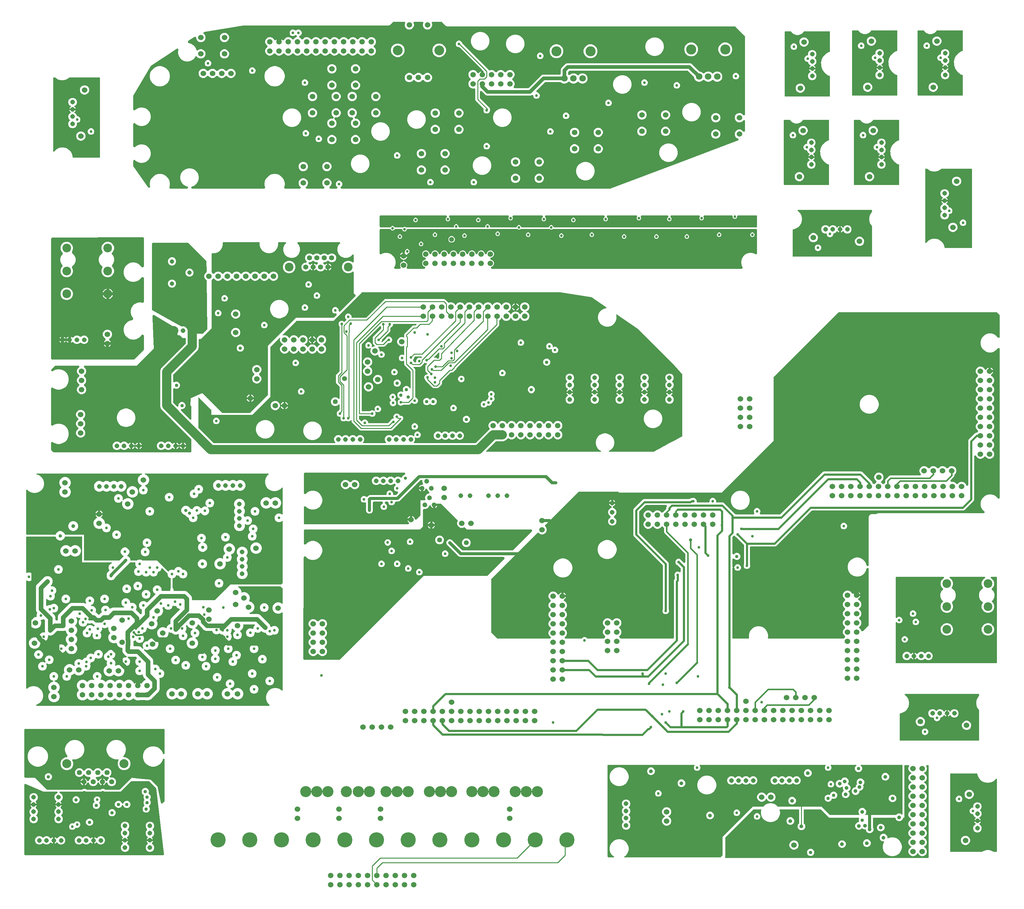
<source format=gbr>
G04 EAGLE Gerber RS-274X export*
G75*
%MOMM*%
%FSLAX34Y34*%
%LPD*%
%INEAGLE Copper Layer 15*%
%IPPOS*%
%AMOC8*
5,1,8,0,0,1.08239X$1,22.5*%
G01*
%ADD10C,1.524000*%
%ADD11C,2.781300*%
%ADD12C,1.800000*%
%ADD13C,2.400000*%
%ADD14C,1.308000*%
%ADD15C,1.320800*%
%ADD16C,1.397000*%
%ADD17C,2.476500*%
%ADD18C,1.508000*%
%ADD19C,1.408000*%
%ADD20C,2.700000*%
%ADD21C,1.208000*%
%ADD22C,0.756400*%
%ADD23C,1.270000*%
%ADD24C,0.609600*%
%ADD25C,0.304800*%
%ADD26C,0.956400*%
%ADD27C,1.056400*%
%ADD28C,0.812800*%
%ADD29C,1.350000*%
%ADD30C,4.191000*%
%ADD31C,0.254000*%
%ADD32C,0.406400*%
%ADD33C,0.906400*%
%ADD34C,0.508000*%
%ADD35C,2.540000*%
%ADD36C,1.016000*%
%ADD37C,3.048000*%

G36*
X477698Y1940568D02*
X477698Y1940568D01*
X477793Y1940567D01*
X477944Y1940588D01*
X478095Y1940601D01*
X478187Y1940624D01*
X478281Y1940637D01*
X478426Y1940683D01*
X478574Y1940719D01*
X478661Y1940757D01*
X478752Y1940786D01*
X478887Y1940854D01*
X479027Y1940914D01*
X479107Y1940965D01*
X479192Y1941008D01*
X479315Y1941097D01*
X479443Y1941179D01*
X479514Y1941242D01*
X479591Y1941298D01*
X479698Y1941407D01*
X479811Y1941508D01*
X479871Y1941582D01*
X479938Y1941649D01*
X480026Y1941773D01*
X480121Y1941892D01*
X480168Y1941974D01*
X480223Y1942052D01*
X480290Y1942188D01*
X480365Y1942320D01*
X480398Y1942409D01*
X480440Y1942495D01*
X480484Y1942640D01*
X480537Y1942783D01*
X480555Y1942876D01*
X480582Y1942967D01*
X480602Y1943118D01*
X480631Y1943267D01*
X480634Y1943362D01*
X480647Y1943456D01*
X480642Y1943608D01*
X480647Y1943760D01*
X480634Y1943854D01*
X480631Y1943949D01*
X480602Y1944099D01*
X480582Y1944249D01*
X480555Y1944340D01*
X480536Y1944434D01*
X480484Y1944576D01*
X480440Y1944721D01*
X480398Y1944807D01*
X480365Y1944896D01*
X480290Y1945028D01*
X480223Y1945165D01*
X480168Y1945242D01*
X480121Y1945325D01*
X480025Y1945443D01*
X479937Y1945567D01*
X479871Y1945634D01*
X479811Y1945709D01*
X479697Y1945810D01*
X479591Y1945918D01*
X479514Y1945974D01*
X479443Y1946037D01*
X479315Y1946119D01*
X479192Y1946208D01*
X479107Y1946251D01*
X479027Y1946302D01*
X478932Y1946339D01*
X478751Y1946431D01*
X478488Y1946514D01*
X478392Y1946551D01*
X475336Y1947370D01*
X469544Y1950714D01*
X464814Y1955444D01*
X461470Y1961236D01*
X459739Y1967696D01*
X459739Y1974384D01*
X461470Y1980844D01*
X464814Y1986636D01*
X469544Y1991366D01*
X475336Y1994710D01*
X481796Y1996441D01*
X488484Y1996441D01*
X494944Y1994710D01*
X500736Y1991366D01*
X505466Y1986636D01*
X508810Y1980844D01*
X510541Y1974384D01*
X510541Y1967696D01*
X508810Y1961236D01*
X505466Y1955444D01*
X500736Y1950714D01*
X494944Y1947370D01*
X491888Y1946551D01*
X491798Y1946519D01*
X491706Y1946497D01*
X491567Y1946437D01*
X491424Y1946386D01*
X491340Y1946340D01*
X491253Y1946302D01*
X491125Y1946220D01*
X490992Y1946147D01*
X490917Y1946088D01*
X490837Y1946037D01*
X490723Y1945936D01*
X490604Y1945842D01*
X490540Y1945772D01*
X490469Y1945708D01*
X490373Y1945590D01*
X490271Y1945478D01*
X490219Y1945398D01*
X490159Y1945324D01*
X490084Y1945192D01*
X490001Y1945065D01*
X489962Y1944978D01*
X489915Y1944896D01*
X489862Y1944753D01*
X489801Y1944614D01*
X489776Y1944522D01*
X489743Y1944433D01*
X489714Y1944284D01*
X489676Y1944137D01*
X489667Y1944042D01*
X489649Y1943949D01*
X489644Y1943797D01*
X489630Y1943646D01*
X489636Y1943551D01*
X489633Y1943456D01*
X489653Y1943305D01*
X489664Y1943154D01*
X489685Y1943061D01*
X489698Y1942967D01*
X489742Y1942821D01*
X489776Y1942673D01*
X489813Y1942586D01*
X489840Y1942494D01*
X489907Y1942358D01*
X489965Y1942218D01*
X490015Y1942137D01*
X490057Y1942051D01*
X490145Y1941928D01*
X490225Y1941798D01*
X490288Y1941727D01*
X490343Y1941649D01*
X490449Y1941541D01*
X490549Y1941426D01*
X490623Y1941366D01*
X490689Y1941298D01*
X490812Y1941209D01*
X490929Y1941112D01*
X491011Y1941064D01*
X491088Y1941008D01*
X491224Y1940939D01*
X491355Y1940862D01*
X491444Y1940828D01*
X491529Y1940785D01*
X491673Y1940740D01*
X491815Y1940685D01*
X491908Y1940666D01*
X491999Y1940637D01*
X492100Y1940626D01*
X492298Y1940584D01*
X492573Y1940572D01*
X492677Y1940561D01*
X690087Y1940561D01*
X690314Y1940579D01*
X690541Y1940595D01*
X690560Y1940599D01*
X690578Y1940601D01*
X690800Y1940656D01*
X691021Y1940708D01*
X691039Y1940715D01*
X691057Y1940719D01*
X691267Y1940809D01*
X691477Y1940896D01*
X691493Y1940906D01*
X691511Y1940914D01*
X691702Y1941036D01*
X691896Y1941156D01*
X691911Y1941169D01*
X691927Y1941179D01*
X692096Y1941330D01*
X692268Y1941480D01*
X692280Y1941495D01*
X692295Y1941508D01*
X692437Y1941684D01*
X692583Y1941860D01*
X692593Y1941877D01*
X692605Y1941892D01*
X692717Y1942089D01*
X692832Y1942286D01*
X692839Y1942304D01*
X692849Y1942320D01*
X692928Y1942534D01*
X693010Y1942746D01*
X693014Y1942765D01*
X693020Y1942783D01*
X693064Y1943005D01*
X693110Y1943229D01*
X693111Y1943249D01*
X693115Y1943267D01*
X693122Y1943493D01*
X693132Y1943722D01*
X693130Y1943738D01*
X693130Y1943760D01*
X693066Y1944249D01*
X693039Y1944338D01*
X693030Y1944397D01*
X691679Y1949438D01*
X691679Y1956722D01*
X693564Y1963757D01*
X697206Y1970064D01*
X702356Y1975214D01*
X708663Y1978856D01*
X715698Y1980741D01*
X722982Y1980741D01*
X730017Y1978856D01*
X736324Y1975214D01*
X741474Y1970064D01*
X745116Y1963757D01*
X747001Y1956722D01*
X747001Y1949438D01*
X745650Y1944397D01*
X745609Y1944172D01*
X745565Y1943949D01*
X745565Y1943930D01*
X745561Y1943911D01*
X745557Y1943681D01*
X745550Y1943456D01*
X745552Y1943437D01*
X745552Y1943418D01*
X745585Y1943191D01*
X745614Y1942967D01*
X745620Y1942949D01*
X745622Y1942930D01*
X745691Y1942713D01*
X745757Y1942494D01*
X745765Y1942477D01*
X745771Y1942459D01*
X745873Y1942257D01*
X745974Y1942051D01*
X745985Y1942036D01*
X745993Y1942019D01*
X746127Y1941835D01*
X746259Y1941649D01*
X746272Y1941636D01*
X746284Y1941620D01*
X746446Y1941460D01*
X746606Y1941298D01*
X746621Y1941287D01*
X746635Y1941274D01*
X746820Y1941142D01*
X747005Y1941008D01*
X747021Y1940999D01*
X747037Y1940988D01*
X747242Y1940888D01*
X747445Y1940785D01*
X747463Y1940780D01*
X747480Y1940771D01*
X747698Y1940706D01*
X747915Y1940637D01*
X747931Y1940635D01*
X747952Y1940629D01*
X748442Y1940565D01*
X748534Y1940567D01*
X748593Y1940561D01*
X788243Y1940561D01*
X788281Y1940564D01*
X788319Y1940562D01*
X788527Y1940584D01*
X788735Y1940601D01*
X788772Y1940610D01*
X788810Y1940614D01*
X789011Y1940669D01*
X789214Y1940719D01*
X789249Y1940734D01*
X789285Y1940745D01*
X789475Y1940832D01*
X789667Y1940914D01*
X789699Y1940934D01*
X789734Y1940950D01*
X789907Y1941067D01*
X790083Y1941179D01*
X790111Y1941204D01*
X790143Y1941226D01*
X790295Y1941369D01*
X790451Y1941508D01*
X790475Y1941537D01*
X790503Y1941563D01*
X790630Y1941730D01*
X790761Y1941892D01*
X790780Y1941924D01*
X790803Y1941955D01*
X790902Y1942139D01*
X791005Y1942320D01*
X791018Y1942356D01*
X791036Y1942390D01*
X791104Y1942587D01*
X791176Y1942783D01*
X791184Y1942820D01*
X791196Y1942856D01*
X791231Y1943063D01*
X791271Y1943267D01*
X791272Y1943305D01*
X791279Y1943343D01*
X791280Y1943552D01*
X791286Y1943760D01*
X791282Y1943798D01*
X791282Y1943836D01*
X791249Y1944043D01*
X791222Y1944249D01*
X791211Y1944286D01*
X791205Y1944323D01*
X791140Y1944522D01*
X791080Y1944721D01*
X791063Y1944756D01*
X791051Y1944792D01*
X790954Y1944977D01*
X790863Y1945165D01*
X790841Y1945196D01*
X790823Y1945230D01*
X790765Y1945302D01*
X790577Y1945567D01*
X790456Y1945689D01*
X790398Y1945763D01*
X787301Y1948860D01*
X785367Y1953528D01*
X785367Y1958580D01*
X787301Y1963248D01*
X790874Y1966821D01*
X795542Y1968755D01*
X800594Y1968755D01*
X805262Y1966821D01*
X808835Y1963248D01*
X810769Y1958580D01*
X810769Y1953528D01*
X808835Y1948860D01*
X805738Y1945763D01*
X805714Y1945734D01*
X805685Y1945708D01*
X805554Y1945546D01*
X805419Y1945387D01*
X805399Y1945354D01*
X805375Y1945324D01*
X805272Y1945143D01*
X805164Y1944964D01*
X805150Y1944929D01*
X805131Y1944896D01*
X805058Y1944700D01*
X804981Y1944506D01*
X804973Y1944469D01*
X804960Y1944433D01*
X804920Y1944228D01*
X804874Y1944024D01*
X804872Y1943986D01*
X804865Y1943949D01*
X804858Y1943741D01*
X804847Y1943532D01*
X804851Y1943494D01*
X804850Y1943456D01*
X804877Y1943249D01*
X804899Y1943041D01*
X804909Y1943005D01*
X804914Y1942967D01*
X804974Y1942767D01*
X805030Y1942566D01*
X805045Y1942531D01*
X805056Y1942494D01*
X805148Y1942307D01*
X805235Y1942117D01*
X805257Y1942086D01*
X805273Y1942051D01*
X805394Y1941881D01*
X805511Y1941708D01*
X805537Y1941680D01*
X805559Y1941649D01*
X805705Y1941501D01*
X805848Y1941348D01*
X805879Y1941325D01*
X805905Y1941298D01*
X806074Y1941175D01*
X806240Y1941048D01*
X806273Y1941030D01*
X806304Y1941008D01*
X806490Y1940914D01*
X806675Y1940815D01*
X806711Y1940802D01*
X806745Y1940785D01*
X806943Y1940723D01*
X807141Y1940655D01*
X807179Y1940649D01*
X807215Y1940637D01*
X807308Y1940627D01*
X807628Y1940572D01*
X807800Y1940571D01*
X807893Y1940561D01*
X853267Y1940561D01*
X853305Y1940564D01*
X853343Y1940562D01*
X853551Y1940584D01*
X853759Y1940601D01*
X853796Y1940610D01*
X853834Y1940614D01*
X854035Y1940669D01*
X854238Y1940719D01*
X854273Y1940734D01*
X854309Y1940745D01*
X854499Y1940832D01*
X854691Y1940914D01*
X854723Y1940934D01*
X854758Y1940950D01*
X854931Y1941067D01*
X855107Y1941179D01*
X855135Y1941204D01*
X855167Y1941226D01*
X855319Y1941369D01*
X855475Y1941508D01*
X855499Y1941537D01*
X855527Y1941563D01*
X855654Y1941730D01*
X855785Y1941892D01*
X855804Y1941924D01*
X855827Y1941955D01*
X855926Y1942139D01*
X856029Y1942320D01*
X856042Y1942356D01*
X856060Y1942390D01*
X856128Y1942587D01*
X856200Y1942783D01*
X856208Y1942820D01*
X856220Y1942856D01*
X856255Y1943063D01*
X856295Y1943267D01*
X856296Y1943305D01*
X856303Y1943343D01*
X856304Y1943552D01*
X856310Y1943760D01*
X856306Y1943798D01*
X856306Y1943836D01*
X856273Y1944043D01*
X856246Y1944249D01*
X856235Y1944286D01*
X856229Y1944323D01*
X856164Y1944522D01*
X856104Y1944721D01*
X856087Y1944756D01*
X856075Y1944792D01*
X855978Y1944977D01*
X855887Y1945165D01*
X855865Y1945196D01*
X855847Y1945230D01*
X855789Y1945302D01*
X855601Y1945567D01*
X855480Y1945689D01*
X855422Y1945763D01*
X852325Y1948860D01*
X850391Y1953528D01*
X850391Y1958580D01*
X852325Y1963248D01*
X855898Y1966821D01*
X860566Y1968755D01*
X865618Y1968755D01*
X870286Y1966821D01*
X873859Y1963248D01*
X875793Y1958580D01*
X875793Y1953528D01*
X873859Y1948860D01*
X870762Y1945763D01*
X870738Y1945734D01*
X870709Y1945708D01*
X870578Y1945546D01*
X870443Y1945387D01*
X870423Y1945354D01*
X870399Y1945324D01*
X870296Y1945143D01*
X870188Y1944964D01*
X870174Y1944929D01*
X870155Y1944896D01*
X870082Y1944700D01*
X870005Y1944506D01*
X869997Y1944469D01*
X869984Y1944433D01*
X869944Y1944228D01*
X869898Y1944024D01*
X869896Y1943986D01*
X869889Y1943949D01*
X869882Y1943741D01*
X869871Y1943532D01*
X869875Y1943494D01*
X869874Y1943456D01*
X869901Y1943249D01*
X869923Y1943041D01*
X869933Y1943005D01*
X869938Y1942967D01*
X869998Y1942767D01*
X870054Y1942566D01*
X870069Y1942531D01*
X870080Y1942494D01*
X870172Y1942307D01*
X870259Y1942117D01*
X870281Y1942086D01*
X870297Y1942051D01*
X870418Y1941881D01*
X870535Y1941708D01*
X870561Y1941680D01*
X870583Y1941649D01*
X870729Y1941501D01*
X870872Y1941348D01*
X870903Y1941325D01*
X870929Y1941298D01*
X871098Y1941175D01*
X871264Y1941048D01*
X871297Y1941030D01*
X871328Y1941008D01*
X871514Y1940914D01*
X871699Y1940815D01*
X871735Y1940802D01*
X871769Y1940785D01*
X871967Y1940723D01*
X872165Y1940655D01*
X872203Y1940649D01*
X872239Y1940637D01*
X872332Y1940627D01*
X872652Y1940572D01*
X872824Y1940571D01*
X872917Y1940561D01*
X889429Y1940561D01*
X889467Y1940564D01*
X889505Y1940562D01*
X889713Y1940584D01*
X889920Y1940601D01*
X889958Y1940610D01*
X889995Y1940614D01*
X890197Y1940669D01*
X890399Y1940719D01*
X890434Y1940734D01*
X890471Y1940745D01*
X890661Y1940832D01*
X890853Y1940914D01*
X890885Y1940934D01*
X890920Y1940950D01*
X891093Y1941067D01*
X891269Y1941179D01*
X891297Y1941204D01*
X891329Y1941226D01*
X891481Y1941369D01*
X891637Y1941508D01*
X891661Y1941537D01*
X891688Y1941563D01*
X891816Y1941730D01*
X891947Y1941892D01*
X891965Y1941924D01*
X891989Y1941955D01*
X892088Y1942139D01*
X892191Y1942320D01*
X892204Y1942356D01*
X892222Y1942390D01*
X892290Y1942587D01*
X892362Y1942783D01*
X892369Y1942820D01*
X892382Y1942856D01*
X892417Y1943062D01*
X892457Y1943267D01*
X892458Y1943305D01*
X892464Y1943343D01*
X892466Y1943552D01*
X892472Y1943760D01*
X892467Y1943798D01*
X892467Y1943836D01*
X892435Y1944043D01*
X892408Y1944249D01*
X892397Y1944286D01*
X892391Y1944323D01*
X892326Y1944522D01*
X892265Y1944721D01*
X892249Y1944756D01*
X892237Y1944792D01*
X892140Y1944977D01*
X892048Y1945165D01*
X892026Y1945196D01*
X892009Y1945230D01*
X891951Y1945302D01*
X891763Y1945567D01*
X891642Y1945689D01*
X891583Y1945763D01*
X889107Y1948240D01*
X887757Y1951497D01*
X887757Y1955023D01*
X889107Y1958280D01*
X891600Y1960773D01*
X894857Y1962123D01*
X898383Y1962123D01*
X901640Y1960773D01*
X904133Y1958280D01*
X905483Y1955023D01*
X905483Y1951497D01*
X904133Y1948240D01*
X901657Y1945763D01*
X901632Y1945734D01*
X901603Y1945708D01*
X901472Y1945546D01*
X901337Y1945387D01*
X901317Y1945354D01*
X901293Y1945324D01*
X901190Y1945143D01*
X901082Y1944964D01*
X901068Y1944929D01*
X901049Y1944896D01*
X900977Y1944700D01*
X900899Y1944506D01*
X900891Y1944469D01*
X900878Y1944433D01*
X900838Y1944228D01*
X900793Y1944024D01*
X900790Y1943986D01*
X900783Y1943949D01*
X900777Y1943741D01*
X900765Y1943532D01*
X900769Y1943494D01*
X900768Y1943456D01*
X900795Y1943249D01*
X900817Y1943041D01*
X900827Y1943005D01*
X900832Y1942967D01*
X900893Y1942767D01*
X900948Y1942566D01*
X900964Y1942531D01*
X900975Y1942494D01*
X901066Y1942307D01*
X901154Y1942117D01*
X901175Y1942086D01*
X901192Y1942051D01*
X901312Y1941881D01*
X901429Y1941708D01*
X901455Y1941680D01*
X901477Y1941649D01*
X901624Y1941501D01*
X901767Y1941348D01*
X901797Y1941325D01*
X901824Y1941298D01*
X901993Y1941175D01*
X902158Y1941048D01*
X902192Y1941030D01*
X902223Y1941008D01*
X902409Y1940914D01*
X902593Y1940815D01*
X902629Y1940802D01*
X902663Y1940785D01*
X902862Y1940723D01*
X903060Y1940655D01*
X903097Y1940649D01*
X903133Y1940637D01*
X903226Y1940627D01*
X903546Y1940572D01*
X903718Y1940571D01*
X903811Y1940561D01*
X1643525Y1940561D01*
X1643729Y1940577D01*
X1643934Y1940588D01*
X1643967Y1940597D01*
X1644017Y1940601D01*
X1644495Y1940719D01*
X1644554Y1940744D01*
X1644595Y1940755D01*
X1825207Y2008484D01*
X1825214Y2008488D01*
X1825220Y2008489D01*
X1994514Y2072869D01*
X1994588Y2072904D01*
X1994667Y2072931D01*
X1994811Y2073010D01*
X1994959Y2073081D01*
X1995027Y2073128D01*
X1995100Y2073167D01*
X1995230Y2073268D01*
X1995364Y2073362D01*
X1995424Y2073419D01*
X1995489Y2073470D01*
X1995601Y2073591D01*
X1995719Y2073705D01*
X1995769Y2073771D01*
X1995825Y2073832D01*
X1995916Y2073969D01*
X1996014Y2074100D01*
X1996052Y2074174D01*
X1996098Y2074243D01*
X1996165Y2074393D01*
X1996241Y2074538D01*
X1996267Y2074617D01*
X1996301Y2074693D01*
X1996343Y2074851D01*
X1996394Y2075007D01*
X1996407Y2075089D01*
X1996428Y2075169D01*
X1996444Y2075332D01*
X1996470Y2075495D01*
X1996469Y2075578D01*
X1996477Y2075660D01*
X1996467Y2075824D01*
X1996466Y2075988D01*
X1996452Y2076070D01*
X1996446Y2076152D01*
X1996410Y2076312D01*
X1996382Y2076474D01*
X1996355Y2076553D01*
X1996337Y2076633D01*
X1996275Y2076785D01*
X1996221Y2076941D01*
X1996182Y2077014D01*
X1996151Y2077090D01*
X1996065Y2077230D01*
X1995987Y2077375D01*
X1995937Y2077441D01*
X1995893Y2077511D01*
X1995786Y2077636D01*
X1995686Y2077766D01*
X1995626Y2077822D01*
X1995572Y2077885D01*
X1995446Y2077991D01*
X1995326Y2078103D01*
X1995257Y2078149D01*
X1995194Y2078202D01*
X1995102Y2078253D01*
X1994916Y2078377D01*
X1994689Y2078481D01*
X1994597Y2078532D01*
X1991278Y2079907D01*
X1987705Y2083480D01*
X1985771Y2088148D01*
X1985771Y2093200D01*
X1987705Y2097868D01*
X1991278Y2101441D01*
X1995946Y2103375D01*
X2000998Y2103375D01*
X2005666Y2101441D01*
X2009017Y2098090D01*
X2009046Y2098066D01*
X2009072Y2098037D01*
X2009234Y2097906D01*
X2009393Y2097771D01*
X2009426Y2097751D01*
X2009456Y2097727D01*
X2009637Y2097624D01*
X2009816Y2097516D01*
X2009851Y2097502D01*
X2009884Y2097483D01*
X2010080Y2097410D01*
X2010274Y2097333D01*
X2010311Y2097325D01*
X2010347Y2097312D01*
X2010552Y2097272D01*
X2010756Y2097226D01*
X2010794Y2097224D01*
X2010831Y2097217D01*
X2011039Y2097210D01*
X2011248Y2097199D01*
X2011286Y2097203D01*
X2011324Y2097202D01*
X2011531Y2097229D01*
X2011739Y2097251D01*
X2011775Y2097261D01*
X2011813Y2097266D01*
X2012013Y2097326D01*
X2012214Y2097382D01*
X2012249Y2097397D01*
X2012286Y2097408D01*
X2012473Y2097500D01*
X2012663Y2097587D01*
X2012694Y2097609D01*
X2012729Y2097625D01*
X2012899Y2097746D01*
X2013072Y2097863D01*
X2013100Y2097889D01*
X2013131Y2097911D01*
X2013279Y2098057D01*
X2013432Y2098200D01*
X2013455Y2098231D01*
X2013482Y2098257D01*
X2013605Y2098426D01*
X2013732Y2098592D01*
X2013750Y2098625D01*
X2013772Y2098656D01*
X2013866Y2098842D01*
X2013965Y2099027D01*
X2013978Y2099063D01*
X2013995Y2099097D01*
X2014057Y2099295D01*
X2014125Y2099493D01*
X2014131Y2099531D01*
X2014143Y2099567D01*
X2014153Y2099660D01*
X2014208Y2099980D01*
X2014209Y2100152D01*
X2014219Y2100245D01*
X2014219Y2126315D01*
X2014216Y2126353D01*
X2014218Y2126391D01*
X2014196Y2126599D01*
X2014179Y2126807D01*
X2014170Y2126844D01*
X2014166Y2126882D01*
X2014111Y2127083D01*
X2014061Y2127286D01*
X2014046Y2127321D01*
X2014035Y2127357D01*
X2013948Y2127547D01*
X2013866Y2127739D01*
X2013846Y2127771D01*
X2013830Y2127806D01*
X2013713Y2127979D01*
X2013601Y2128155D01*
X2013576Y2128183D01*
X2013554Y2128215D01*
X2013411Y2128367D01*
X2013272Y2128523D01*
X2013243Y2128547D01*
X2013217Y2128575D01*
X2013050Y2128702D01*
X2012888Y2128833D01*
X2012856Y2128852D01*
X2012825Y2128875D01*
X2012641Y2128974D01*
X2012460Y2129077D01*
X2012424Y2129090D01*
X2012390Y2129108D01*
X2012193Y2129176D01*
X2011997Y2129248D01*
X2011960Y2129256D01*
X2011924Y2129268D01*
X2011717Y2129303D01*
X2011513Y2129343D01*
X2011475Y2129344D01*
X2011437Y2129351D01*
X2011228Y2129352D01*
X2011020Y2129358D01*
X2010982Y2129354D01*
X2010944Y2129354D01*
X2010737Y2129321D01*
X2010531Y2129294D01*
X2010494Y2129283D01*
X2010457Y2129277D01*
X2010258Y2129212D01*
X2010059Y2129152D01*
X2010024Y2129135D01*
X2009988Y2129123D01*
X2009803Y2129026D01*
X2009615Y2128935D01*
X2009584Y2128913D01*
X2009550Y2128895D01*
X2009478Y2128837D01*
X2009213Y2128649D01*
X2009091Y2128528D01*
X2009017Y2128470D01*
X2005666Y2125119D01*
X2000998Y2123185D01*
X1995946Y2123185D01*
X1991278Y2125119D01*
X1987705Y2128692D01*
X1985771Y2133360D01*
X1985771Y2138412D01*
X1987705Y2143080D01*
X1991278Y2146653D01*
X1995946Y2148587D01*
X2000998Y2148587D01*
X2005666Y2146653D01*
X2009017Y2143302D01*
X2009046Y2143278D01*
X2009072Y2143249D01*
X2009234Y2143118D01*
X2009393Y2142983D01*
X2009426Y2142963D01*
X2009456Y2142939D01*
X2009637Y2142836D01*
X2009816Y2142728D01*
X2009851Y2142714D01*
X2009884Y2142695D01*
X2010080Y2142622D01*
X2010274Y2142545D01*
X2010311Y2142537D01*
X2010347Y2142524D01*
X2010552Y2142484D01*
X2010756Y2142438D01*
X2010794Y2142436D01*
X2010831Y2142429D01*
X2011039Y2142422D01*
X2011248Y2142411D01*
X2011286Y2142415D01*
X2011324Y2142414D01*
X2011531Y2142441D01*
X2011739Y2142463D01*
X2011775Y2142473D01*
X2011813Y2142478D01*
X2012013Y2142538D01*
X2012214Y2142594D01*
X2012249Y2142609D01*
X2012286Y2142620D01*
X2012473Y2142712D01*
X2012663Y2142799D01*
X2012694Y2142821D01*
X2012729Y2142837D01*
X2012899Y2142958D01*
X2013072Y2143075D01*
X2013100Y2143101D01*
X2013131Y2143123D01*
X2013279Y2143269D01*
X2013432Y2143412D01*
X2013455Y2143443D01*
X2013482Y2143469D01*
X2013605Y2143638D01*
X2013732Y2143804D01*
X2013750Y2143837D01*
X2013772Y2143868D01*
X2013866Y2144054D01*
X2013965Y2144239D01*
X2013978Y2144275D01*
X2013995Y2144309D01*
X2014057Y2144507D01*
X2014125Y2144705D01*
X2014131Y2144743D01*
X2014143Y2144779D01*
X2014153Y2144872D01*
X2014208Y2145192D01*
X2014209Y2145364D01*
X2014219Y2145457D01*
X2014219Y2359269D01*
X2014210Y2359383D01*
X2014211Y2359497D01*
X2014190Y2359628D01*
X2014179Y2359761D01*
X2014152Y2359871D01*
X2014134Y2359984D01*
X2014093Y2360111D01*
X2014061Y2360240D01*
X2014016Y2360344D01*
X2013980Y2360453D01*
X2013918Y2360571D01*
X2013866Y2360693D01*
X2013805Y2360789D01*
X2013752Y2360891D01*
X2013693Y2360964D01*
X2013601Y2361109D01*
X2013385Y2361351D01*
X2013327Y2361424D01*
X1988044Y2386707D01*
X1987957Y2386781D01*
X1987877Y2386862D01*
X1987769Y2386940D01*
X1987668Y2387026D01*
X1987570Y2387085D01*
X1987478Y2387152D01*
X1987359Y2387212D01*
X1987245Y2387281D01*
X1987139Y2387323D01*
X1987037Y2387375D01*
X1986910Y2387415D01*
X1986787Y2387464D01*
X1986676Y2387489D01*
X1986567Y2387523D01*
X1986473Y2387533D01*
X1986306Y2387571D01*
X1985981Y2387589D01*
X1985889Y2387599D01*
X1194319Y2387599D01*
X1190584Y2389146D01*
X1180324Y2399407D01*
X1180237Y2399481D01*
X1180157Y2399562D01*
X1180049Y2399640D01*
X1179948Y2399726D01*
X1179850Y2399785D01*
X1179758Y2399852D01*
X1179639Y2399912D01*
X1179525Y2399981D01*
X1179419Y2400023D01*
X1179317Y2400075D01*
X1179190Y2400115D01*
X1179067Y2400164D01*
X1178956Y2400189D01*
X1178847Y2400223D01*
X1178753Y2400233D01*
X1178586Y2400271D01*
X1178261Y2400289D01*
X1178169Y2400299D01*
X1154661Y2400299D01*
X1154481Y2400285D01*
X1154301Y2400278D01*
X1154236Y2400265D01*
X1154169Y2400259D01*
X1153994Y2400216D01*
X1153817Y2400180D01*
X1153755Y2400157D01*
X1153691Y2400141D01*
X1153525Y2400069D01*
X1153356Y2400006D01*
X1153298Y2399972D01*
X1153237Y2399946D01*
X1153085Y2399849D01*
X1152929Y2399759D01*
X1152877Y2399717D01*
X1152821Y2399681D01*
X1152687Y2399561D01*
X1152547Y2399446D01*
X1152503Y2399397D01*
X1152453Y2399352D01*
X1152340Y2399212D01*
X1152221Y2399077D01*
X1152185Y2399020D01*
X1152143Y2398968D01*
X1152054Y2398812D01*
X1151958Y2398659D01*
X1151932Y2398597D01*
X1151899Y2398540D01*
X1151837Y2398370D01*
X1151767Y2398204D01*
X1151751Y2398140D01*
X1151728Y2398077D01*
X1151693Y2397900D01*
X1151651Y2397725D01*
X1151646Y2397658D01*
X1151633Y2397593D01*
X1151627Y2397413D01*
X1151614Y2397233D01*
X1151620Y2397166D01*
X1151618Y2397100D01*
X1151641Y2396921D01*
X1151657Y2396741D01*
X1151672Y2396691D01*
X1151682Y2396611D01*
X1151825Y2396139D01*
X1151839Y2396108D01*
X1151846Y2396086D01*
X1152681Y2394070D01*
X1152681Y2389050D01*
X1150759Y2384411D01*
X1147209Y2380861D01*
X1142570Y2378939D01*
X1137550Y2378939D01*
X1132911Y2380861D01*
X1129361Y2384411D01*
X1127439Y2389050D01*
X1127439Y2394070D01*
X1128274Y2396086D01*
X1128329Y2396258D01*
X1128392Y2396427D01*
X1128405Y2396492D01*
X1128425Y2396555D01*
X1128452Y2396734D01*
X1128487Y2396911D01*
X1128489Y2396977D01*
X1128499Y2397043D01*
X1128497Y2397224D01*
X1128502Y2397404D01*
X1128494Y2397470D01*
X1128493Y2397537D01*
X1128461Y2397714D01*
X1128438Y2397893D01*
X1128419Y2397957D01*
X1128407Y2398022D01*
X1128348Y2398192D01*
X1128295Y2398366D01*
X1128266Y2398425D01*
X1128244Y2398488D01*
X1128158Y2398647D01*
X1128078Y2398809D01*
X1128040Y2398863D01*
X1128008Y2398921D01*
X1127897Y2399064D01*
X1127793Y2399211D01*
X1127746Y2399258D01*
X1127705Y2399311D01*
X1127573Y2399434D01*
X1127446Y2399562D01*
X1127393Y2399601D01*
X1127344Y2399646D01*
X1127193Y2399746D01*
X1127048Y2399852D01*
X1126988Y2399882D01*
X1126933Y2399919D01*
X1126768Y2399993D01*
X1126607Y2400075D01*
X1126544Y2400095D01*
X1126483Y2400122D01*
X1126309Y2400169D01*
X1126137Y2400223D01*
X1126084Y2400229D01*
X1126006Y2400250D01*
X1125516Y2400299D01*
X1125482Y2400297D01*
X1125459Y2400299D01*
X1104661Y2400299D01*
X1104481Y2400285D01*
X1104301Y2400278D01*
X1104236Y2400265D01*
X1104169Y2400259D01*
X1103994Y2400216D01*
X1103817Y2400180D01*
X1103755Y2400157D01*
X1103691Y2400141D01*
X1103525Y2400069D01*
X1103356Y2400006D01*
X1103298Y2399972D01*
X1103237Y2399946D01*
X1103085Y2399849D01*
X1102929Y2399759D01*
X1102877Y2399717D01*
X1102821Y2399681D01*
X1102687Y2399561D01*
X1102547Y2399446D01*
X1102503Y2399397D01*
X1102453Y2399352D01*
X1102340Y2399212D01*
X1102221Y2399077D01*
X1102185Y2399020D01*
X1102143Y2398968D01*
X1102054Y2398812D01*
X1101958Y2398659D01*
X1101932Y2398597D01*
X1101899Y2398540D01*
X1101837Y2398370D01*
X1101767Y2398204D01*
X1101751Y2398140D01*
X1101728Y2398077D01*
X1101693Y2397900D01*
X1101651Y2397725D01*
X1101646Y2397658D01*
X1101633Y2397593D01*
X1101627Y2397413D01*
X1101614Y2397233D01*
X1101620Y2397166D01*
X1101618Y2397100D01*
X1101641Y2396921D01*
X1101657Y2396741D01*
X1101672Y2396691D01*
X1101682Y2396611D01*
X1101825Y2396139D01*
X1101839Y2396108D01*
X1101846Y2396086D01*
X1102681Y2394070D01*
X1102681Y2389050D01*
X1100759Y2384411D01*
X1097209Y2380861D01*
X1092570Y2378939D01*
X1087550Y2378939D01*
X1082911Y2380861D01*
X1079361Y2384411D01*
X1077439Y2389050D01*
X1077439Y2394070D01*
X1078274Y2396086D01*
X1078329Y2396258D01*
X1078392Y2396427D01*
X1078405Y2396492D01*
X1078425Y2396555D01*
X1078452Y2396734D01*
X1078487Y2396911D01*
X1078489Y2396977D01*
X1078499Y2397043D01*
X1078497Y2397224D01*
X1078502Y2397404D01*
X1078494Y2397470D01*
X1078493Y2397537D01*
X1078461Y2397714D01*
X1078438Y2397893D01*
X1078419Y2397957D01*
X1078407Y2398022D01*
X1078348Y2398192D01*
X1078295Y2398366D01*
X1078266Y2398425D01*
X1078244Y2398488D01*
X1078158Y2398647D01*
X1078078Y2398809D01*
X1078040Y2398863D01*
X1078008Y2398921D01*
X1077897Y2399064D01*
X1077793Y2399211D01*
X1077746Y2399258D01*
X1077705Y2399311D01*
X1077573Y2399434D01*
X1077446Y2399562D01*
X1077393Y2399601D01*
X1077344Y2399646D01*
X1077193Y2399746D01*
X1077048Y2399852D01*
X1076988Y2399882D01*
X1076933Y2399919D01*
X1076768Y2399993D01*
X1076607Y2400075D01*
X1076544Y2400095D01*
X1076483Y2400122D01*
X1076309Y2400169D01*
X1076137Y2400223D01*
X1076084Y2400229D01*
X1076006Y2400250D01*
X1075516Y2400299D01*
X1075482Y2400297D01*
X1075459Y2400299D01*
X1046871Y2400299D01*
X1046757Y2400290D01*
X1046643Y2400291D01*
X1046512Y2400270D01*
X1046379Y2400259D01*
X1046268Y2400232D01*
X1046156Y2400214D01*
X1046029Y2400173D01*
X1045900Y2400141D01*
X1045796Y2400096D01*
X1045687Y2400060D01*
X1045569Y2399998D01*
X1045447Y2399946D01*
X1045351Y2399885D01*
X1045249Y2399832D01*
X1045176Y2399773D01*
X1045031Y2399681D01*
X1044789Y2399465D01*
X1044716Y2399407D01*
X1036996Y2391686D01*
X1033261Y2390139D01*
X633576Y2390139D01*
X633084Y2390099D01*
X633073Y2390097D01*
X633065Y2390096D01*
X525902Y2371856D01*
X525875Y2371849D01*
X525847Y2371846D01*
X525635Y2371788D01*
X525424Y2371734D01*
X525398Y2371723D01*
X525371Y2371715D01*
X525172Y2371624D01*
X524972Y2371536D01*
X524948Y2371521D01*
X524923Y2371509D01*
X524742Y2371387D01*
X524558Y2371269D01*
X524537Y2371250D01*
X524513Y2371234D01*
X524354Y2371084D01*
X524192Y2370937D01*
X524174Y2370915D01*
X524154Y2370896D01*
X524020Y2370722D01*
X523884Y2370552D01*
X523871Y2370527D01*
X523853Y2370505D01*
X523750Y2370312D01*
X523643Y2370121D01*
X523634Y2370095D01*
X523620Y2370070D01*
X523549Y2369863D01*
X523475Y2369658D01*
X523469Y2369630D01*
X523460Y2369603D01*
X523424Y2369388D01*
X523383Y2369173D01*
X523382Y2369145D01*
X523378Y2369117D01*
X523376Y2368898D01*
X523371Y2368680D01*
X523375Y2368652D01*
X523375Y2368624D01*
X523409Y2368407D01*
X523439Y2368191D01*
X523447Y2368164D01*
X523451Y2368136D01*
X523520Y2367928D01*
X523584Y2367720D01*
X523597Y2367694D01*
X523606Y2367668D01*
X523706Y2367474D01*
X523804Y2367278D01*
X523820Y2367255D01*
X523833Y2367230D01*
X523884Y2367166D01*
X524092Y2366877D01*
X524203Y2366767D01*
X524259Y2366697D01*
X526895Y2364060D01*
X528829Y2359392D01*
X528829Y2354340D01*
X526895Y2349672D01*
X523322Y2346099D01*
X518654Y2344165D01*
X513602Y2344165D01*
X508934Y2346099D01*
X505361Y2349672D01*
X503427Y2354340D01*
X503427Y2355758D01*
X503409Y2355982D01*
X503394Y2356207D01*
X503389Y2356228D01*
X503387Y2356250D01*
X503333Y2356468D01*
X503282Y2356687D01*
X503274Y2356707D01*
X503269Y2356729D01*
X503180Y2356936D01*
X503094Y2357143D01*
X503083Y2357162D01*
X503074Y2357182D01*
X502953Y2357372D01*
X502835Y2357563D01*
X502821Y2357580D01*
X502809Y2357598D01*
X502659Y2357766D01*
X502512Y2357936D01*
X502495Y2357950D01*
X502480Y2357966D01*
X502306Y2358107D01*
X502133Y2358251D01*
X502114Y2358262D01*
X502096Y2358276D01*
X501902Y2358387D01*
X501708Y2358501D01*
X501687Y2358509D01*
X501668Y2358520D01*
X501456Y2358599D01*
X501248Y2358680D01*
X501226Y2358684D01*
X501205Y2358692D01*
X500985Y2358735D01*
X500765Y2358781D01*
X500743Y2358782D01*
X500721Y2358787D01*
X500498Y2358793D01*
X500272Y2358804D01*
X500250Y2358801D01*
X500228Y2358802D01*
X500006Y2358773D01*
X499782Y2358746D01*
X499761Y2358740D01*
X499739Y2358737D01*
X499523Y2358672D01*
X499308Y2358611D01*
X499292Y2358603D01*
X499267Y2358595D01*
X498823Y2358378D01*
X498751Y2358327D01*
X498700Y2358301D01*
X481889Y2347193D01*
X481737Y2347074D01*
X481581Y2346961D01*
X481543Y2346922D01*
X481501Y2346889D01*
X481370Y2346747D01*
X481234Y2346610D01*
X481203Y2346566D01*
X481167Y2346526D01*
X481061Y2346365D01*
X480949Y2346207D01*
X480925Y2346159D01*
X480896Y2346114D01*
X480817Y2345937D01*
X480732Y2345764D01*
X480717Y2345713D01*
X480695Y2345663D01*
X480646Y2345477D01*
X480590Y2345292D01*
X480583Y2345238D01*
X480569Y2345186D01*
X480551Y2344994D01*
X480525Y2344803D01*
X480527Y2344749D01*
X480522Y2344695D01*
X480535Y2344502D01*
X480541Y2344310D01*
X480551Y2344257D01*
X480555Y2344203D01*
X480599Y2344015D01*
X480636Y2343825D01*
X480654Y2343775D01*
X480667Y2343722D01*
X480740Y2343544D01*
X480807Y2343363D01*
X480834Y2343316D01*
X480854Y2343266D01*
X480956Y2343102D01*
X481051Y2342934D01*
X481085Y2342892D01*
X481113Y2342846D01*
X481240Y2342701D01*
X481361Y2342550D01*
X481401Y2342515D01*
X481437Y2342474D01*
X481585Y2342350D01*
X481729Y2342222D01*
X481775Y2342193D01*
X481816Y2342158D01*
X481983Y2342060D01*
X482145Y2341957D01*
X482186Y2341941D01*
X482241Y2341908D01*
X482701Y2341730D01*
X482749Y2341720D01*
X482780Y2341708D01*
X488594Y2340150D01*
X494386Y2336806D01*
X499116Y2332076D01*
X502460Y2326284D01*
X503278Y2323230D01*
X503323Y2323104D01*
X503358Y2322976D01*
X503406Y2322873D01*
X503444Y2322765D01*
X503508Y2322649D01*
X503564Y2322528D01*
X503628Y2322433D01*
X503683Y2322333D01*
X503765Y2322229D01*
X503839Y2322118D01*
X503917Y2322035D01*
X503988Y2321946D01*
X504086Y2321856D01*
X504177Y2321759D01*
X504268Y2321690D01*
X504352Y2321613D01*
X504463Y2321540D01*
X504568Y2321459D01*
X504669Y2321405D01*
X504764Y2321342D01*
X504886Y2321288D01*
X505003Y2321225D01*
X505111Y2321188D01*
X505215Y2321142D01*
X505344Y2321109D01*
X505470Y2321065D01*
X505582Y2321046D01*
X505693Y2321018D01*
X505825Y2321005D01*
X505956Y2320983D01*
X506070Y2320982D01*
X506184Y2320972D01*
X506316Y2320981D01*
X506450Y2320980D01*
X506562Y2320998D01*
X506676Y2321005D01*
X506805Y2321036D01*
X506937Y2321056D01*
X507045Y2321092D01*
X507156Y2321118D01*
X507279Y2321169D01*
X507406Y2321211D01*
X507507Y2321263D01*
X507612Y2321307D01*
X507725Y2321377D01*
X507843Y2321439D01*
X507909Y2321491D01*
X508031Y2321567D01*
X508325Y2321823D01*
X508376Y2321864D01*
X508934Y2322421D01*
X513602Y2324355D01*
X518654Y2324355D01*
X523322Y2322421D01*
X526895Y2318848D01*
X528829Y2314180D01*
X528829Y2309128D01*
X526895Y2304460D01*
X523322Y2300887D01*
X518654Y2298953D01*
X513602Y2298953D01*
X508934Y2300887D01*
X505519Y2304302D01*
X505345Y2304449D01*
X505173Y2304599D01*
X505157Y2304609D01*
X505143Y2304621D01*
X504947Y2304739D01*
X504754Y2304859D01*
X504736Y2304866D01*
X504720Y2304876D01*
X504509Y2304960D01*
X504298Y2305048D01*
X504279Y2305052D01*
X504262Y2305059D01*
X504040Y2305108D01*
X503818Y2305160D01*
X503799Y2305162D01*
X503780Y2305166D01*
X503552Y2305179D01*
X503326Y2305194D01*
X503307Y2305192D01*
X503288Y2305194D01*
X503061Y2305169D01*
X502834Y2305148D01*
X502816Y2305143D01*
X502797Y2305141D01*
X502578Y2305081D01*
X502357Y2305023D01*
X502340Y2305016D01*
X502321Y2305011D01*
X502115Y2304916D01*
X501906Y2304823D01*
X501890Y2304813D01*
X501873Y2304805D01*
X501684Y2304678D01*
X501493Y2304553D01*
X501479Y2304540D01*
X501464Y2304530D01*
X501297Y2304373D01*
X501130Y2304220D01*
X501121Y2304207D01*
X501104Y2304192D01*
X500804Y2303800D01*
X500760Y2303719D01*
X500725Y2303671D01*
X499116Y2300884D01*
X494386Y2296154D01*
X488594Y2292810D01*
X482134Y2291079D01*
X475446Y2291079D01*
X468986Y2292810D01*
X463194Y2296154D01*
X458464Y2300884D01*
X455120Y2306676D01*
X453389Y2313136D01*
X453389Y2319824D01*
X454090Y2322441D01*
X454114Y2322569D01*
X454147Y2322694D01*
X454158Y2322811D01*
X454179Y2322926D01*
X454182Y2323056D01*
X454194Y2323185D01*
X454186Y2323302D01*
X454188Y2323419D01*
X454170Y2323548D01*
X454161Y2323678D01*
X454135Y2323792D01*
X454118Y2323908D01*
X454079Y2324032D01*
X454049Y2324158D01*
X454005Y2324266D01*
X453969Y2324378D01*
X453911Y2324494D01*
X453861Y2324614D01*
X453800Y2324714D01*
X453747Y2324818D01*
X453671Y2324924D01*
X453602Y2325034D01*
X453526Y2325122D01*
X453457Y2325217D01*
X453364Y2325309D01*
X453279Y2325407D01*
X453189Y2325482D01*
X453106Y2325564D01*
X453000Y2325639D01*
X452900Y2325722D01*
X452799Y2325782D01*
X452703Y2325849D01*
X452587Y2325906D01*
X452475Y2325972D01*
X452365Y2326015D01*
X452260Y2326066D01*
X452136Y2326104D01*
X452015Y2326151D01*
X451900Y2326175D01*
X451788Y2326209D01*
X451659Y2326226D01*
X451532Y2326252D01*
X451415Y2326258D01*
X451299Y2326273D01*
X451169Y2326269D01*
X451039Y2326275D01*
X450923Y2326261D01*
X450806Y2326258D01*
X450678Y2326233D01*
X450549Y2326217D01*
X450436Y2326185D01*
X450321Y2326163D01*
X450200Y2326118D01*
X450075Y2326082D01*
X449998Y2326043D01*
X449859Y2325991D01*
X449531Y2325805D01*
X449467Y2325772D01*
X378994Y2279209D01*
X378911Y2279144D01*
X378823Y2279087D01*
X378717Y2278992D01*
X378605Y2278905D01*
X378534Y2278827D01*
X378456Y2278757D01*
X378397Y2278679D01*
X378271Y2278542D01*
X378107Y2278291D01*
X378047Y2278212D01*
X330621Y2197588D01*
X330525Y2197389D01*
X330425Y2197192D01*
X330418Y2197167D01*
X330407Y2197144D01*
X330344Y2196933D01*
X330277Y2196721D01*
X330275Y2196700D01*
X330266Y2196671D01*
X330204Y2196182D01*
X330207Y2196098D01*
X330201Y2196043D01*
X330201Y2159099D01*
X330204Y2159062D01*
X330202Y2159023D01*
X330224Y2158816D01*
X330241Y2158608D01*
X330250Y2158571D01*
X330254Y2158533D01*
X330309Y2158331D01*
X330359Y2158129D01*
X330374Y2158094D01*
X330385Y2158057D01*
X330472Y2157867D01*
X330554Y2157676D01*
X330574Y2157643D01*
X330590Y2157609D01*
X330707Y2157435D01*
X330819Y2157259D01*
X330844Y2157231D01*
X330866Y2157199D01*
X331009Y2157047D01*
X331148Y2156892D01*
X331177Y2156868D01*
X331203Y2156840D01*
X331369Y2156713D01*
X331532Y2156582D01*
X331565Y2156563D01*
X331595Y2156540D01*
X331779Y2156441D01*
X331960Y2156338D01*
X331996Y2156324D01*
X332030Y2156306D01*
X332227Y2156239D01*
X332423Y2156166D01*
X332460Y2156159D01*
X332496Y2156146D01*
X332703Y2156111D01*
X332907Y2156071D01*
X332945Y2156070D01*
X332983Y2156064D01*
X333192Y2156063D01*
X333400Y2156056D01*
X333438Y2156061D01*
X333476Y2156061D01*
X333683Y2156093D01*
X333889Y2156120D01*
X333926Y2156131D01*
X333963Y2156137D01*
X334162Y2156203D01*
X334361Y2156263D01*
X334396Y2156280D01*
X334432Y2156292D01*
X334617Y2156388D01*
X334805Y2156480D01*
X334836Y2156502D01*
X334870Y2156520D01*
X334942Y2156578D01*
X335207Y2156765D01*
X335329Y2156886D01*
X335403Y2156945D01*
X337464Y2159006D01*
X343256Y2162350D01*
X349716Y2164081D01*
X356404Y2164081D01*
X362864Y2162350D01*
X368656Y2159006D01*
X373386Y2154276D01*
X376730Y2148484D01*
X378461Y2142024D01*
X378461Y2135336D01*
X376730Y2128876D01*
X373386Y2123084D01*
X368656Y2118354D01*
X362864Y2115010D01*
X356404Y2113279D01*
X349716Y2113279D01*
X343256Y2115010D01*
X337464Y2118354D01*
X335403Y2120415D01*
X335374Y2120440D01*
X335348Y2120468D01*
X335186Y2120599D01*
X335027Y2120735D01*
X334994Y2120754D01*
X334964Y2120778D01*
X334783Y2120881D01*
X334604Y2120989D01*
X334569Y2121003D01*
X334536Y2121022D01*
X334340Y2121095D01*
X334146Y2121172D01*
X334109Y2121181D01*
X334073Y2121194D01*
X333868Y2121234D01*
X333664Y2121279D01*
X333626Y2121281D01*
X333589Y2121289D01*
X333381Y2121295D01*
X333172Y2121307D01*
X333134Y2121303D01*
X333096Y2121304D01*
X332889Y2121277D01*
X332681Y2121255D01*
X332645Y2121245D01*
X332607Y2121240D01*
X332407Y2121179D01*
X332206Y2121124D01*
X332171Y2121108D01*
X332134Y2121097D01*
X331947Y2121005D01*
X331757Y2120918D01*
X331726Y2120897D01*
X331691Y2120880D01*
X331521Y2120760D01*
X331348Y2120643D01*
X331320Y2120617D01*
X331289Y2120595D01*
X331141Y2120448D01*
X330988Y2120305D01*
X330965Y2120275D01*
X330938Y2120248D01*
X330815Y2120080D01*
X330688Y2119914D01*
X330670Y2119880D01*
X330648Y2119849D01*
X330554Y2119663D01*
X330455Y2119479D01*
X330442Y2119443D01*
X330425Y2119409D01*
X330363Y2119210D01*
X330295Y2119012D01*
X330288Y2118975D01*
X330277Y2118938D01*
X330267Y2118846D01*
X330212Y2118526D01*
X330211Y2118354D01*
X330201Y2118261D01*
X330201Y2057499D01*
X330204Y2057462D01*
X330202Y2057423D01*
X330224Y2057216D01*
X330241Y2057008D01*
X330250Y2056971D01*
X330254Y2056933D01*
X330309Y2056731D01*
X330359Y2056529D01*
X330374Y2056494D01*
X330385Y2056457D01*
X330472Y2056267D01*
X330554Y2056076D01*
X330574Y2056043D01*
X330590Y2056009D01*
X330707Y2055835D01*
X330819Y2055659D01*
X330844Y2055631D01*
X330866Y2055599D01*
X331009Y2055447D01*
X331148Y2055292D01*
X331177Y2055268D01*
X331203Y2055240D01*
X331369Y2055113D01*
X331532Y2054982D01*
X331565Y2054963D01*
X331595Y2054940D01*
X331779Y2054841D01*
X331960Y2054738D01*
X331996Y2054724D01*
X332030Y2054706D01*
X332227Y2054639D01*
X332423Y2054566D01*
X332460Y2054559D01*
X332496Y2054546D01*
X332703Y2054511D01*
X332907Y2054471D01*
X332945Y2054470D01*
X332983Y2054464D01*
X333192Y2054463D01*
X333400Y2054456D01*
X333438Y2054461D01*
X333476Y2054461D01*
X333683Y2054493D01*
X333889Y2054520D01*
X333926Y2054531D01*
X333963Y2054537D01*
X334162Y2054603D01*
X334361Y2054663D01*
X334396Y2054680D01*
X334432Y2054692D01*
X334617Y2054788D01*
X334805Y2054880D01*
X334836Y2054902D01*
X334870Y2054920D01*
X334942Y2054978D01*
X335207Y2055165D01*
X335329Y2055286D01*
X335403Y2055345D01*
X337464Y2057406D01*
X343256Y2060750D01*
X349716Y2062481D01*
X356404Y2062481D01*
X362864Y2060750D01*
X368656Y2057406D01*
X373386Y2052676D01*
X376730Y2046884D01*
X378461Y2040424D01*
X378461Y2033736D01*
X376730Y2027276D01*
X373386Y2021484D01*
X368656Y2016754D01*
X362864Y2013410D01*
X356404Y2011679D01*
X349716Y2011679D01*
X343256Y2013410D01*
X337464Y2016754D01*
X335403Y2018815D01*
X335374Y2018840D01*
X335348Y2018868D01*
X335186Y2018999D01*
X335027Y2019135D01*
X334994Y2019154D01*
X334964Y2019178D01*
X334783Y2019281D01*
X334604Y2019389D01*
X334569Y2019403D01*
X334536Y2019422D01*
X334340Y2019495D01*
X334146Y2019572D01*
X334109Y2019581D01*
X334073Y2019594D01*
X333868Y2019634D01*
X333664Y2019679D01*
X333626Y2019681D01*
X333589Y2019689D01*
X333381Y2019695D01*
X333172Y2019707D01*
X333134Y2019703D01*
X333096Y2019704D01*
X332889Y2019677D01*
X332681Y2019655D01*
X332645Y2019645D01*
X332607Y2019640D01*
X332407Y2019579D01*
X332206Y2019524D01*
X332171Y2019508D01*
X332134Y2019497D01*
X331947Y2019405D01*
X331757Y2019318D01*
X331726Y2019297D01*
X331691Y2019280D01*
X331521Y2019160D01*
X331348Y2019043D01*
X331320Y2019017D01*
X331289Y2018995D01*
X331141Y2018848D01*
X330988Y2018705D01*
X330965Y2018675D01*
X330938Y2018648D01*
X330815Y2018480D01*
X330688Y2018314D01*
X330670Y2018280D01*
X330648Y2018249D01*
X330554Y2018063D01*
X330455Y2017879D01*
X330442Y2017843D01*
X330425Y2017809D01*
X330363Y2017610D01*
X330295Y2017412D01*
X330288Y2017375D01*
X330277Y2017338D01*
X330267Y2017246D01*
X330212Y2016926D01*
X330211Y2016754D01*
X330201Y2016661D01*
X330201Y2003161D01*
X330209Y2003063D01*
X330207Y2002964D01*
X330229Y2002818D01*
X330241Y2002670D01*
X330264Y2002574D01*
X330279Y2002476D01*
X330324Y2002335D01*
X330359Y2002191D01*
X330398Y2002100D01*
X330428Y2002006D01*
X330477Y2001918D01*
X330554Y2001738D01*
X330707Y2001498D01*
X330756Y2001408D01*
X370937Y1944308D01*
X371069Y1944150D01*
X371196Y1943989D01*
X371226Y1943961D01*
X371253Y1943929D01*
X371408Y1943794D01*
X371559Y1943656D01*
X371594Y1943633D01*
X371626Y1943606D01*
X371800Y1943498D01*
X371972Y1943385D01*
X372010Y1943369D01*
X372046Y1943347D01*
X372236Y1943268D01*
X372423Y1943185D01*
X372463Y1943175D01*
X372502Y1943159D01*
X372702Y1943112D01*
X372900Y1943061D01*
X372942Y1943057D01*
X372982Y1943047D01*
X373187Y1943034D01*
X373392Y1943015D01*
X373433Y1943017D01*
X373475Y1943015D01*
X373679Y1943034D01*
X373884Y1943048D01*
X373924Y1943058D01*
X373966Y1943062D01*
X374164Y1943114D01*
X374364Y1943161D01*
X374402Y1943177D01*
X374443Y1943188D01*
X374630Y1943272D01*
X374820Y1943350D01*
X374855Y1943372D01*
X374893Y1943389D01*
X375065Y1943502D01*
X375239Y1943610D01*
X375270Y1943637D01*
X375305Y1943660D01*
X375456Y1943799D01*
X375611Y1943934D01*
X375638Y1943966D01*
X375668Y1943994D01*
X375795Y1944156D01*
X375926Y1944314D01*
X375947Y1944350D01*
X375972Y1944383D01*
X376072Y1944563D01*
X376175Y1944740D01*
X376190Y1944778D01*
X376210Y1944815D01*
X376279Y1945009D01*
X376352Y1945200D01*
X376361Y1945241D01*
X376375Y1945280D01*
X376411Y1945482D01*
X376453Y1945683D01*
X376455Y1945725D01*
X376462Y1945766D01*
X376465Y1945971D01*
X376474Y1946176D01*
X376469Y1946209D01*
X376470Y1946259D01*
X376399Y1946747D01*
X376379Y1946808D01*
X376373Y1946850D01*
X375679Y1949438D01*
X375679Y1956722D01*
X377564Y1963757D01*
X381206Y1970064D01*
X386356Y1975214D01*
X392663Y1978856D01*
X399698Y1980741D01*
X406982Y1980741D01*
X414017Y1978856D01*
X420324Y1975214D01*
X425474Y1970064D01*
X429116Y1963757D01*
X431001Y1956722D01*
X431001Y1949438D01*
X429650Y1944397D01*
X429609Y1944172D01*
X429565Y1943949D01*
X429565Y1943930D01*
X429561Y1943911D01*
X429557Y1943681D01*
X429550Y1943456D01*
X429552Y1943437D01*
X429552Y1943418D01*
X429585Y1943191D01*
X429614Y1942967D01*
X429620Y1942949D01*
X429622Y1942930D01*
X429691Y1942713D01*
X429757Y1942494D01*
X429765Y1942477D01*
X429771Y1942459D01*
X429873Y1942257D01*
X429974Y1942051D01*
X429985Y1942036D01*
X429993Y1942019D01*
X430127Y1941835D01*
X430259Y1941649D01*
X430272Y1941636D01*
X430284Y1941620D01*
X430446Y1941460D01*
X430606Y1941298D01*
X430621Y1941287D01*
X430635Y1941274D01*
X430820Y1941142D01*
X431005Y1941008D01*
X431021Y1940999D01*
X431037Y1940988D01*
X431242Y1940888D01*
X431445Y1940785D01*
X431463Y1940780D01*
X431480Y1940771D01*
X431698Y1940706D01*
X431915Y1940637D01*
X431931Y1940635D01*
X431952Y1940629D01*
X432442Y1940565D01*
X432534Y1940567D01*
X432593Y1940561D01*
X477603Y1940561D01*
X477698Y1940568D01*
G37*
G36*
X1476367Y700536D02*
X1476367Y700536D01*
X1476405Y700534D01*
X1476613Y700556D01*
X1476821Y700573D01*
X1476858Y700582D01*
X1476896Y700586D01*
X1477097Y700641D01*
X1477300Y700691D01*
X1477335Y700706D01*
X1477371Y700717D01*
X1477561Y700804D01*
X1477753Y700886D01*
X1477785Y700906D01*
X1477820Y700922D01*
X1477993Y701039D01*
X1478169Y701151D01*
X1478197Y701176D01*
X1478229Y701198D01*
X1478381Y701341D01*
X1478537Y701480D01*
X1478561Y701509D01*
X1478589Y701536D01*
X1478716Y701702D01*
X1478847Y701864D01*
X1478866Y701897D01*
X1478889Y701927D01*
X1478988Y702111D01*
X1479091Y702292D01*
X1479104Y702328D01*
X1479122Y702362D01*
X1479190Y702559D01*
X1479262Y702755D01*
X1479270Y702792D01*
X1479282Y702828D01*
X1479317Y703035D01*
X1479357Y703239D01*
X1479358Y703277D01*
X1479365Y703315D01*
X1479366Y703524D01*
X1479372Y703732D01*
X1479367Y703770D01*
X1479368Y703808D01*
X1479335Y704015D01*
X1479308Y704221D01*
X1479297Y704258D01*
X1479291Y704295D01*
X1479226Y704494D01*
X1479166Y704694D01*
X1479149Y704728D01*
X1479137Y704764D01*
X1479040Y704949D01*
X1478949Y705137D01*
X1478927Y705168D01*
X1478909Y705202D01*
X1478851Y705274D01*
X1478663Y705539D01*
X1478542Y705661D01*
X1478484Y705735D01*
X1475133Y709086D01*
X1473199Y713754D01*
X1473199Y718806D01*
X1475133Y723474D01*
X1478484Y726825D01*
X1478533Y726883D01*
X1478589Y726935D01*
X1478692Y727071D01*
X1478803Y727201D01*
X1478843Y727267D01*
X1478889Y727327D01*
X1478970Y727477D01*
X1479058Y727624D01*
X1479086Y727694D01*
X1479122Y727762D01*
X1479178Y727923D01*
X1479241Y728082D01*
X1479257Y728156D01*
X1479282Y728228D01*
X1479311Y728397D01*
X1479348Y728563D01*
X1479352Y728640D01*
X1479365Y728715D01*
X1479366Y728886D01*
X1479375Y729056D01*
X1479367Y729132D01*
X1479368Y729208D01*
X1479341Y729377D01*
X1479323Y729547D01*
X1479303Y729620D01*
X1479291Y729695D01*
X1479238Y729858D01*
X1479192Y730022D01*
X1479161Y730092D01*
X1479137Y730164D01*
X1479058Y730316D01*
X1478987Y730471D01*
X1478944Y730534D01*
X1478909Y730602D01*
X1478843Y730684D01*
X1478711Y730880D01*
X1478549Y731053D01*
X1478484Y731135D01*
X1475133Y734486D01*
X1473199Y739154D01*
X1473199Y744206D01*
X1475133Y748874D01*
X1478484Y752225D01*
X1478533Y752283D01*
X1478589Y752335D01*
X1478692Y752471D01*
X1478803Y752601D01*
X1478843Y752667D01*
X1478889Y752727D01*
X1478970Y752877D01*
X1479058Y753024D01*
X1479086Y753094D01*
X1479122Y753162D01*
X1479178Y753323D01*
X1479241Y753482D01*
X1479257Y753556D01*
X1479282Y753628D01*
X1479311Y753797D01*
X1479348Y753963D01*
X1479352Y754040D01*
X1479365Y754115D01*
X1479366Y754286D01*
X1479375Y754456D01*
X1479367Y754532D01*
X1479368Y754608D01*
X1479341Y754777D01*
X1479323Y754947D01*
X1479303Y755020D01*
X1479291Y755095D01*
X1479238Y755258D01*
X1479192Y755422D01*
X1479161Y755492D01*
X1479137Y755564D01*
X1479058Y755716D01*
X1478987Y755871D01*
X1478944Y755934D01*
X1478909Y756002D01*
X1478843Y756084D01*
X1478711Y756280D01*
X1478549Y756453D01*
X1478484Y756535D01*
X1475133Y759886D01*
X1473199Y764554D01*
X1473199Y769606D01*
X1475133Y774274D01*
X1478484Y777625D01*
X1478501Y777646D01*
X1478518Y777661D01*
X1478546Y777695D01*
X1478589Y777735D01*
X1478692Y777871D01*
X1478803Y778001D01*
X1478843Y778067D01*
X1478889Y778127D01*
X1478970Y778277D01*
X1479058Y778424D01*
X1479086Y778494D01*
X1479122Y778562D01*
X1479178Y778723D01*
X1479241Y778882D01*
X1479257Y778956D01*
X1479282Y779028D01*
X1479311Y779197D01*
X1479348Y779363D01*
X1479352Y779440D01*
X1479365Y779515D01*
X1479366Y779685D01*
X1479375Y779856D01*
X1479367Y779932D01*
X1479368Y780008D01*
X1479341Y780177D01*
X1479323Y780347D01*
X1479303Y780420D01*
X1479291Y780495D01*
X1479238Y780658D01*
X1479192Y780822D01*
X1479161Y780892D01*
X1479137Y780964D01*
X1479058Y781116D01*
X1478987Y781271D01*
X1478944Y781334D01*
X1478909Y781402D01*
X1478843Y781484D01*
X1478711Y781680D01*
X1478549Y781853D01*
X1478484Y781935D01*
X1475133Y785286D01*
X1473199Y789954D01*
X1473199Y795006D01*
X1475133Y799674D01*
X1478484Y803025D01*
X1478533Y803083D01*
X1478589Y803135D01*
X1478692Y803271D01*
X1478803Y803401D01*
X1478843Y803467D01*
X1478889Y803527D01*
X1478970Y803677D01*
X1479058Y803824D01*
X1479086Y803894D01*
X1479122Y803962D01*
X1479178Y804123D01*
X1479241Y804282D01*
X1479257Y804356D01*
X1479282Y804428D01*
X1479311Y804597D01*
X1479348Y804763D01*
X1479352Y804840D01*
X1479365Y804915D01*
X1479366Y805086D01*
X1479375Y805256D01*
X1479367Y805332D01*
X1479368Y805408D01*
X1479341Y805577D01*
X1479323Y805747D01*
X1479303Y805820D01*
X1479291Y805895D01*
X1479238Y806058D01*
X1479192Y806222D01*
X1479161Y806292D01*
X1479137Y806364D01*
X1479058Y806516D01*
X1478987Y806671D01*
X1478944Y806734D01*
X1478909Y806802D01*
X1478843Y806884D01*
X1478711Y807080D01*
X1478549Y807253D01*
X1478484Y807335D01*
X1475133Y810686D01*
X1473199Y815354D01*
X1473199Y820406D01*
X1475133Y825074D01*
X1478706Y828647D01*
X1483374Y830581D01*
X1488426Y830581D01*
X1493094Y828647D01*
X1496667Y825074D01*
X1497236Y823702D01*
X1497314Y823548D01*
X1497386Y823390D01*
X1497427Y823329D01*
X1497461Y823263D01*
X1497563Y823124D01*
X1497659Y822980D01*
X1497710Y822925D01*
X1497754Y822866D01*
X1497878Y822745D01*
X1497995Y822619D01*
X1498054Y822573D01*
X1498107Y822521D01*
X1498249Y822422D01*
X1498385Y822316D01*
X1498450Y822281D01*
X1498511Y822238D01*
X1498667Y822163D01*
X1498819Y822081D01*
X1498889Y822057D01*
X1498956Y822024D01*
X1499122Y821975D01*
X1499285Y821919D01*
X1499358Y821906D01*
X1499429Y821885D01*
X1499600Y821863D01*
X1499771Y821834D01*
X1499845Y821833D01*
X1499918Y821824D01*
X1500091Y821830D01*
X1500264Y821828D01*
X1500337Y821839D01*
X1500411Y821842D01*
X1500580Y821876D01*
X1500752Y821902D01*
X1500822Y821925D01*
X1500895Y821940D01*
X1501056Y822001D01*
X1501221Y822054D01*
X1501287Y822088D01*
X1501356Y822114D01*
X1501506Y822201D01*
X1501660Y822280D01*
X1501719Y822324D01*
X1501783Y822361D01*
X1501917Y822470D01*
X1502056Y822573D01*
X1502095Y822616D01*
X1502165Y822673D01*
X1502492Y823043D01*
X1502505Y823064D01*
X1502516Y823077D01*
X1503550Y824499D01*
X1504681Y825630D01*
X1505975Y826570D01*
X1507400Y827296D01*
X1508253Y827573D01*
X1508253Y817880D01*
X1508259Y817804D01*
X1508256Y817728D01*
X1508279Y817559D01*
X1508293Y817389D01*
X1508311Y817315D01*
X1508321Y817239D01*
X1508370Y817075D01*
X1508411Y816910D01*
X1508441Y816840D01*
X1508463Y816767D01*
X1508538Y816613D01*
X1508606Y816456D01*
X1508647Y816392D01*
X1508680Y816324D01*
X1508779Y816184D01*
X1508871Y816040D01*
X1508922Y815984D01*
X1508966Y815921D01*
X1509086Y815800D01*
X1509200Y815672D01*
X1509259Y815624D01*
X1509312Y815570D01*
X1509313Y815570D01*
X1509451Y815469D01*
X1509584Y815362D01*
X1509650Y815324D01*
X1509712Y815279D01*
X1509864Y815203D01*
X1510013Y815118D01*
X1510084Y815091D01*
X1510152Y815057D01*
X1510315Y815006D01*
X1510475Y814946D01*
X1510550Y814932D01*
X1510623Y814909D01*
X1510727Y814897D01*
X1510959Y814852D01*
X1511195Y814844D01*
X1511300Y814833D01*
X1520993Y814833D01*
X1520716Y813980D01*
X1519990Y812555D01*
X1519050Y811261D01*
X1517919Y810130D01*
X1516497Y809096D01*
X1516365Y808983D01*
X1516229Y808878D01*
X1516179Y808823D01*
X1516122Y808775D01*
X1516011Y808643D01*
X1515894Y808516D01*
X1515853Y808454D01*
X1515805Y808397D01*
X1515716Y808249D01*
X1515621Y808105D01*
X1515590Y808037D01*
X1515552Y807974D01*
X1515489Y807813D01*
X1515418Y807655D01*
X1515399Y807584D01*
X1515372Y807515D01*
X1515335Y807345D01*
X1515290Y807179D01*
X1515283Y807105D01*
X1515267Y807032D01*
X1515258Y806860D01*
X1515241Y806688D01*
X1515246Y806614D01*
X1515242Y806540D01*
X1515261Y806368D01*
X1515272Y806195D01*
X1515288Y806123D01*
X1515297Y806049D01*
X1515343Y805883D01*
X1515382Y805714D01*
X1515410Y805646D01*
X1515430Y805574D01*
X1515502Y805418D01*
X1515568Y805257D01*
X1515606Y805194D01*
X1515638Y805127D01*
X1515735Y804984D01*
X1515825Y804837D01*
X1515873Y804780D01*
X1515915Y804719D01*
X1516034Y804594D01*
X1516147Y804463D01*
X1516204Y804415D01*
X1516255Y804361D01*
X1516392Y804257D01*
X1516525Y804146D01*
X1516576Y804117D01*
X1516648Y804063D01*
X1517083Y803832D01*
X1517107Y803824D01*
X1517122Y803816D01*
X1518494Y803247D01*
X1522067Y799674D01*
X1524001Y795006D01*
X1524001Y789954D01*
X1522067Y785286D01*
X1518716Y781935D01*
X1518667Y781877D01*
X1518611Y781824D01*
X1518507Y781689D01*
X1518397Y781559D01*
X1518357Y781494D01*
X1518311Y781433D01*
X1518230Y781283D01*
X1518142Y781136D01*
X1518114Y781065D01*
X1518078Y780998D01*
X1518022Y780837D01*
X1517959Y780678D01*
X1517943Y780604D01*
X1517918Y780532D01*
X1517889Y780363D01*
X1517852Y780196D01*
X1517848Y780120D01*
X1517835Y780045D01*
X1517834Y779874D01*
X1517825Y779704D01*
X1517833Y779628D01*
X1517832Y779552D01*
X1517859Y779383D01*
X1517877Y779213D01*
X1517897Y779140D01*
X1517909Y779065D01*
X1517962Y778902D01*
X1518008Y778738D01*
X1518039Y778668D01*
X1518063Y778596D01*
X1518142Y778445D01*
X1518213Y778289D01*
X1518256Y778226D01*
X1518291Y778158D01*
X1518357Y778076D01*
X1518489Y777880D01*
X1518537Y777828D01*
X1518556Y777802D01*
X1518657Y777700D01*
X1518716Y777625D01*
X1522067Y774274D01*
X1524001Y769606D01*
X1524001Y764554D01*
X1522067Y759886D01*
X1518716Y756535D01*
X1518667Y756477D01*
X1518611Y756424D01*
X1518507Y756289D01*
X1518397Y756159D01*
X1518357Y756094D01*
X1518311Y756033D01*
X1518230Y755883D01*
X1518142Y755736D01*
X1518114Y755665D01*
X1518078Y755598D01*
X1518022Y755437D01*
X1517959Y755278D01*
X1517943Y755204D01*
X1517918Y755132D01*
X1517889Y754963D01*
X1517852Y754796D01*
X1517848Y754720D01*
X1517835Y754645D01*
X1517834Y754474D01*
X1517825Y754304D01*
X1517833Y754228D01*
X1517832Y754152D01*
X1517859Y753983D01*
X1517877Y753813D01*
X1517897Y753740D01*
X1517909Y753665D01*
X1517962Y753502D01*
X1518008Y753338D01*
X1518039Y753268D01*
X1518063Y753196D01*
X1518142Y753045D01*
X1518213Y752889D01*
X1518256Y752826D01*
X1518291Y752758D01*
X1518357Y752676D01*
X1518489Y752480D01*
X1518651Y752308D01*
X1518716Y752225D01*
X1522067Y748874D01*
X1524001Y744206D01*
X1524001Y739154D01*
X1522067Y734486D01*
X1518716Y731135D01*
X1518667Y731077D01*
X1518611Y731024D01*
X1518507Y730889D01*
X1518397Y730759D01*
X1518357Y730694D01*
X1518311Y730633D01*
X1518230Y730483D01*
X1518142Y730336D01*
X1518114Y730265D01*
X1518078Y730198D01*
X1518022Y730037D01*
X1517959Y729878D01*
X1517943Y729804D01*
X1517918Y729732D01*
X1517889Y729563D01*
X1517852Y729396D01*
X1517848Y729320D01*
X1517835Y729245D01*
X1517834Y729074D01*
X1517825Y728904D01*
X1517833Y728828D01*
X1517832Y728752D01*
X1517859Y728583D01*
X1517877Y728413D01*
X1517897Y728340D01*
X1517909Y728265D01*
X1517962Y728102D01*
X1518008Y727938D01*
X1518039Y727868D01*
X1518063Y727796D01*
X1518142Y727645D01*
X1518213Y727489D01*
X1518256Y727426D01*
X1518291Y727358D01*
X1518357Y727276D01*
X1518489Y727080D01*
X1518651Y726908D01*
X1518716Y726825D01*
X1522067Y723474D01*
X1524001Y718806D01*
X1524001Y713754D01*
X1522067Y709086D01*
X1518716Y705735D01*
X1518692Y705706D01*
X1518663Y705680D01*
X1518532Y705518D01*
X1518397Y705359D01*
X1518377Y705326D01*
X1518353Y705296D01*
X1518250Y705115D01*
X1518142Y704936D01*
X1518128Y704901D01*
X1518109Y704868D01*
X1518036Y704672D01*
X1517959Y704478D01*
X1517951Y704441D01*
X1517938Y704405D01*
X1517898Y704200D01*
X1517852Y703997D01*
X1517850Y703958D01*
X1517843Y703921D01*
X1517836Y703713D01*
X1517825Y703504D01*
X1517829Y703466D01*
X1517828Y703428D01*
X1517855Y703221D01*
X1517877Y703013D01*
X1517887Y702977D01*
X1517892Y702939D01*
X1517952Y702739D01*
X1518008Y702538D01*
X1518023Y702503D01*
X1518034Y702467D01*
X1518126Y702279D01*
X1518213Y702089D01*
X1518235Y702058D01*
X1518251Y702023D01*
X1518372Y701853D01*
X1518489Y701680D01*
X1518515Y701652D01*
X1518537Y701621D01*
X1518683Y701473D01*
X1518826Y701320D01*
X1518857Y701297D01*
X1518884Y701270D01*
X1519052Y701147D01*
X1519218Y701020D01*
X1519251Y701002D01*
X1519282Y700980D01*
X1519468Y700886D01*
X1519653Y700787D01*
X1519689Y700775D01*
X1519723Y700757D01*
X1519921Y700695D01*
X1520119Y700627D01*
X1520157Y700621D01*
X1520193Y700609D01*
X1520286Y700599D01*
X1520606Y700544D01*
X1520778Y700543D01*
X1520871Y700533D01*
X1563037Y700533D01*
X1563150Y700542D01*
X1563265Y700541D01*
X1563396Y700562D01*
X1563528Y700573D01*
X1563639Y700600D01*
X1563752Y700618D01*
X1563878Y700659D01*
X1564007Y700691D01*
X1564112Y700736D01*
X1564221Y700772D01*
X1564339Y700834D01*
X1564461Y700886D01*
X1564557Y700947D01*
X1564658Y701000D01*
X1564732Y701059D01*
X1564877Y701151D01*
X1565119Y701367D01*
X1565191Y701425D01*
X1567240Y703473D01*
X1570497Y704823D01*
X1574023Y704823D01*
X1577280Y703473D01*
X1579329Y701425D01*
X1579415Y701351D01*
X1579496Y701270D01*
X1579603Y701192D01*
X1579704Y701106D01*
X1579802Y701047D01*
X1579895Y700980D01*
X1580013Y700920D01*
X1580127Y700851D01*
X1580233Y700809D01*
X1580335Y700757D01*
X1580462Y700717D01*
X1580585Y700668D01*
X1580696Y700643D01*
X1580806Y700609D01*
X1580899Y700599D01*
X1581067Y700561D01*
X1581391Y700543D01*
X1581483Y700533D01*
X1623649Y700533D01*
X1623763Y700542D01*
X1623877Y700541D01*
X1624008Y700562D01*
X1624141Y700573D01*
X1624252Y700600D01*
X1624364Y700618D01*
X1624491Y700659D01*
X1624620Y700691D01*
X1624725Y700736D01*
X1624833Y700772D01*
X1624951Y700833D01*
X1625073Y700886D01*
X1625169Y700947D01*
X1625271Y701000D01*
X1625344Y701059D01*
X1625489Y701151D01*
X1625731Y701367D01*
X1625804Y701425D01*
X1628344Y703965D01*
X1628393Y704023D01*
X1628449Y704075D01*
X1628552Y704211D01*
X1628663Y704341D01*
X1628703Y704407D01*
X1628749Y704467D01*
X1628830Y704617D01*
X1628918Y704764D01*
X1628946Y704834D01*
X1628982Y704902D01*
X1629038Y705063D01*
X1629101Y705222D01*
X1629117Y705296D01*
X1629142Y705368D01*
X1629171Y705537D01*
X1629208Y705703D01*
X1629212Y705780D01*
X1629225Y705855D01*
X1629226Y706026D01*
X1629235Y706196D01*
X1629227Y706272D01*
X1629228Y706348D01*
X1629201Y706517D01*
X1629183Y706687D01*
X1629163Y706760D01*
X1629151Y706835D01*
X1629098Y706998D01*
X1629052Y707162D01*
X1629021Y707232D01*
X1628997Y707304D01*
X1628918Y707456D01*
X1628847Y707611D01*
X1628804Y707674D01*
X1628769Y707742D01*
X1628703Y707824D01*
X1628571Y708020D01*
X1628409Y708193D01*
X1628344Y708275D01*
X1624993Y711626D01*
X1623059Y716294D01*
X1623059Y721346D01*
X1624993Y726014D01*
X1628344Y729365D01*
X1628393Y729423D01*
X1628449Y729475D01*
X1628552Y729611D01*
X1628663Y729741D01*
X1628703Y729807D01*
X1628749Y729867D01*
X1628830Y730017D01*
X1628918Y730164D01*
X1628946Y730234D01*
X1628982Y730302D01*
X1629038Y730463D01*
X1629101Y730622D01*
X1629117Y730696D01*
X1629142Y730768D01*
X1629171Y730937D01*
X1629208Y731103D01*
X1629212Y731180D01*
X1629225Y731255D01*
X1629226Y731426D01*
X1629235Y731596D01*
X1629227Y731672D01*
X1629228Y731748D01*
X1629201Y731917D01*
X1629183Y732087D01*
X1629163Y732160D01*
X1629151Y732235D01*
X1629098Y732398D01*
X1629052Y732562D01*
X1629021Y732632D01*
X1628997Y732704D01*
X1628918Y732856D01*
X1628847Y733011D01*
X1628804Y733074D01*
X1628769Y733142D01*
X1628703Y733224D01*
X1628571Y733420D01*
X1628409Y733593D01*
X1628344Y733675D01*
X1624993Y737026D01*
X1623059Y741694D01*
X1623059Y746746D01*
X1624993Y751414D01*
X1628566Y754987D01*
X1633234Y756921D01*
X1638286Y756921D01*
X1642954Y754987D01*
X1646305Y751636D01*
X1646363Y751587D01*
X1646416Y751531D01*
X1646551Y751427D01*
X1646681Y751317D01*
X1646746Y751277D01*
X1646807Y751231D01*
X1646957Y751150D01*
X1647104Y751062D01*
X1647175Y751034D01*
X1647242Y750998D01*
X1647403Y750942D01*
X1647562Y750879D01*
X1647636Y750863D01*
X1647708Y750838D01*
X1647877Y750809D01*
X1648044Y750772D01*
X1648120Y750768D01*
X1648195Y750755D01*
X1648366Y750754D01*
X1648536Y750745D01*
X1648612Y750753D01*
X1648688Y750752D01*
X1648857Y750779D01*
X1649027Y750797D01*
X1649100Y750817D01*
X1649175Y750829D01*
X1649338Y750882D01*
X1649502Y750928D01*
X1649572Y750959D01*
X1649644Y750983D01*
X1649795Y751062D01*
X1649951Y751133D01*
X1650014Y751176D01*
X1650082Y751211D01*
X1650164Y751277D01*
X1650360Y751409D01*
X1650532Y751571D01*
X1650615Y751636D01*
X1653966Y754987D01*
X1658634Y756921D01*
X1663686Y756921D01*
X1668354Y754987D01*
X1671927Y751414D01*
X1673861Y746746D01*
X1673861Y741694D01*
X1671927Y737026D01*
X1668576Y733675D01*
X1668527Y733617D01*
X1668471Y733564D01*
X1668367Y733429D01*
X1668257Y733299D01*
X1668217Y733234D01*
X1668171Y733173D01*
X1668090Y733023D01*
X1668002Y732876D01*
X1667974Y732805D01*
X1667938Y732738D01*
X1667882Y732577D01*
X1667819Y732418D01*
X1667803Y732344D01*
X1667778Y732272D01*
X1667749Y732103D01*
X1667712Y731936D01*
X1667708Y731860D01*
X1667695Y731785D01*
X1667694Y731614D01*
X1667685Y731444D01*
X1667693Y731368D01*
X1667692Y731292D01*
X1667719Y731123D01*
X1667737Y730953D01*
X1667757Y730880D01*
X1667769Y730805D01*
X1667822Y730642D01*
X1667868Y730478D01*
X1667899Y730408D01*
X1667923Y730336D01*
X1668002Y730185D01*
X1668073Y730029D01*
X1668116Y729966D01*
X1668151Y729898D01*
X1668217Y729816D01*
X1668349Y729620D01*
X1668511Y729448D01*
X1668576Y729365D01*
X1671927Y726014D01*
X1673861Y721346D01*
X1673861Y716294D01*
X1671927Y711626D01*
X1668576Y708275D01*
X1668527Y708217D01*
X1668471Y708164D01*
X1668367Y708029D01*
X1668257Y707899D01*
X1668217Y707834D01*
X1668171Y707773D01*
X1668090Y707623D01*
X1668002Y707476D01*
X1667974Y707405D01*
X1667938Y707338D01*
X1667882Y707177D01*
X1667819Y707018D01*
X1667803Y706944D01*
X1667778Y706872D01*
X1667749Y706703D01*
X1667712Y706536D01*
X1667708Y706460D01*
X1667695Y706385D01*
X1667694Y706214D01*
X1667685Y706044D01*
X1667693Y705968D01*
X1667692Y705892D01*
X1667719Y705723D01*
X1667737Y705553D01*
X1667757Y705480D01*
X1667769Y705405D01*
X1667822Y705242D01*
X1667868Y705078D01*
X1667899Y705008D01*
X1667923Y704936D01*
X1668002Y704785D01*
X1668073Y704629D01*
X1668116Y704566D01*
X1668151Y704498D01*
X1668217Y704416D01*
X1668349Y704220D01*
X1668511Y704048D01*
X1668576Y703965D01*
X1671116Y701425D01*
X1671203Y701351D01*
X1671284Y701270D01*
X1671391Y701192D01*
X1671492Y701106D01*
X1671590Y701047D01*
X1671682Y700980D01*
X1671801Y700920D01*
X1671915Y700851D01*
X1672021Y700809D01*
X1672123Y700757D01*
X1672249Y700717D01*
X1672373Y700668D01*
X1672484Y700643D01*
X1672593Y700609D01*
X1672687Y700599D01*
X1672855Y700561D01*
X1673179Y700543D01*
X1673271Y700533D01*
X1815084Y700533D01*
X1815160Y700539D01*
X1815236Y700537D01*
X1815405Y700559D01*
X1815576Y700573D01*
X1815650Y700591D01*
X1815725Y700601D01*
X1815889Y700650D01*
X1816055Y700691D01*
X1816124Y700721D01*
X1816198Y700743D01*
X1816351Y700819D01*
X1816508Y700886D01*
X1816572Y700927D01*
X1816641Y700960D01*
X1816780Y701059D01*
X1816924Y701151D01*
X1816981Y701202D01*
X1817043Y701246D01*
X1817164Y701366D01*
X1817292Y701480D01*
X1817340Y701539D01*
X1817394Y701593D01*
X1817495Y701731D01*
X1817602Y701864D01*
X1817639Y701930D01*
X1817684Y701991D01*
X1817761Y702144D01*
X1817846Y702292D01*
X1817872Y702364D01*
X1817907Y702432D01*
X1817958Y702595D01*
X1818017Y702755D01*
X1818032Y702830D01*
X1818055Y702902D01*
X1818067Y703007D01*
X1818112Y703239D01*
X1818119Y703475D01*
X1818131Y703580D01*
X1818131Y860137D01*
X1819369Y863125D01*
X1819779Y863535D01*
X1819853Y863621D01*
X1819934Y863702D01*
X1820012Y863809D01*
X1820098Y863910D01*
X1820157Y864008D01*
X1820224Y864101D01*
X1820284Y864219D01*
X1820353Y864333D01*
X1820395Y864439D01*
X1820447Y864541D01*
X1820487Y864668D01*
X1820536Y864791D01*
X1820561Y864902D01*
X1820595Y865012D01*
X1820605Y865105D01*
X1820643Y865273D01*
X1820661Y865597D01*
X1820671Y865689D01*
X1820671Y872159D01*
X1820670Y872169D01*
X1820671Y872178D01*
X1820651Y872414D01*
X1820631Y872651D01*
X1820629Y872660D01*
X1820628Y872670D01*
X1820617Y872708D01*
X1820513Y873129D01*
X1820461Y873250D01*
X1820439Y873325D01*
X1819937Y874537D01*
X1819937Y878063D01*
X1821287Y881320D01*
X1823780Y883813D01*
X1827037Y885163D01*
X1830563Y885163D01*
X1833194Y884073D01*
X1833365Y884018D01*
X1833535Y883955D01*
X1833600Y883942D01*
X1833663Y883922D01*
X1833842Y883895D01*
X1834019Y883860D01*
X1834085Y883858D01*
X1834151Y883848D01*
X1834332Y883850D01*
X1834512Y883845D01*
X1834578Y883853D01*
X1834645Y883854D01*
X1834822Y883886D01*
X1835001Y883909D01*
X1835065Y883928D01*
X1835130Y883940D01*
X1835301Y884000D01*
X1835474Y884052D01*
X1835533Y884081D01*
X1835596Y884103D01*
X1835754Y884189D01*
X1835917Y884269D01*
X1835971Y884307D01*
X1836029Y884339D01*
X1836172Y884450D01*
X1836319Y884554D01*
X1836366Y884601D01*
X1836419Y884642D01*
X1836542Y884774D01*
X1836670Y884901D01*
X1836709Y884955D01*
X1836754Y885003D01*
X1836854Y885154D01*
X1836960Y885300D01*
X1836990Y885359D01*
X1837027Y885414D01*
X1837101Y885579D01*
X1837183Y885740D01*
X1837203Y885803D01*
X1837230Y885864D01*
X1837277Y886038D01*
X1837331Y886210D01*
X1837337Y886263D01*
X1837358Y886341D01*
X1837407Y886831D01*
X1837405Y886865D01*
X1837407Y886888D01*
X1837407Y893035D01*
X1837398Y893148D01*
X1837399Y893263D01*
X1837378Y893394D01*
X1837367Y893526D01*
X1837340Y893637D01*
X1837322Y893750D01*
X1837281Y893876D01*
X1837249Y894005D01*
X1837204Y894110D01*
X1837168Y894219D01*
X1837106Y894337D01*
X1837054Y894459D01*
X1836993Y894555D01*
X1836940Y894656D01*
X1836881Y894730D01*
X1836789Y894875D01*
X1836573Y895117D01*
X1836515Y895189D01*
X1828520Y903184D01*
X1828513Y903190D01*
X1828507Y903198D01*
X1828326Y903349D01*
X1828144Y903503D01*
X1828136Y903508D01*
X1828129Y903515D01*
X1828094Y903534D01*
X1827722Y903758D01*
X1827600Y903807D01*
X1827532Y903844D01*
X1826320Y904347D01*
X1823827Y906840D01*
X1822477Y910097D01*
X1822477Y913623D01*
X1823827Y916880D01*
X1826320Y919373D01*
X1829577Y920723D01*
X1833103Y920723D01*
X1836360Y919373D01*
X1838853Y916880D01*
X1839356Y915668D01*
X1839360Y915660D01*
X1839363Y915651D01*
X1839473Y915439D01*
X1839581Y915229D01*
X1839586Y915222D01*
X1839591Y915213D01*
X1839616Y915181D01*
X1839874Y914832D01*
X1839967Y914741D01*
X1840016Y914680D01*
X1844425Y910270D01*
X1844454Y910246D01*
X1844480Y910217D01*
X1844642Y910086D01*
X1844801Y909951D01*
X1844834Y909931D01*
X1844864Y909907D01*
X1845045Y909804D01*
X1845224Y909696D01*
X1845259Y909682D01*
X1845292Y909663D01*
X1845488Y909591D01*
X1845682Y909513D01*
X1845719Y909505D01*
X1845755Y909492D01*
X1845960Y909452D01*
X1846164Y909407D01*
X1846202Y909404D01*
X1846239Y909397D01*
X1846447Y909391D01*
X1846656Y909379D01*
X1846694Y909383D01*
X1846732Y909382D01*
X1846939Y909409D01*
X1847147Y909431D01*
X1847183Y909441D01*
X1847221Y909446D01*
X1847421Y909507D01*
X1847622Y909562D01*
X1847657Y909578D01*
X1847694Y909589D01*
X1847881Y909680D01*
X1848071Y909767D01*
X1848102Y909789D01*
X1848137Y909806D01*
X1848307Y909926D01*
X1848480Y910043D01*
X1848508Y910069D01*
X1848539Y910091D01*
X1848687Y910238D01*
X1848840Y910381D01*
X1848863Y910411D01*
X1848890Y910438D01*
X1849013Y910606D01*
X1849140Y910772D01*
X1849158Y910806D01*
X1849180Y910837D01*
X1849274Y911023D01*
X1849373Y911207D01*
X1849386Y911243D01*
X1849403Y911277D01*
X1849465Y911476D01*
X1849533Y911674D01*
X1849539Y911711D01*
X1849551Y911747D01*
X1849561Y911840D01*
X1849616Y912160D01*
X1849617Y912332D01*
X1849627Y912425D01*
X1849627Y933052D01*
X1849618Y933165D01*
X1849619Y933280D01*
X1849598Y933411D01*
X1849587Y933543D01*
X1849560Y933654D01*
X1849542Y933767D01*
X1849501Y933893D01*
X1849469Y934022D01*
X1849424Y934127D01*
X1849388Y934236D01*
X1849326Y934353D01*
X1849274Y934476D01*
X1849213Y934572D01*
X1849160Y934673D01*
X1849101Y934747D01*
X1849009Y934892D01*
X1848793Y935134D01*
X1848735Y935206D01*
X1792290Y991651D01*
X1791207Y994265D01*
X1791207Y1004002D01*
X1791198Y1004116D01*
X1791199Y1004230D01*
X1791178Y1004362D01*
X1791167Y1004494D01*
X1791140Y1004605D01*
X1791122Y1004718D01*
X1791081Y1004844D01*
X1791049Y1004973D01*
X1791004Y1005078D01*
X1790968Y1005186D01*
X1790906Y1005304D01*
X1790854Y1005426D01*
X1790793Y1005522D01*
X1790740Y1005624D01*
X1790681Y1005697D01*
X1790589Y1005842D01*
X1790373Y1006084D01*
X1790315Y1006157D01*
X1787775Y1008697D01*
X1787717Y1008746D01*
X1787664Y1008802D01*
X1787529Y1008906D01*
X1787399Y1009016D01*
X1787334Y1009056D01*
X1787273Y1009102D01*
X1787122Y1009183D01*
X1786976Y1009271D01*
X1786905Y1009299D01*
X1786838Y1009335D01*
X1786677Y1009391D01*
X1786518Y1009454D01*
X1786444Y1009471D01*
X1786372Y1009495D01*
X1786203Y1009524D01*
X1786036Y1009561D01*
X1785960Y1009565D01*
X1785885Y1009578D01*
X1785714Y1009579D01*
X1785544Y1009588D01*
X1785468Y1009580D01*
X1785392Y1009581D01*
X1785223Y1009554D01*
X1785053Y1009536D01*
X1784980Y1009516D01*
X1784905Y1009504D01*
X1784742Y1009451D01*
X1784578Y1009406D01*
X1784508Y1009374D01*
X1784436Y1009350D01*
X1784284Y1009271D01*
X1784129Y1009200D01*
X1784066Y1009157D01*
X1783998Y1009122D01*
X1783916Y1009056D01*
X1783720Y1008924D01*
X1783548Y1008763D01*
X1783465Y1008697D01*
X1780069Y1005301D01*
X1775430Y1003379D01*
X1770410Y1003379D01*
X1765771Y1005301D01*
X1762375Y1008697D01*
X1762317Y1008746D01*
X1762265Y1008802D01*
X1762129Y1008906D01*
X1761999Y1009016D01*
X1761933Y1009056D01*
X1761873Y1009102D01*
X1761723Y1009183D01*
X1761576Y1009271D01*
X1761506Y1009299D01*
X1761438Y1009335D01*
X1761277Y1009391D01*
X1761118Y1009454D01*
X1761044Y1009470D01*
X1760972Y1009495D01*
X1760803Y1009524D01*
X1760637Y1009561D01*
X1760560Y1009565D01*
X1760485Y1009578D01*
X1760314Y1009579D01*
X1760144Y1009588D01*
X1760068Y1009580D01*
X1759992Y1009581D01*
X1759823Y1009554D01*
X1759653Y1009536D01*
X1759580Y1009516D01*
X1759505Y1009504D01*
X1759342Y1009451D01*
X1759178Y1009406D01*
X1759108Y1009374D01*
X1759036Y1009350D01*
X1758884Y1009271D01*
X1758729Y1009200D01*
X1758666Y1009157D01*
X1758598Y1009122D01*
X1758516Y1009056D01*
X1758320Y1008924D01*
X1758147Y1008762D01*
X1758065Y1008697D01*
X1754669Y1005301D01*
X1750030Y1003379D01*
X1745010Y1003379D01*
X1740371Y1005301D01*
X1736821Y1008851D01*
X1734899Y1013490D01*
X1734899Y1018510D01*
X1736821Y1023149D01*
X1740217Y1026545D01*
X1740266Y1026603D01*
X1740322Y1026655D01*
X1740426Y1026791D01*
X1740536Y1026921D01*
X1740576Y1026987D01*
X1740622Y1027047D01*
X1740703Y1027197D01*
X1740791Y1027344D01*
X1740819Y1027414D01*
X1740855Y1027482D01*
X1740911Y1027643D01*
X1740974Y1027802D01*
X1740990Y1027876D01*
X1741015Y1027948D01*
X1741044Y1028117D01*
X1741081Y1028283D01*
X1741085Y1028360D01*
X1741098Y1028435D01*
X1741099Y1028606D01*
X1741108Y1028776D01*
X1741100Y1028852D01*
X1741101Y1028928D01*
X1741074Y1029097D01*
X1741056Y1029267D01*
X1741036Y1029340D01*
X1741024Y1029415D01*
X1740971Y1029578D01*
X1740926Y1029742D01*
X1740894Y1029812D01*
X1740870Y1029884D01*
X1740791Y1030036D01*
X1740720Y1030191D01*
X1740677Y1030254D01*
X1740642Y1030322D01*
X1740576Y1030404D01*
X1740444Y1030600D01*
X1740282Y1030773D01*
X1740217Y1030855D01*
X1736821Y1034251D01*
X1734899Y1038890D01*
X1734899Y1043910D01*
X1736821Y1048549D01*
X1740371Y1052099D01*
X1745010Y1054021D01*
X1750030Y1054021D01*
X1754669Y1052099D01*
X1758065Y1048703D01*
X1758123Y1048654D01*
X1758176Y1048598D01*
X1758311Y1048494D01*
X1758441Y1048384D01*
X1758506Y1048344D01*
X1758567Y1048298D01*
X1758717Y1048217D01*
X1758864Y1048129D01*
X1758935Y1048101D01*
X1759002Y1048065D01*
X1759163Y1048009D01*
X1759322Y1047946D01*
X1759396Y1047930D01*
X1759468Y1047905D01*
X1759637Y1047876D01*
X1759804Y1047839D01*
X1759880Y1047835D01*
X1759955Y1047822D01*
X1760126Y1047821D01*
X1760296Y1047812D01*
X1760372Y1047820D01*
X1760448Y1047819D01*
X1760617Y1047846D01*
X1760787Y1047864D01*
X1760860Y1047884D01*
X1760935Y1047896D01*
X1761098Y1047949D01*
X1761262Y1047994D01*
X1761332Y1048026D01*
X1761404Y1048050D01*
X1761555Y1048129D01*
X1761711Y1048200D01*
X1761774Y1048243D01*
X1761842Y1048278D01*
X1761924Y1048344D01*
X1762120Y1048476D01*
X1762292Y1048637D01*
X1762375Y1048703D01*
X1765771Y1052099D01*
X1770410Y1054021D01*
X1775430Y1054021D01*
X1780069Y1052099D01*
X1783465Y1048703D01*
X1783523Y1048654D01*
X1783575Y1048598D01*
X1783711Y1048494D01*
X1783841Y1048384D01*
X1783907Y1048344D01*
X1783967Y1048298D01*
X1784117Y1048217D01*
X1784264Y1048129D01*
X1784334Y1048101D01*
X1784402Y1048065D01*
X1784563Y1048009D01*
X1784722Y1047946D01*
X1784796Y1047930D01*
X1784868Y1047905D01*
X1785037Y1047876D01*
X1785203Y1047839D01*
X1785280Y1047835D01*
X1785355Y1047822D01*
X1785526Y1047821D01*
X1785696Y1047812D01*
X1785772Y1047820D01*
X1785848Y1047819D01*
X1786017Y1047846D01*
X1786187Y1047864D01*
X1786260Y1047884D01*
X1786335Y1047896D01*
X1786498Y1047949D01*
X1786662Y1047994D01*
X1786732Y1048026D01*
X1786804Y1048050D01*
X1786956Y1048129D01*
X1787111Y1048200D01*
X1787174Y1048243D01*
X1787242Y1048278D01*
X1787324Y1048344D01*
X1787520Y1048476D01*
X1787693Y1048638D01*
X1787775Y1048703D01*
X1791225Y1052154D01*
X1791339Y1052212D01*
X1791347Y1052218D01*
X1791356Y1052222D01*
X1791388Y1052248D01*
X1791736Y1052505D01*
X1791827Y1052599D01*
X1791889Y1052648D01*
X1794720Y1055479D01*
X1796665Y1057424D01*
X1796739Y1057511D01*
X1796820Y1057591D01*
X1796898Y1057698D01*
X1796984Y1057800D01*
X1797043Y1057898D01*
X1797110Y1057990D01*
X1797170Y1058108D01*
X1797239Y1058222D01*
X1797281Y1058328D01*
X1797333Y1058430D01*
X1797373Y1058557D01*
X1797422Y1058680D01*
X1797447Y1058792D01*
X1797481Y1058901D01*
X1797491Y1058994D01*
X1797529Y1059162D01*
X1797547Y1059486D01*
X1797557Y1059578D01*
X1797557Y1062237D01*
X1798543Y1064618D01*
X1798599Y1064789D01*
X1798662Y1064959D01*
X1798674Y1065024D01*
X1798695Y1065087D01*
X1798722Y1065266D01*
X1798756Y1065443D01*
X1798758Y1065509D01*
X1798768Y1065575D01*
X1798766Y1065756D01*
X1798772Y1065936D01*
X1798763Y1066002D01*
X1798762Y1066069D01*
X1798731Y1066246D01*
X1798707Y1066425D01*
X1798688Y1066489D01*
X1798676Y1066554D01*
X1798617Y1066725D01*
X1798565Y1066898D01*
X1798536Y1066957D01*
X1798514Y1067020D01*
X1798427Y1067179D01*
X1798348Y1067341D01*
X1798309Y1067395D01*
X1798278Y1067453D01*
X1798167Y1067596D01*
X1798062Y1067743D01*
X1798016Y1067790D01*
X1797975Y1067843D01*
X1797843Y1067965D01*
X1797716Y1068094D01*
X1797662Y1068133D01*
X1797613Y1068178D01*
X1797463Y1068278D01*
X1797317Y1068384D01*
X1797258Y1068414D01*
X1797202Y1068451D01*
X1797037Y1068525D01*
X1796876Y1068607D01*
X1796813Y1068627D01*
X1796752Y1068654D01*
X1796578Y1068701D01*
X1796406Y1068755D01*
X1796353Y1068761D01*
X1796276Y1068782D01*
X1795785Y1068831D01*
X1795751Y1068829D01*
X1795728Y1068831D01*
X1741989Y1068831D01*
X1741876Y1068822D01*
X1741761Y1068823D01*
X1741630Y1068802D01*
X1741498Y1068791D01*
X1741387Y1068764D01*
X1741274Y1068746D01*
X1741148Y1068705D01*
X1741019Y1068673D01*
X1740914Y1068628D01*
X1740805Y1068592D01*
X1740687Y1068530D01*
X1740565Y1068478D01*
X1740469Y1068417D01*
X1740368Y1068364D01*
X1740294Y1068305D01*
X1740149Y1068213D01*
X1739907Y1067997D01*
X1739835Y1067939D01*
X1723521Y1051625D01*
X1723447Y1051539D01*
X1723366Y1051458D01*
X1723288Y1051351D01*
X1723202Y1051250D01*
X1723143Y1051152D01*
X1723076Y1051059D01*
X1723016Y1050941D01*
X1722947Y1050827D01*
X1722905Y1050721D01*
X1722853Y1050619D01*
X1722813Y1050492D01*
X1722764Y1050369D01*
X1722739Y1050258D01*
X1722705Y1050148D01*
X1722695Y1050055D01*
X1722657Y1049887D01*
X1722639Y1049563D01*
X1722629Y1049471D01*
X1722629Y992689D01*
X1722638Y992576D01*
X1722637Y992461D01*
X1722658Y992330D01*
X1722669Y992198D01*
X1722696Y992087D01*
X1722714Y991974D01*
X1722755Y991848D01*
X1722787Y991719D01*
X1722832Y991614D01*
X1722868Y991505D01*
X1722930Y991387D01*
X1722982Y991265D01*
X1723043Y991169D01*
X1723096Y991068D01*
X1723155Y990994D01*
X1723247Y990849D01*
X1723463Y990607D01*
X1723521Y990535D01*
X1802671Y911385D01*
X1803909Y908397D01*
X1803909Y781381D01*
X1803910Y781371D01*
X1803909Y781362D01*
X1803929Y781126D01*
X1803949Y780889D01*
X1803951Y780880D01*
X1803952Y780870D01*
X1803963Y780832D01*
X1804067Y780411D01*
X1804119Y780290D01*
X1804141Y780215D01*
X1804643Y779003D01*
X1804643Y775477D01*
X1803293Y772220D01*
X1800800Y769727D01*
X1797543Y768377D01*
X1794017Y768377D01*
X1790760Y769727D01*
X1788267Y772220D01*
X1786917Y775477D01*
X1786917Y779003D01*
X1787419Y780215D01*
X1787422Y780224D01*
X1787427Y780233D01*
X1787499Y780461D01*
X1787571Y780685D01*
X1787572Y780694D01*
X1787575Y780703D01*
X1787579Y780744D01*
X1787644Y781172D01*
X1787642Y781303D01*
X1787651Y781381D01*
X1787651Y902151D01*
X1787642Y902264D01*
X1787643Y902379D01*
X1787622Y902510D01*
X1787611Y902642D01*
X1787584Y902753D01*
X1787566Y902866D01*
X1787525Y902992D01*
X1787493Y903121D01*
X1787448Y903226D01*
X1787412Y903335D01*
X1787350Y903453D01*
X1787298Y903575D01*
X1787237Y903671D01*
X1787184Y903772D01*
X1787125Y903846D01*
X1787033Y903991D01*
X1786817Y904233D01*
X1786759Y904305D01*
X1707609Y983455D01*
X1706371Y986443D01*
X1706371Y1055717D01*
X1707609Y1058705D01*
X1732755Y1083851D01*
X1735743Y1085089D01*
X1859731Y1085089D01*
X1859844Y1085098D01*
X1859959Y1085097D01*
X1860090Y1085118D01*
X1860222Y1085129D01*
X1860333Y1085156D01*
X1860446Y1085174D01*
X1860572Y1085215D01*
X1860701Y1085247D01*
X1860806Y1085292D01*
X1860915Y1085328D01*
X1861033Y1085390D01*
X1861155Y1085442D01*
X1861251Y1085503D01*
X1861352Y1085556D01*
X1861426Y1085615D01*
X1861571Y1085707D01*
X1861813Y1085923D01*
X1861885Y1085981D01*
X1862295Y1086391D01*
X1865283Y1087629D01*
X1867839Y1087629D01*
X1867849Y1087630D01*
X1867858Y1087629D01*
X1868094Y1087649D01*
X1868331Y1087669D01*
X1868340Y1087671D01*
X1868350Y1087672D01*
X1868388Y1087683D01*
X1868809Y1087787D01*
X1868930Y1087839D01*
X1869005Y1087861D01*
X1870217Y1088363D01*
X1873743Y1088363D01*
X1877000Y1087013D01*
X1879493Y1084520D01*
X1880843Y1081263D01*
X1880843Y1078738D01*
X1880849Y1078662D01*
X1880847Y1078586D01*
X1880869Y1078417D01*
X1880883Y1078246D01*
X1880901Y1078172D01*
X1880911Y1078097D01*
X1880960Y1077933D01*
X1881001Y1077767D01*
X1881031Y1077698D01*
X1881053Y1077624D01*
X1881129Y1077471D01*
X1881196Y1077314D01*
X1881237Y1077250D01*
X1881270Y1077181D01*
X1881369Y1077042D01*
X1881461Y1076898D01*
X1881512Y1076841D01*
X1881556Y1076779D01*
X1881676Y1076658D01*
X1881790Y1076530D01*
X1881849Y1076482D01*
X1881903Y1076428D01*
X1882041Y1076327D01*
X1882174Y1076220D01*
X1882240Y1076183D01*
X1882301Y1076138D01*
X1882454Y1076061D01*
X1882602Y1075976D01*
X1882674Y1075950D01*
X1882742Y1075915D01*
X1882905Y1075864D01*
X1883065Y1075805D01*
X1883140Y1075790D01*
X1883212Y1075767D01*
X1883317Y1075755D01*
X1883549Y1075710D01*
X1883785Y1075703D01*
X1883890Y1075691D01*
X1913410Y1075691D01*
X1913486Y1075697D01*
X1913562Y1075695D01*
X1913731Y1075717D01*
X1913902Y1075731D01*
X1913976Y1075749D01*
X1914051Y1075759D01*
X1914215Y1075808D01*
X1914381Y1075849D01*
X1914450Y1075879D01*
X1914524Y1075901D01*
X1914677Y1075977D01*
X1914834Y1076044D01*
X1914898Y1076085D01*
X1914967Y1076118D01*
X1915106Y1076217D01*
X1915250Y1076309D01*
X1915307Y1076360D01*
X1915369Y1076404D01*
X1915490Y1076524D01*
X1915618Y1076638D01*
X1915666Y1076697D01*
X1915720Y1076751D01*
X1915821Y1076889D01*
X1915928Y1077022D01*
X1915965Y1077088D01*
X1916010Y1077149D01*
X1916087Y1077302D01*
X1916172Y1077450D01*
X1916198Y1077522D01*
X1916233Y1077590D01*
X1916284Y1077753D01*
X1916343Y1077913D01*
X1916358Y1077988D01*
X1916381Y1078060D01*
X1916393Y1078165D01*
X1916438Y1078397D01*
X1916445Y1078633D01*
X1916457Y1078738D01*
X1916457Y1081263D01*
X1917807Y1084520D01*
X1920300Y1087013D01*
X1923557Y1088363D01*
X1927083Y1088363D01*
X1930340Y1087013D01*
X1932833Y1084520D01*
X1934183Y1081263D01*
X1934183Y1078738D01*
X1934189Y1078662D01*
X1934187Y1078586D01*
X1934209Y1078417D01*
X1934223Y1078246D01*
X1934241Y1078172D01*
X1934251Y1078097D01*
X1934300Y1077933D01*
X1934341Y1077767D01*
X1934371Y1077698D01*
X1934393Y1077624D01*
X1934469Y1077471D01*
X1934536Y1077314D01*
X1934577Y1077250D01*
X1934610Y1077181D01*
X1934709Y1077042D01*
X1934801Y1076898D01*
X1934852Y1076841D01*
X1934896Y1076779D01*
X1935016Y1076658D01*
X1935130Y1076530D01*
X1935189Y1076482D01*
X1935243Y1076428D01*
X1935381Y1076327D01*
X1935514Y1076220D01*
X1935580Y1076183D01*
X1935641Y1076138D01*
X1935794Y1076061D01*
X1935942Y1075976D01*
X1936014Y1075950D01*
X1936082Y1075915D01*
X1936245Y1075864D01*
X1936405Y1075805D01*
X1936480Y1075790D01*
X1936552Y1075767D01*
X1936657Y1075755D01*
X1936889Y1075710D01*
X1937125Y1075703D01*
X1937230Y1075691D01*
X1953269Y1075691D01*
X1956257Y1074453D01*
X1986370Y1044340D01*
X1986374Y1044331D01*
X1986391Y1044308D01*
X1986404Y1044283D01*
X1986533Y1044107D01*
X1986660Y1043929D01*
X1986680Y1043909D01*
X1986696Y1043886D01*
X1986853Y1043733D01*
X1987006Y1043578D01*
X1987029Y1043561D01*
X1987050Y1043541D01*
X1987229Y1043416D01*
X1987405Y1043288D01*
X1987430Y1043275D01*
X1987454Y1043259D01*
X1987651Y1043164D01*
X1987846Y1043065D01*
X1987873Y1043057D01*
X1987898Y1043044D01*
X1988107Y1042983D01*
X1988316Y1042917D01*
X1988339Y1042914D01*
X1988371Y1042905D01*
X1988861Y1042844D01*
X1988941Y1042847D01*
X1988994Y1042841D01*
X2036698Y1042841D01*
X2036878Y1042855D01*
X2037058Y1042862D01*
X2037124Y1042875D01*
X2037190Y1042881D01*
X2037365Y1042924D01*
X2037542Y1042960D01*
X2037604Y1042983D01*
X2037669Y1042999D01*
X2037835Y1043071D01*
X2038003Y1043134D01*
X2038061Y1043168D01*
X2038122Y1043194D01*
X2038274Y1043291D01*
X2038431Y1043381D01*
X2038482Y1043423D01*
X2038538Y1043459D01*
X2038673Y1043579D01*
X2038812Y1043694D01*
X2038856Y1043743D01*
X2038906Y1043788D01*
X2039019Y1043928D01*
X2039139Y1044063D01*
X2039174Y1044120D01*
X2039216Y1044172D01*
X2039305Y1044328D01*
X2039401Y1044481D01*
X2039427Y1044542D01*
X2039460Y1044600D01*
X2039523Y1044770D01*
X2039593Y1044936D01*
X2039608Y1045000D01*
X2039632Y1045063D01*
X2039666Y1045240D01*
X2039709Y1045415D01*
X2039714Y1045482D01*
X2039726Y1045547D01*
X2039732Y1045727D01*
X2039745Y1045907D01*
X2039740Y1045974D01*
X2039742Y1046040D01*
X2039718Y1046219D01*
X2039702Y1046399D01*
X2039688Y1046449D01*
X2039677Y1046529D01*
X2039535Y1047001D01*
X2039520Y1047032D01*
X2039513Y1047054D01*
X2038377Y1049797D01*
X2038377Y1053323D01*
X2039727Y1056580D01*
X2042220Y1059073D01*
X2045477Y1060423D01*
X2049003Y1060423D01*
X2052260Y1059073D01*
X2054753Y1056580D01*
X2056103Y1053323D01*
X2056103Y1049797D01*
X2054967Y1047054D01*
X2054911Y1046882D01*
X2054848Y1046713D01*
X2054836Y1046648D01*
X2054815Y1046585D01*
X2054788Y1046406D01*
X2054754Y1046229D01*
X2054752Y1046163D01*
X2054742Y1046097D01*
X2054744Y1045916D01*
X2054738Y1045736D01*
X2054747Y1045670D01*
X2054748Y1045603D01*
X2054779Y1045426D01*
X2054803Y1045247D01*
X2054822Y1045183D01*
X2054834Y1045118D01*
X2054893Y1044948D01*
X2054945Y1044774D01*
X2054975Y1044715D01*
X2054997Y1044652D01*
X2055083Y1044493D01*
X2055162Y1044331D01*
X2055201Y1044277D01*
X2055232Y1044219D01*
X2055343Y1044076D01*
X2055448Y1043929D01*
X2055494Y1043882D01*
X2055535Y1043829D01*
X2055668Y1043706D01*
X2055794Y1043578D01*
X2055848Y1043539D01*
X2055897Y1043494D01*
X2056047Y1043394D01*
X2056193Y1043288D01*
X2056253Y1043258D01*
X2056308Y1043221D01*
X2056472Y1043147D01*
X2056634Y1043065D01*
X2056697Y1043045D01*
X2056758Y1043018D01*
X2056932Y1042971D01*
X2057104Y1042917D01*
X2057157Y1042911D01*
X2057234Y1042890D01*
X2057725Y1042841D01*
X2057759Y1042843D01*
X2057782Y1042841D01*
X2109583Y1042841D01*
X2109696Y1042850D01*
X2109811Y1042849D01*
X2109942Y1042870D01*
X2110074Y1042881D01*
X2110185Y1042908D01*
X2110298Y1042926D01*
X2110424Y1042967D01*
X2110553Y1042999D01*
X2110658Y1043044D01*
X2110767Y1043080D01*
X2110885Y1043142D01*
X2111007Y1043194D01*
X2111103Y1043255D01*
X2111204Y1043308D01*
X2111278Y1043367D01*
X2111423Y1043459D01*
X2111665Y1043675D01*
X2111737Y1043733D01*
X2228055Y1160051D01*
X2231043Y1161289D01*
X2333337Y1161289D01*
X2336325Y1160051D01*
X2363249Y1133127D01*
X2364552Y1129982D01*
X2364556Y1129973D01*
X2364559Y1129964D01*
X2364670Y1129752D01*
X2364777Y1129543D01*
X2364783Y1129535D01*
X2364787Y1129526D01*
X2364812Y1129495D01*
X2365070Y1129146D01*
X2365163Y1129054D01*
X2365212Y1128993D01*
X2366903Y1127302D01*
X2366961Y1127253D01*
X2367013Y1127197D01*
X2367149Y1127093D01*
X2367279Y1126983D01*
X2367345Y1126943D01*
X2367405Y1126897D01*
X2367555Y1126817D01*
X2367702Y1126728D01*
X2367773Y1126700D01*
X2367840Y1126664D01*
X2368001Y1126608D01*
X2368160Y1126545D01*
X2368234Y1126529D01*
X2368306Y1126504D01*
X2368475Y1126475D01*
X2368641Y1126438D01*
X2368718Y1126434D01*
X2368793Y1126421D01*
X2368964Y1126420D01*
X2369134Y1126411D01*
X2369210Y1126419D01*
X2369286Y1126418D01*
X2369455Y1126445D01*
X2369625Y1126463D01*
X2369698Y1126483D01*
X2369773Y1126495D01*
X2369936Y1126548D01*
X2370100Y1126594D01*
X2370170Y1126625D01*
X2370242Y1126649D01*
X2370393Y1126728D01*
X2370549Y1126799D01*
X2370612Y1126842D01*
X2370680Y1126877D01*
X2370762Y1126943D01*
X2370958Y1127075D01*
X2371130Y1127237D01*
X2371213Y1127302D01*
X2374850Y1130939D01*
X2374899Y1130997D01*
X2374955Y1131050D01*
X2375059Y1131185D01*
X2375169Y1131315D01*
X2375209Y1131380D01*
X2375255Y1131441D01*
X2375336Y1131591D01*
X2375424Y1131738D01*
X2375452Y1131809D01*
X2375488Y1131876D01*
X2375544Y1132037D01*
X2375607Y1132196D01*
X2375623Y1132270D01*
X2375648Y1132342D01*
X2375677Y1132511D01*
X2375714Y1132678D01*
X2375718Y1132754D01*
X2375731Y1132829D01*
X2375732Y1133000D01*
X2375741Y1133170D01*
X2375733Y1133246D01*
X2375734Y1133322D01*
X2375707Y1133491D01*
X2375689Y1133661D01*
X2375669Y1133734D01*
X2375657Y1133809D01*
X2375604Y1133972D01*
X2375558Y1134136D01*
X2375527Y1134206D01*
X2375503Y1134278D01*
X2375424Y1134429D01*
X2375353Y1134585D01*
X2375310Y1134648D01*
X2375275Y1134716D01*
X2375209Y1134798D01*
X2375077Y1134994D01*
X2374915Y1135166D01*
X2374850Y1135249D01*
X2371753Y1138346D01*
X2369819Y1143014D01*
X2369819Y1148066D01*
X2371753Y1152734D01*
X2375326Y1156307D01*
X2379994Y1158241D01*
X2385046Y1158241D01*
X2389714Y1156307D01*
X2393287Y1152734D01*
X2395221Y1148066D01*
X2395221Y1143014D01*
X2393287Y1138346D01*
X2389428Y1134487D01*
X2389379Y1134429D01*
X2389323Y1134377D01*
X2389220Y1134241D01*
X2389109Y1134111D01*
X2389069Y1134045D01*
X2389023Y1133985D01*
X2388942Y1133835D01*
X2388854Y1133688D01*
X2388826Y1133618D01*
X2388790Y1133550D01*
X2388734Y1133389D01*
X2388671Y1133230D01*
X2388655Y1133156D01*
X2388630Y1133084D01*
X2388601Y1132915D01*
X2388564Y1132749D01*
X2388560Y1132672D01*
X2388547Y1132597D01*
X2388546Y1132426D01*
X2388537Y1132256D01*
X2388545Y1132180D01*
X2388544Y1132104D01*
X2388571Y1131935D01*
X2388589Y1131765D01*
X2388609Y1131692D01*
X2388621Y1131617D01*
X2388674Y1131454D01*
X2388720Y1131290D01*
X2388751Y1131220D01*
X2388775Y1131148D01*
X2388854Y1130996D01*
X2388925Y1130841D01*
X2388968Y1130778D01*
X2389003Y1130710D01*
X2389069Y1130628D01*
X2389201Y1130432D01*
X2389363Y1130259D01*
X2389428Y1130177D01*
X2392303Y1127302D01*
X2392361Y1127253D01*
X2392414Y1127197D01*
X2392549Y1127093D01*
X2392679Y1126983D01*
X2392745Y1126943D01*
X2392805Y1126897D01*
X2392955Y1126817D01*
X2393102Y1126728D01*
X2393173Y1126700D01*
X2393240Y1126664D01*
X2393401Y1126608D01*
X2393560Y1126545D01*
X2393634Y1126529D01*
X2393706Y1126504D01*
X2393875Y1126475D01*
X2394042Y1126438D01*
X2394118Y1126434D01*
X2394193Y1126421D01*
X2394364Y1126420D01*
X2394534Y1126411D01*
X2394610Y1126419D01*
X2394686Y1126418D01*
X2394855Y1126445D01*
X2395025Y1126463D01*
X2395098Y1126483D01*
X2395173Y1126495D01*
X2395336Y1126548D01*
X2395500Y1126594D01*
X2395570Y1126625D01*
X2395642Y1126649D01*
X2395793Y1126728D01*
X2395949Y1126799D01*
X2396012Y1126842D01*
X2396080Y1126877D01*
X2396162Y1126943D01*
X2396358Y1127075D01*
X2396530Y1127237D01*
X2396613Y1127302D01*
X2399153Y1129842D01*
X2399227Y1129929D01*
X2399308Y1130010D01*
X2399386Y1130117D01*
X2399472Y1130218D01*
X2399531Y1130316D01*
X2399598Y1130408D01*
X2399658Y1130527D01*
X2399727Y1130641D01*
X2399769Y1130747D01*
X2399821Y1130849D01*
X2399861Y1130976D01*
X2399910Y1131099D01*
X2399935Y1131210D01*
X2399969Y1131319D01*
X2399979Y1131413D01*
X2400017Y1131580D01*
X2400035Y1131905D01*
X2400045Y1131997D01*
X2400045Y1136795D01*
X2401128Y1139409D01*
X2410749Y1149030D01*
X2413363Y1150113D01*
X2494869Y1150113D01*
X2494907Y1150116D01*
X2494945Y1150114D01*
X2495153Y1150136D01*
X2495361Y1150153D01*
X2495398Y1150162D01*
X2495436Y1150166D01*
X2495637Y1150221D01*
X2495840Y1150271D01*
X2495875Y1150286D01*
X2495911Y1150297D01*
X2496101Y1150383D01*
X2496293Y1150466D01*
X2496325Y1150486D01*
X2496360Y1150502D01*
X2496533Y1150619D01*
X2496709Y1150731D01*
X2496737Y1150756D01*
X2496769Y1150778D01*
X2496921Y1150921D01*
X2497077Y1151060D01*
X2497101Y1151089D01*
X2497129Y1151116D01*
X2497256Y1151281D01*
X2497387Y1151444D01*
X2497406Y1151477D01*
X2497429Y1151507D01*
X2497528Y1151691D01*
X2497631Y1151872D01*
X2497644Y1151908D01*
X2497662Y1151942D01*
X2497730Y1152139D01*
X2497802Y1152335D01*
X2497810Y1152372D01*
X2497822Y1152408D01*
X2497857Y1152614D01*
X2497897Y1152819D01*
X2497898Y1152857D01*
X2497905Y1152895D01*
X2497906Y1153104D01*
X2497912Y1153312D01*
X2497908Y1153350D01*
X2497908Y1153388D01*
X2497875Y1153595D01*
X2497848Y1153801D01*
X2497837Y1153838D01*
X2497831Y1153875D01*
X2497766Y1154073D01*
X2497706Y1154273D01*
X2497689Y1154308D01*
X2497677Y1154344D01*
X2497581Y1154529D01*
X2497489Y1154717D01*
X2497467Y1154748D01*
X2497449Y1154782D01*
X2497391Y1154854D01*
X2497203Y1155119D01*
X2497082Y1155241D01*
X2497024Y1155315D01*
X2496213Y1156126D01*
X2494279Y1160794D01*
X2494279Y1165846D01*
X2496213Y1170514D01*
X2499786Y1174087D01*
X2504454Y1176021D01*
X2509506Y1176021D01*
X2514174Y1174087D01*
X2517525Y1170736D01*
X2517583Y1170687D01*
X2517636Y1170631D01*
X2517771Y1170527D01*
X2517901Y1170417D01*
X2517966Y1170377D01*
X2518027Y1170331D01*
X2518177Y1170250D01*
X2518324Y1170162D01*
X2518395Y1170134D01*
X2518462Y1170098D01*
X2518623Y1170042D01*
X2518782Y1169979D01*
X2518856Y1169963D01*
X2518928Y1169938D01*
X2519097Y1169909D01*
X2519264Y1169872D01*
X2519340Y1169868D01*
X2519415Y1169855D01*
X2519586Y1169854D01*
X2519756Y1169845D01*
X2519832Y1169853D01*
X2519908Y1169852D01*
X2520077Y1169879D01*
X2520247Y1169897D01*
X2520320Y1169917D01*
X2520395Y1169929D01*
X2520558Y1169982D01*
X2520722Y1170028D01*
X2520792Y1170059D01*
X2520864Y1170083D01*
X2521015Y1170162D01*
X2521171Y1170233D01*
X2521234Y1170276D01*
X2521302Y1170311D01*
X2521384Y1170377D01*
X2521580Y1170509D01*
X2521752Y1170671D01*
X2521835Y1170736D01*
X2525186Y1174087D01*
X2529854Y1176021D01*
X2534906Y1176021D01*
X2539574Y1174087D01*
X2542925Y1170736D01*
X2542983Y1170687D01*
X2543036Y1170631D01*
X2543171Y1170527D01*
X2543301Y1170417D01*
X2543366Y1170377D01*
X2543427Y1170331D01*
X2543577Y1170250D01*
X2543724Y1170162D01*
X2543795Y1170134D01*
X2543862Y1170098D01*
X2544023Y1170042D01*
X2544182Y1169979D01*
X2544256Y1169963D01*
X2544328Y1169938D01*
X2544497Y1169909D01*
X2544664Y1169872D01*
X2544740Y1169868D01*
X2544815Y1169855D01*
X2544986Y1169854D01*
X2545156Y1169845D01*
X2545232Y1169853D01*
X2545308Y1169852D01*
X2545477Y1169879D01*
X2545647Y1169897D01*
X2545720Y1169917D01*
X2545795Y1169929D01*
X2545958Y1169982D01*
X2546122Y1170028D01*
X2546192Y1170059D01*
X2546264Y1170083D01*
X2546415Y1170162D01*
X2546571Y1170233D01*
X2546634Y1170276D01*
X2546702Y1170311D01*
X2546784Y1170377D01*
X2546980Y1170509D01*
X2547152Y1170671D01*
X2547235Y1170736D01*
X2550586Y1174087D01*
X2555254Y1176021D01*
X2560306Y1176021D01*
X2564974Y1174087D01*
X2568325Y1170736D01*
X2568383Y1170687D01*
X2568436Y1170631D01*
X2568571Y1170527D01*
X2568701Y1170417D01*
X2568766Y1170377D01*
X2568827Y1170331D01*
X2568977Y1170250D01*
X2569124Y1170162D01*
X2569195Y1170134D01*
X2569262Y1170098D01*
X2569423Y1170042D01*
X2569582Y1169979D01*
X2569656Y1169963D01*
X2569728Y1169938D01*
X2569897Y1169909D01*
X2570064Y1169872D01*
X2570140Y1169868D01*
X2570215Y1169855D01*
X2570386Y1169854D01*
X2570556Y1169845D01*
X2570632Y1169853D01*
X2570708Y1169852D01*
X2570877Y1169879D01*
X2571047Y1169897D01*
X2571120Y1169917D01*
X2571195Y1169929D01*
X2571358Y1169982D01*
X2571522Y1170028D01*
X2571592Y1170059D01*
X2571664Y1170083D01*
X2571815Y1170162D01*
X2571971Y1170233D01*
X2572034Y1170276D01*
X2572102Y1170311D01*
X2572184Y1170377D01*
X2572380Y1170509D01*
X2572552Y1170671D01*
X2572635Y1170736D01*
X2575986Y1174087D01*
X2580654Y1176021D01*
X2585706Y1176021D01*
X2590374Y1174087D01*
X2593947Y1170514D01*
X2595881Y1165846D01*
X2595881Y1160794D01*
X2593947Y1156126D01*
X2591185Y1153364D01*
X2591111Y1153277D01*
X2591030Y1153196D01*
X2590952Y1153089D01*
X2590866Y1152988D01*
X2590807Y1152890D01*
X2590740Y1152798D01*
X2590680Y1152679D01*
X2590611Y1152565D01*
X2590569Y1152459D01*
X2590517Y1152357D01*
X2590477Y1152230D01*
X2590428Y1152107D01*
X2590403Y1151996D01*
X2590369Y1151887D01*
X2590359Y1151793D01*
X2590321Y1151625D01*
X2590303Y1151301D01*
X2590293Y1151209D01*
X2590293Y1149205D01*
X2589210Y1146591D01*
X2580408Y1137789D01*
X2580383Y1137760D01*
X2580355Y1137734D01*
X2580224Y1137572D01*
X2580088Y1137413D01*
X2580068Y1137380D01*
X2580045Y1137350D01*
X2579941Y1137169D01*
X2579834Y1136990D01*
X2579819Y1136955D01*
X2579801Y1136922D01*
X2579728Y1136726D01*
X2579650Y1136532D01*
X2579642Y1136495D01*
X2579629Y1136459D01*
X2579589Y1136254D01*
X2579544Y1136050D01*
X2579542Y1136012D01*
X2579534Y1135975D01*
X2579528Y1135767D01*
X2579516Y1135558D01*
X2579520Y1135520D01*
X2579519Y1135482D01*
X2579546Y1135275D01*
X2579568Y1135067D01*
X2579578Y1135031D01*
X2579583Y1134993D01*
X2579644Y1134793D01*
X2579699Y1134592D01*
X2579715Y1134557D01*
X2579726Y1134520D01*
X2579817Y1134333D01*
X2579905Y1134143D01*
X2579926Y1134111D01*
X2579943Y1134077D01*
X2580063Y1133908D01*
X2580180Y1133734D01*
X2580206Y1133706D01*
X2580228Y1133675D01*
X2580375Y1133527D01*
X2580518Y1133374D01*
X2580548Y1133351D01*
X2580575Y1133324D01*
X2580744Y1133201D01*
X2580909Y1133074D01*
X2580943Y1133056D01*
X2580974Y1133034D01*
X2581160Y1132940D01*
X2581344Y1132841D01*
X2581380Y1132828D01*
X2581414Y1132811D01*
X2581613Y1132749D01*
X2581811Y1132681D01*
X2581848Y1132675D01*
X2581885Y1132663D01*
X2581977Y1132653D01*
X2582297Y1132598D01*
X2582469Y1132597D01*
X2582562Y1132587D01*
X2587484Y1132587D01*
X2592152Y1130653D01*
X2595503Y1127302D01*
X2595561Y1127253D01*
X2595613Y1127197D01*
X2595749Y1127094D01*
X2595879Y1126983D01*
X2595945Y1126943D01*
X2596005Y1126897D01*
X2596155Y1126816D01*
X2596302Y1126728D01*
X2596372Y1126700D01*
X2596440Y1126664D01*
X2596601Y1126608D01*
X2596760Y1126545D01*
X2596834Y1126529D01*
X2596906Y1126504D01*
X2597075Y1126475D01*
X2597241Y1126438D01*
X2597318Y1126434D01*
X2597393Y1126421D01*
X2597564Y1126420D01*
X2597734Y1126411D01*
X2597810Y1126419D01*
X2597886Y1126418D01*
X2598055Y1126445D01*
X2598225Y1126463D01*
X2598298Y1126483D01*
X2598373Y1126495D01*
X2598536Y1126548D01*
X2598700Y1126594D01*
X2598770Y1126625D01*
X2598842Y1126649D01*
X2598994Y1126728D01*
X2599149Y1126799D01*
X2599212Y1126842D01*
X2599280Y1126877D01*
X2599362Y1126943D01*
X2599558Y1127075D01*
X2599731Y1127237D01*
X2599813Y1127302D01*
X2603164Y1130653D01*
X2607832Y1132587D01*
X2612884Y1132587D01*
X2617552Y1130653D01*
X2621125Y1127080D01*
X2622529Y1123692D01*
X2622594Y1123565D01*
X2622650Y1123434D01*
X2622706Y1123346D01*
X2622754Y1123253D01*
X2622838Y1123138D01*
X2622915Y1123018D01*
X2622985Y1122940D01*
X2623047Y1122856D01*
X2623149Y1122756D01*
X2623244Y1122650D01*
X2623325Y1122585D01*
X2623400Y1122511D01*
X2623517Y1122430D01*
X2623628Y1122340D01*
X2623718Y1122289D01*
X2623804Y1122228D01*
X2623932Y1122167D01*
X2624056Y1122096D01*
X2624154Y1122060D01*
X2624249Y1122014D01*
X2624385Y1121974D01*
X2624519Y1121925D01*
X2624621Y1121904D01*
X2624722Y1121875D01*
X2624863Y1121857D01*
X2625003Y1121830D01*
X2625107Y1121827D01*
X2625211Y1121814D01*
X2625354Y1121819D01*
X2625496Y1121815D01*
X2625600Y1121828D01*
X2625704Y1121832D01*
X2625844Y1121860D01*
X2625985Y1121879D01*
X2626085Y1121909D01*
X2626188Y1121930D01*
X2626321Y1121980D01*
X2626458Y1122021D01*
X2626551Y1122067D01*
X2626649Y1122104D01*
X2626773Y1122176D01*
X2626901Y1122238D01*
X2626986Y1122299D01*
X2627076Y1122351D01*
X2627187Y1122441D01*
X2627303Y1122524D01*
X2627377Y1122597D01*
X2627458Y1122663D01*
X2627553Y1122770D01*
X2627654Y1122870D01*
X2627715Y1122955D01*
X2627785Y1123033D01*
X2627860Y1123154D01*
X2627944Y1123269D01*
X2627991Y1123363D01*
X2628047Y1123451D01*
X2628102Y1123583D01*
X2628167Y1123710D01*
X2628198Y1123809D01*
X2628239Y1123906D01*
X2628272Y1124044D01*
X2628315Y1124180D01*
X2628324Y1124258D01*
X2628354Y1124385D01*
X2628387Y1124818D01*
X2628391Y1124858D01*
X2628391Y1246217D01*
X2629629Y1249205D01*
X2647155Y1266731D01*
X2650143Y1267969D01*
X2650825Y1267969D01*
X2650939Y1267978D01*
X2651053Y1267977D01*
X2651184Y1267998D01*
X2651317Y1268009D01*
X2651428Y1268036D01*
X2651540Y1268054D01*
X2651667Y1268095D01*
X2651796Y1268127D01*
X2651901Y1268172D01*
X2652009Y1268208D01*
X2652127Y1268269D01*
X2652249Y1268322D01*
X2652345Y1268383D01*
X2652446Y1268436D01*
X2652520Y1268495D01*
X2652665Y1268587D01*
X2652907Y1268803D01*
X2652980Y1268861D01*
X2654504Y1270385D01*
X2654553Y1270443D01*
X2654609Y1270495D01*
X2654713Y1270631D01*
X2654823Y1270761D01*
X2654862Y1270826D01*
X2654909Y1270887D01*
X2654990Y1271037D01*
X2655078Y1271184D01*
X2655106Y1271254D01*
X2655142Y1271322D01*
X2655198Y1271483D01*
X2655261Y1271642D01*
X2655277Y1271716D01*
X2655302Y1271788D01*
X2655331Y1271957D01*
X2655368Y1272123D01*
X2655372Y1272200D01*
X2655385Y1272275D01*
X2655386Y1272445D01*
X2655395Y1272616D01*
X2655387Y1272692D01*
X2655388Y1272768D01*
X2655361Y1272937D01*
X2655343Y1273107D01*
X2655323Y1273180D01*
X2655311Y1273255D01*
X2655258Y1273418D01*
X2655212Y1273582D01*
X2655181Y1273651D01*
X2655157Y1273724D01*
X2655078Y1273876D01*
X2655007Y1274031D01*
X2654964Y1274094D01*
X2654929Y1274162D01*
X2654863Y1274244D01*
X2654731Y1274440D01*
X2654569Y1274612D01*
X2654504Y1274695D01*
X2651153Y1278046D01*
X2649219Y1282714D01*
X2649219Y1287766D01*
X2651153Y1292434D01*
X2654504Y1295785D01*
X2654553Y1295843D01*
X2654609Y1295895D01*
X2654712Y1296031D01*
X2654823Y1296161D01*
X2654863Y1296227D01*
X2654909Y1296287D01*
X2654990Y1296437D01*
X2655078Y1296584D01*
X2655106Y1296654D01*
X2655142Y1296722D01*
X2655198Y1296883D01*
X2655261Y1297042D01*
X2655277Y1297116D01*
X2655302Y1297188D01*
X2655331Y1297357D01*
X2655368Y1297523D01*
X2655372Y1297600D01*
X2655385Y1297675D01*
X2655386Y1297846D01*
X2655395Y1298016D01*
X2655387Y1298092D01*
X2655388Y1298168D01*
X2655361Y1298337D01*
X2655343Y1298507D01*
X2655323Y1298580D01*
X2655311Y1298655D01*
X2655258Y1298818D01*
X2655212Y1298982D01*
X2655181Y1299052D01*
X2655157Y1299124D01*
X2655078Y1299276D01*
X2655007Y1299431D01*
X2654964Y1299494D01*
X2654929Y1299562D01*
X2654863Y1299644D01*
X2654731Y1299840D01*
X2654569Y1300013D01*
X2654504Y1300095D01*
X2651153Y1303446D01*
X2649219Y1308114D01*
X2649219Y1313166D01*
X2651153Y1317834D01*
X2654504Y1321185D01*
X2654553Y1321243D01*
X2654609Y1321295D01*
X2654712Y1321431D01*
X2654823Y1321561D01*
X2654863Y1321627D01*
X2654909Y1321687D01*
X2654990Y1321837D01*
X2655078Y1321984D01*
X2655106Y1322054D01*
X2655142Y1322122D01*
X2655198Y1322283D01*
X2655261Y1322442D01*
X2655277Y1322516D01*
X2655302Y1322588D01*
X2655331Y1322757D01*
X2655368Y1322923D01*
X2655372Y1323000D01*
X2655385Y1323075D01*
X2655386Y1323246D01*
X2655395Y1323416D01*
X2655387Y1323492D01*
X2655388Y1323568D01*
X2655361Y1323737D01*
X2655343Y1323907D01*
X2655323Y1323980D01*
X2655311Y1324055D01*
X2655258Y1324218D01*
X2655212Y1324382D01*
X2655181Y1324452D01*
X2655157Y1324524D01*
X2655078Y1324676D01*
X2655007Y1324831D01*
X2654964Y1324894D01*
X2654929Y1324962D01*
X2654863Y1325044D01*
X2654731Y1325240D01*
X2654569Y1325413D01*
X2654504Y1325495D01*
X2651153Y1328846D01*
X2649219Y1333514D01*
X2649219Y1338566D01*
X2651153Y1343234D01*
X2654504Y1346585D01*
X2654553Y1346643D01*
X2654609Y1346695D01*
X2654712Y1346831D01*
X2654823Y1346961D01*
X2654863Y1347027D01*
X2654909Y1347087D01*
X2654990Y1347237D01*
X2655078Y1347384D01*
X2655106Y1347454D01*
X2655142Y1347522D01*
X2655198Y1347683D01*
X2655261Y1347842D01*
X2655277Y1347916D01*
X2655302Y1347988D01*
X2655331Y1348157D01*
X2655368Y1348323D01*
X2655372Y1348400D01*
X2655385Y1348475D01*
X2655386Y1348646D01*
X2655395Y1348816D01*
X2655387Y1348892D01*
X2655388Y1348968D01*
X2655361Y1349137D01*
X2655343Y1349307D01*
X2655323Y1349380D01*
X2655311Y1349455D01*
X2655258Y1349618D01*
X2655212Y1349782D01*
X2655181Y1349852D01*
X2655157Y1349924D01*
X2655078Y1350076D01*
X2655007Y1350231D01*
X2654964Y1350294D01*
X2654929Y1350362D01*
X2654863Y1350444D01*
X2654731Y1350640D01*
X2654569Y1350813D01*
X2654504Y1350895D01*
X2651153Y1354246D01*
X2649219Y1358914D01*
X2649219Y1363966D01*
X2651153Y1368634D01*
X2654504Y1371985D01*
X2654553Y1372043D01*
X2654609Y1372095D01*
X2654712Y1372231D01*
X2654823Y1372361D01*
X2654863Y1372427D01*
X2654909Y1372487D01*
X2654990Y1372637D01*
X2655078Y1372784D01*
X2655106Y1372854D01*
X2655142Y1372922D01*
X2655198Y1373083D01*
X2655261Y1373242D01*
X2655277Y1373316D01*
X2655302Y1373388D01*
X2655331Y1373557D01*
X2655368Y1373723D01*
X2655372Y1373800D01*
X2655385Y1373875D01*
X2655386Y1374046D01*
X2655395Y1374216D01*
X2655387Y1374292D01*
X2655388Y1374368D01*
X2655361Y1374537D01*
X2655343Y1374707D01*
X2655323Y1374780D01*
X2655311Y1374855D01*
X2655258Y1375018D01*
X2655212Y1375182D01*
X2655181Y1375252D01*
X2655157Y1375324D01*
X2655078Y1375476D01*
X2655007Y1375631D01*
X2654964Y1375694D01*
X2654929Y1375762D01*
X2654863Y1375844D01*
X2654731Y1376040D01*
X2654569Y1376213D01*
X2654504Y1376295D01*
X2651153Y1379646D01*
X2649219Y1384314D01*
X2649219Y1389366D01*
X2651153Y1394034D01*
X2654504Y1397385D01*
X2654553Y1397443D01*
X2654609Y1397495D01*
X2654712Y1397631D01*
X2654823Y1397761D01*
X2654863Y1397827D01*
X2654909Y1397887D01*
X2654990Y1398037D01*
X2655078Y1398184D01*
X2655106Y1398254D01*
X2655142Y1398322D01*
X2655198Y1398483D01*
X2655261Y1398642D01*
X2655277Y1398716D01*
X2655302Y1398788D01*
X2655331Y1398957D01*
X2655368Y1399123D01*
X2655372Y1399200D01*
X2655385Y1399275D01*
X2655386Y1399446D01*
X2655395Y1399616D01*
X2655387Y1399692D01*
X2655388Y1399768D01*
X2655361Y1399937D01*
X2655343Y1400107D01*
X2655323Y1400180D01*
X2655311Y1400255D01*
X2655258Y1400418D01*
X2655212Y1400582D01*
X2655181Y1400652D01*
X2655157Y1400724D01*
X2655078Y1400876D01*
X2655007Y1401031D01*
X2654964Y1401094D01*
X2654929Y1401162D01*
X2654863Y1401244D01*
X2654731Y1401440D01*
X2654569Y1401613D01*
X2654504Y1401695D01*
X2651153Y1405046D01*
X2649219Y1409714D01*
X2649219Y1414766D01*
X2651153Y1419434D01*
X2654504Y1422785D01*
X2654553Y1422843D01*
X2654609Y1422895D01*
X2654712Y1423031D01*
X2654823Y1423161D01*
X2654863Y1423227D01*
X2654909Y1423287D01*
X2654990Y1423437D01*
X2655078Y1423584D01*
X2655106Y1423654D01*
X2655142Y1423722D01*
X2655198Y1423883D01*
X2655261Y1424042D01*
X2655277Y1424116D01*
X2655302Y1424188D01*
X2655331Y1424357D01*
X2655368Y1424523D01*
X2655372Y1424600D01*
X2655385Y1424675D01*
X2655386Y1424846D01*
X2655395Y1425016D01*
X2655387Y1425092D01*
X2655388Y1425168D01*
X2655361Y1425337D01*
X2655343Y1425507D01*
X2655323Y1425580D01*
X2655311Y1425655D01*
X2655258Y1425818D01*
X2655212Y1425982D01*
X2655181Y1426052D01*
X2655157Y1426124D01*
X2655078Y1426276D01*
X2655007Y1426431D01*
X2654964Y1426494D01*
X2654929Y1426562D01*
X2654863Y1426644D01*
X2654731Y1426840D01*
X2654569Y1427013D01*
X2654504Y1427095D01*
X2651153Y1430446D01*
X2649219Y1435114D01*
X2649219Y1440166D01*
X2651153Y1444834D01*
X2654726Y1448407D01*
X2659394Y1450341D01*
X2664446Y1450341D01*
X2669114Y1448407D01*
X2672687Y1444834D01*
X2673256Y1443462D01*
X2673334Y1443308D01*
X2673406Y1443150D01*
X2673447Y1443089D01*
X2673481Y1443023D01*
X2673583Y1442884D01*
X2673679Y1442740D01*
X2673730Y1442685D01*
X2673774Y1442626D01*
X2673898Y1442505D01*
X2674015Y1442379D01*
X2674074Y1442333D01*
X2674127Y1442281D01*
X2674269Y1442182D01*
X2674405Y1442076D01*
X2674470Y1442041D01*
X2674531Y1441998D01*
X2674687Y1441923D01*
X2674839Y1441841D01*
X2674909Y1441817D01*
X2674976Y1441784D01*
X2675142Y1441735D01*
X2675305Y1441679D01*
X2675378Y1441666D01*
X2675449Y1441645D01*
X2675620Y1441623D01*
X2675791Y1441594D01*
X2675865Y1441593D01*
X2675938Y1441584D01*
X2676111Y1441590D01*
X2676284Y1441588D01*
X2676357Y1441599D01*
X2676431Y1441602D01*
X2676600Y1441636D01*
X2676772Y1441662D01*
X2676842Y1441685D01*
X2676915Y1441700D01*
X2677076Y1441761D01*
X2677241Y1441814D01*
X2677307Y1441848D01*
X2677376Y1441874D01*
X2677526Y1441961D01*
X2677680Y1442040D01*
X2677739Y1442084D01*
X2677803Y1442121D01*
X2677937Y1442230D01*
X2678076Y1442333D01*
X2678115Y1442376D01*
X2678185Y1442433D01*
X2678512Y1442803D01*
X2678525Y1442824D01*
X2678536Y1442837D01*
X2679570Y1444259D01*
X2680701Y1445390D01*
X2681995Y1446330D01*
X2683420Y1447056D01*
X2684273Y1447333D01*
X2684273Y1437640D01*
X2684279Y1437564D01*
X2684276Y1437488D01*
X2684299Y1437319D01*
X2684313Y1437149D01*
X2684331Y1437075D01*
X2684341Y1436999D01*
X2684390Y1436835D01*
X2684431Y1436670D01*
X2684461Y1436600D01*
X2684483Y1436527D01*
X2684558Y1436373D01*
X2684626Y1436216D01*
X2684667Y1436152D01*
X2684700Y1436084D01*
X2684799Y1435944D01*
X2684891Y1435800D01*
X2684942Y1435744D01*
X2684986Y1435681D01*
X2685106Y1435560D01*
X2685220Y1435432D01*
X2685279Y1435384D01*
X2685332Y1435330D01*
X2685333Y1435330D01*
X2685471Y1435229D01*
X2685604Y1435122D01*
X2685670Y1435084D01*
X2685732Y1435039D01*
X2685884Y1434963D01*
X2686033Y1434878D01*
X2686104Y1434851D01*
X2686172Y1434817D01*
X2686335Y1434766D01*
X2686495Y1434706D01*
X2686570Y1434692D01*
X2686643Y1434669D01*
X2686747Y1434657D01*
X2686979Y1434612D01*
X2687215Y1434604D01*
X2687320Y1434593D01*
X2697013Y1434593D01*
X2696736Y1433740D01*
X2696010Y1432315D01*
X2695070Y1431021D01*
X2693939Y1429890D01*
X2692517Y1428856D01*
X2692385Y1428743D01*
X2692249Y1428638D01*
X2692199Y1428583D01*
X2692142Y1428535D01*
X2692031Y1428403D01*
X2691914Y1428276D01*
X2691873Y1428214D01*
X2691825Y1428157D01*
X2691736Y1428009D01*
X2691641Y1427865D01*
X2691610Y1427797D01*
X2691572Y1427734D01*
X2691509Y1427573D01*
X2691438Y1427415D01*
X2691419Y1427344D01*
X2691392Y1427275D01*
X2691355Y1427105D01*
X2691310Y1426939D01*
X2691303Y1426865D01*
X2691287Y1426792D01*
X2691278Y1426620D01*
X2691261Y1426448D01*
X2691266Y1426374D01*
X2691262Y1426300D01*
X2691281Y1426128D01*
X2691292Y1425955D01*
X2691308Y1425883D01*
X2691317Y1425809D01*
X2691363Y1425643D01*
X2691402Y1425474D01*
X2691430Y1425406D01*
X2691450Y1425334D01*
X2691522Y1425178D01*
X2691588Y1425017D01*
X2691626Y1424954D01*
X2691658Y1424887D01*
X2691755Y1424744D01*
X2691845Y1424597D01*
X2691893Y1424540D01*
X2691935Y1424479D01*
X2692054Y1424354D01*
X2692167Y1424223D01*
X2692224Y1424175D01*
X2692275Y1424121D01*
X2692412Y1424017D01*
X2692545Y1423906D01*
X2692596Y1423877D01*
X2692668Y1423823D01*
X2693103Y1423592D01*
X2693127Y1423584D01*
X2693142Y1423576D01*
X2694514Y1423007D01*
X2698087Y1419434D01*
X2700021Y1414766D01*
X2700021Y1409714D01*
X2698087Y1405046D01*
X2694736Y1401695D01*
X2694687Y1401637D01*
X2694631Y1401584D01*
X2694527Y1401449D01*
X2694417Y1401319D01*
X2694377Y1401254D01*
X2694331Y1401193D01*
X2694250Y1401043D01*
X2694162Y1400896D01*
X2694134Y1400825D01*
X2694098Y1400758D01*
X2694042Y1400597D01*
X2693979Y1400438D01*
X2693963Y1400364D01*
X2693938Y1400292D01*
X2693909Y1400123D01*
X2693872Y1399956D01*
X2693868Y1399880D01*
X2693855Y1399805D01*
X2693854Y1399634D01*
X2693845Y1399464D01*
X2693853Y1399388D01*
X2693852Y1399312D01*
X2693879Y1399143D01*
X2693897Y1398973D01*
X2693917Y1398900D01*
X2693929Y1398825D01*
X2693982Y1398662D01*
X2694028Y1398498D01*
X2694059Y1398428D01*
X2694083Y1398356D01*
X2694162Y1398205D01*
X2694233Y1398049D01*
X2694276Y1397986D01*
X2694311Y1397918D01*
X2694377Y1397836D01*
X2694509Y1397640D01*
X2694671Y1397468D01*
X2694736Y1397385D01*
X2698087Y1394034D01*
X2700021Y1389366D01*
X2700021Y1384314D01*
X2698087Y1379646D01*
X2694736Y1376295D01*
X2694687Y1376237D01*
X2694631Y1376184D01*
X2694527Y1376049D01*
X2694417Y1375919D01*
X2694377Y1375854D01*
X2694331Y1375793D01*
X2694250Y1375643D01*
X2694162Y1375496D01*
X2694134Y1375425D01*
X2694098Y1375358D01*
X2694042Y1375197D01*
X2693979Y1375038D01*
X2693963Y1374964D01*
X2693938Y1374892D01*
X2693909Y1374723D01*
X2693872Y1374556D01*
X2693868Y1374480D01*
X2693855Y1374405D01*
X2693854Y1374234D01*
X2693845Y1374064D01*
X2693853Y1373988D01*
X2693852Y1373912D01*
X2693879Y1373743D01*
X2693897Y1373573D01*
X2693917Y1373500D01*
X2693929Y1373425D01*
X2693982Y1373262D01*
X2694028Y1373098D01*
X2694059Y1373028D01*
X2694083Y1372956D01*
X2694162Y1372805D01*
X2694233Y1372649D01*
X2694276Y1372586D01*
X2694311Y1372518D01*
X2694377Y1372436D01*
X2694509Y1372240D01*
X2694671Y1372068D01*
X2694736Y1371985D01*
X2698087Y1368634D01*
X2700021Y1363966D01*
X2700021Y1358914D01*
X2698087Y1354246D01*
X2694736Y1350895D01*
X2694687Y1350837D01*
X2694631Y1350784D01*
X2694527Y1350649D01*
X2694417Y1350519D01*
X2694377Y1350454D01*
X2694331Y1350393D01*
X2694250Y1350243D01*
X2694162Y1350096D01*
X2694134Y1350025D01*
X2694098Y1349958D01*
X2694042Y1349797D01*
X2693979Y1349638D01*
X2693963Y1349564D01*
X2693938Y1349492D01*
X2693909Y1349323D01*
X2693872Y1349156D01*
X2693868Y1349080D01*
X2693855Y1349005D01*
X2693854Y1348834D01*
X2693845Y1348664D01*
X2693853Y1348588D01*
X2693852Y1348512D01*
X2693879Y1348343D01*
X2693897Y1348173D01*
X2693917Y1348100D01*
X2693929Y1348025D01*
X2693982Y1347862D01*
X2694028Y1347698D01*
X2694059Y1347628D01*
X2694083Y1347556D01*
X2694162Y1347405D01*
X2694233Y1347249D01*
X2694276Y1347186D01*
X2694311Y1347118D01*
X2694377Y1347036D01*
X2694509Y1346840D01*
X2694671Y1346668D01*
X2694736Y1346585D01*
X2698087Y1343234D01*
X2700021Y1338566D01*
X2700021Y1333514D01*
X2698087Y1328846D01*
X2694736Y1325495D01*
X2694687Y1325437D01*
X2694631Y1325384D01*
X2694527Y1325249D01*
X2694417Y1325119D01*
X2694377Y1325054D01*
X2694331Y1324993D01*
X2694250Y1324843D01*
X2694162Y1324696D01*
X2694134Y1324625D01*
X2694098Y1324558D01*
X2694042Y1324397D01*
X2693979Y1324238D01*
X2693963Y1324164D01*
X2693938Y1324092D01*
X2693909Y1323923D01*
X2693872Y1323756D01*
X2693868Y1323680D01*
X2693855Y1323605D01*
X2693854Y1323434D01*
X2693845Y1323264D01*
X2693853Y1323188D01*
X2693852Y1323112D01*
X2693879Y1322943D01*
X2693897Y1322773D01*
X2693917Y1322700D01*
X2693929Y1322625D01*
X2693982Y1322462D01*
X2694028Y1322298D01*
X2694059Y1322228D01*
X2694083Y1322156D01*
X2694162Y1322005D01*
X2694233Y1321849D01*
X2694276Y1321786D01*
X2694311Y1321718D01*
X2694377Y1321636D01*
X2694509Y1321440D01*
X2694671Y1321268D01*
X2694736Y1321185D01*
X2698087Y1317834D01*
X2700021Y1313166D01*
X2700021Y1308114D01*
X2698087Y1303446D01*
X2694736Y1300095D01*
X2694687Y1300037D01*
X2694631Y1299984D01*
X2694527Y1299849D01*
X2694417Y1299719D01*
X2694377Y1299654D01*
X2694331Y1299593D01*
X2694250Y1299443D01*
X2694162Y1299296D01*
X2694134Y1299225D01*
X2694098Y1299158D01*
X2694042Y1298997D01*
X2693979Y1298838D01*
X2693963Y1298764D01*
X2693938Y1298692D01*
X2693909Y1298523D01*
X2693872Y1298356D01*
X2693868Y1298280D01*
X2693855Y1298205D01*
X2693854Y1298034D01*
X2693845Y1297864D01*
X2693853Y1297788D01*
X2693852Y1297712D01*
X2693879Y1297543D01*
X2693897Y1297373D01*
X2693917Y1297300D01*
X2693929Y1297225D01*
X2693982Y1297062D01*
X2694028Y1296898D01*
X2694059Y1296828D01*
X2694083Y1296756D01*
X2694162Y1296605D01*
X2694233Y1296449D01*
X2694276Y1296386D01*
X2694311Y1296318D01*
X2694377Y1296236D01*
X2694509Y1296040D01*
X2694671Y1295868D01*
X2694736Y1295785D01*
X2698087Y1292434D01*
X2700021Y1287766D01*
X2700021Y1282714D01*
X2698087Y1278046D01*
X2694736Y1274695D01*
X2694687Y1274637D01*
X2694631Y1274584D01*
X2694527Y1274449D01*
X2694417Y1274319D01*
X2694377Y1274254D01*
X2694331Y1274193D01*
X2694250Y1274043D01*
X2694162Y1273896D01*
X2694134Y1273825D01*
X2694098Y1273758D01*
X2694042Y1273597D01*
X2693979Y1273438D01*
X2693963Y1273364D01*
X2693938Y1273292D01*
X2693909Y1273123D01*
X2693872Y1272956D01*
X2693868Y1272880D01*
X2693855Y1272805D01*
X2693854Y1272634D01*
X2693845Y1272464D01*
X2693853Y1272388D01*
X2693852Y1272312D01*
X2693879Y1272143D01*
X2693897Y1271973D01*
X2693917Y1271900D01*
X2693929Y1271825D01*
X2693982Y1271662D01*
X2694028Y1271498D01*
X2694059Y1271428D01*
X2694083Y1271356D01*
X2694162Y1271205D01*
X2694233Y1271049D01*
X2694276Y1270986D01*
X2694311Y1270918D01*
X2694377Y1270836D01*
X2694509Y1270640D01*
X2694671Y1270468D01*
X2694736Y1270385D01*
X2698087Y1267034D01*
X2700021Y1262366D01*
X2700021Y1257314D01*
X2698087Y1252646D01*
X2694736Y1249295D01*
X2694687Y1249237D01*
X2694631Y1249184D01*
X2694527Y1249049D01*
X2694417Y1248919D01*
X2694377Y1248854D01*
X2694331Y1248793D01*
X2694250Y1248643D01*
X2694162Y1248496D01*
X2694134Y1248425D01*
X2694098Y1248358D01*
X2694042Y1248197D01*
X2693979Y1248038D01*
X2693963Y1247964D01*
X2693938Y1247892D01*
X2693909Y1247723D01*
X2693872Y1247556D01*
X2693868Y1247480D01*
X2693855Y1247405D01*
X2693854Y1247234D01*
X2693845Y1247064D01*
X2693853Y1246988D01*
X2693852Y1246912D01*
X2693879Y1246743D01*
X2693897Y1246573D01*
X2693917Y1246500D01*
X2693929Y1246425D01*
X2693982Y1246262D01*
X2694028Y1246098D01*
X2694059Y1246028D01*
X2694083Y1245956D01*
X2694162Y1245805D01*
X2694233Y1245649D01*
X2694276Y1245586D01*
X2694311Y1245518D01*
X2694377Y1245436D01*
X2694509Y1245240D01*
X2694671Y1245068D01*
X2694736Y1244985D01*
X2698087Y1241634D01*
X2700021Y1236966D01*
X2700021Y1231914D01*
X2698087Y1227246D01*
X2694736Y1223895D01*
X2694687Y1223837D01*
X2694631Y1223784D01*
X2694527Y1223649D01*
X2694417Y1223519D01*
X2694377Y1223454D01*
X2694331Y1223393D01*
X2694250Y1223243D01*
X2694162Y1223096D01*
X2694134Y1223025D01*
X2694098Y1222958D01*
X2694042Y1222797D01*
X2693979Y1222638D01*
X2693963Y1222564D01*
X2693938Y1222492D01*
X2693909Y1222323D01*
X2693872Y1222156D01*
X2693868Y1222080D01*
X2693855Y1222005D01*
X2693854Y1221834D01*
X2693845Y1221664D01*
X2693853Y1221588D01*
X2693852Y1221512D01*
X2693879Y1221343D01*
X2693897Y1221173D01*
X2693917Y1221100D01*
X2693929Y1221025D01*
X2693982Y1220862D01*
X2694028Y1220698D01*
X2694059Y1220628D01*
X2694083Y1220556D01*
X2694162Y1220405D01*
X2694233Y1220249D01*
X2694276Y1220186D01*
X2694311Y1220118D01*
X2694377Y1220036D01*
X2694509Y1219840D01*
X2694671Y1219668D01*
X2694736Y1219585D01*
X2698087Y1216234D01*
X2700021Y1211566D01*
X2700021Y1206514D01*
X2698087Y1201846D01*
X2694514Y1198273D01*
X2689846Y1196339D01*
X2684794Y1196339D01*
X2680126Y1198273D01*
X2676775Y1201624D01*
X2676717Y1201673D01*
X2676665Y1201729D01*
X2676529Y1201832D01*
X2676399Y1201943D01*
X2676333Y1201983D01*
X2676273Y1202029D01*
X2676123Y1202110D01*
X2675976Y1202198D01*
X2675906Y1202226D01*
X2675838Y1202262D01*
X2675677Y1202318D01*
X2675518Y1202381D01*
X2675444Y1202397D01*
X2675372Y1202422D01*
X2675203Y1202451D01*
X2675037Y1202488D01*
X2674960Y1202492D01*
X2674885Y1202505D01*
X2674714Y1202506D01*
X2674544Y1202515D01*
X2674468Y1202507D01*
X2674392Y1202508D01*
X2674223Y1202481D01*
X2674053Y1202463D01*
X2673980Y1202443D01*
X2673905Y1202431D01*
X2673742Y1202378D01*
X2673578Y1202332D01*
X2673508Y1202301D01*
X2673436Y1202277D01*
X2673284Y1202198D01*
X2673129Y1202127D01*
X2673066Y1202084D01*
X2672998Y1202049D01*
X2672916Y1201983D01*
X2672720Y1201851D01*
X2672547Y1201689D01*
X2672465Y1201624D01*
X2669114Y1198273D01*
X2664446Y1196339D01*
X2659394Y1196339D01*
X2654726Y1198273D01*
X2651153Y1201846D01*
X2650511Y1203395D01*
X2650446Y1203522D01*
X2650390Y1203652D01*
X2650334Y1203740D01*
X2650286Y1203834D01*
X2650201Y1203948D01*
X2650125Y1204068D01*
X2650055Y1204146D01*
X2649993Y1204230D01*
X2649891Y1204330D01*
X2649796Y1204436D01*
X2649715Y1204502D01*
X2649640Y1204575D01*
X2649523Y1204657D01*
X2649412Y1204746D01*
X2649322Y1204798D01*
X2649236Y1204858D01*
X2649108Y1204920D01*
X2648984Y1204990D01*
X2648886Y1205027D01*
X2648791Y1205072D01*
X2648655Y1205112D01*
X2648521Y1205162D01*
X2648419Y1205182D01*
X2648318Y1205211D01*
X2648177Y1205229D01*
X2648037Y1205257D01*
X2647933Y1205260D01*
X2647829Y1205273D01*
X2647686Y1205267D01*
X2647544Y1205272D01*
X2647440Y1205258D01*
X2647336Y1205254D01*
X2647196Y1205226D01*
X2647055Y1205207D01*
X2646955Y1205177D01*
X2646852Y1205157D01*
X2646719Y1205106D01*
X2646582Y1205065D01*
X2646489Y1205019D01*
X2646391Y1204982D01*
X2646267Y1204911D01*
X2646139Y1204848D01*
X2646054Y1204788D01*
X2645964Y1204735D01*
X2645853Y1204645D01*
X2645737Y1204563D01*
X2645663Y1204489D01*
X2645582Y1204423D01*
X2645487Y1204316D01*
X2645386Y1204216D01*
X2645325Y1204132D01*
X2645255Y1204053D01*
X2645179Y1203932D01*
X2645096Y1203817D01*
X2645049Y1203724D01*
X2644993Y1203635D01*
X2644938Y1203504D01*
X2644873Y1203377D01*
X2644842Y1203277D01*
X2644801Y1203181D01*
X2644768Y1203042D01*
X2644725Y1202906D01*
X2644716Y1202828D01*
X2644686Y1202701D01*
X2644653Y1202268D01*
X2644649Y1202228D01*
X2644649Y1082963D01*
X2643411Y1079975D01*
X2618265Y1054829D01*
X2615277Y1053591D01*
X2199189Y1053591D01*
X2199076Y1053582D01*
X2198961Y1053583D01*
X2198830Y1053562D01*
X2198698Y1053551D01*
X2198587Y1053524D01*
X2198474Y1053506D01*
X2198348Y1053465D01*
X2198219Y1053433D01*
X2198114Y1053388D01*
X2198005Y1053352D01*
X2197887Y1053290D01*
X2197765Y1053238D01*
X2197669Y1053177D01*
X2197568Y1053124D01*
X2197494Y1053065D01*
X2197349Y1052973D01*
X2197107Y1052757D01*
X2197035Y1052699D01*
X2100105Y955769D01*
X2097117Y954531D01*
X2030476Y954531D01*
X2030400Y954525D01*
X2030324Y954527D01*
X2030155Y954505D01*
X2029984Y954491D01*
X2029910Y954473D01*
X2029835Y954463D01*
X2029671Y954414D01*
X2029505Y954373D01*
X2029436Y954343D01*
X2029362Y954321D01*
X2029209Y954245D01*
X2029052Y954178D01*
X2028988Y954137D01*
X2028919Y954104D01*
X2028780Y954005D01*
X2028636Y953913D01*
X2028579Y953862D01*
X2028517Y953818D01*
X2028396Y953698D01*
X2028268Y953584D01*
X2028220Y953525D01*
X2028166Y953471D01*
X2028065Y953333D01*
X2027958Y953200D01*
X2027921Y953134D01*
X2027876Y953073D01*
X2027799Y952920D01*
X2027714Y952772D01*
X2027688Y952700D01*
X2027653Y952632D01*
X2027602Y952469D01*
X2027543Y952309D01*
X2027528Y952234D01*
X2027505Y952162D01*
X2027493Y952057D01*
X2027448Y951825D01*
X2027441Y951589D01*
X2027429Y951484D01*
X2027429Y905841D01*
X2027430Y905831D01*
X2027429Y905822D01*
X2027449Y905586D01*
X2027469Y905349D01*
X2027471Y905340D01*
X2027472Y905330D01*
X2027483Y905292D01*
X2027587Y904871D01*
X2027639Y904750D01*
X2027661Y904675D01*
X2028163Y903463D01*
X2028163Y899937D01*
X2026813Y896680D01*
X2024320Y894187D01*
X2021063Y892837D01*
X2017537Y892837D01*
X2014280Y894187D01*
X2011787Y896680D01*
X2010437Y899937D01*
X2010437Y903463D01*
X2010939Y904675D01*
X2010942Y904684D01*
X2010947Y904693D01*
X2011019Y904921D01*
X2011091Y905145D01*
X2011092Y905154D01*
X2011095Y905163D01*
X2011099Y905204D01*
X2011164Y905632D01*
X2011162Y905763D01*
X2011171Y905841D01*
X2011171Y958031D01*
X2011162Y958144D01*
X2011163Y958259D01*
X2011142Y958390D01*
X2011131Y958522D01*
X2011104Y958633D01*
X2011086Y958746D01*
X2011045Y958872D01*
X2011013Y959001D01*
X2010968Y959106D01*
X2010932Y959215D01*
X2010870Y959333D01*
X2010818Y959455D01*
X2010757Y959551D01*
X2010704Y959652D01*
X2010645Y959726D01*
X2010553Y959871D01*
X2010337Y960113D01*
X2010279Y960185D01*
X1991080Y979384D01*
X1991073Y979390D01*
X1991067Y979398D01*
X1990886Y979549D01*
X1990704Y979703D01*
X1990696Y979708D01*
X1990689Y979715D01*
X1990654Y979734D01*
X1990282Y979958D01*
X1990160Y980007D01*
X1990092Y980045D01*
X1988880Y980547D01*
X1986223Y983203D01*
X1986165Y983253D01*
X1986112Y983308D01*
X1985977Y983412D01*
X1985847Y983523D01*
X1985781Y983562D01*
X1985721Y983609D01*
X1985570Y983689D01*
X1985424Y983778D01*
X1985354Y983806D01*
X1985286Y983842D01*
X1985125Y983897D01*
X1984966Y983961D01*
X1984892Y983977D01*
X1984820Y984002D01*
X1984651Y984030D01*
X1984484Y984067D01*
X1984408Y984072D01*
X1984333Y984084D01*
X1984162Y984086D01*
X1983992Y984095D01*
X1983916Y984087D01*
X1983840Y984087D01*
X1983671Y984061D01*
X1983501Y984043D01*
X1983428Y984023D01*
X1983353Y984011D01*
X1983190Y983957D01*
X1983026Y983912D01*
X1982956Y983880D01*
X1982884Y983857D01*
X1982732Y983778D01*
X1982577Y983706D01*
X1982514Y983664D01*
X1982446Y983629D01*
X1982364Y983563D01*
X1982168Y983431D01*
X1981996Y983269D01*
X1981913Y983203D01*
X1980061Y981351D01*
X1979987Y981264D01*
X1979906Y981184D01*
X1979828Y981077D01*
X1979742Y980976D01*
X1979683Y980878D01*
X1979616Y980785D01*
X1979556Y980667D01*
X1979487Y980553D01*
X1979445Y980447D01*
X1979393Y980345D01*
X1979353Y980218D01*
X1979304Y980095D01*
X1979279Y979983D01*
X1979245Y979874D01*
X1979235Y979781D01*
X1979197Y979613D01*
X1979179Y979289D01*
X1979169Y979197D01*
X1979169Y935860D01*
X1979172Y935822D01*
X1979170Y935784D01*
X1979192Y935576D01*
X1979209Y935368D01*
X1979218Y935331D01*
X1979222Y935293D01*
X1979277Y935092D01*
X1979327Y934889D01*
X1979342Y934854D01*
X1979353Y934817D01*
X1979440Y934628D01*
X1979522Y934436D01*
X1979542Y934404D01*
X1979558Y934369D01*
X1979675Y934196D01*
X1979787Y934020D01*
X1979812Y933992D01*
X1979834Y933960D01*
X1979977Y933807D01*
X1980116Y933652D01*
X1980145Y933628D01*
X1980171Y933600D01*
X1980337Y933473D01*
X1980500Y933342D01*
X1980533Y933323D01*
X1980563Y933300D01*
X1980747Y933201D01*
X1980928Y933098D01*
X1980964Y933085D01*
X1980998Y933067D01*
X1981195Y932999D01*
X1981391Y932926D01*
X1981428Y932919D01*
X1981464Y932907D01*
X1981671Y932872D01*
X1981875Y932832D01*
X1981913Y932831D01*
X1981951Y932824D01*
X1982160Y932823D01*
X1982368Y932816D01*
X1982406Y932821D01*
X1982444Y932821D01*
X1982651Y932854D01*
X1982857Y932881D01*
X1982894Y932892D01*
X1982931Y932898D01*
X1983130Y932963D01*
X1983329Y933023D01*
X1983364Y933040D01*
X1983400Y933052D01*
X1983585Y933149D01*
X1983773Y933240D01*
X1983804Y933262D01*
X1983838Y933280D01*
X1983910Y933338D01*
X1984175Y933526D01*
X1984297Y933647D01*
X1984371Y933705D01*
X1985915Y935249D01*
X1989448Y936713D01*
X1993272Y936713D01*
X1996805Y935249D01*
X1999509Y932545D01*
X2000973Y929012D01*
X2000973Y925188D01*
X1999509Y921655D01*
X1996805Y918951D01*
X1993272Y917487D01*
X1989448Y917487D01*
X1985915Y918951D01*
X1984371Y920495D01*
X1984342Y920520D01*
X1984316Y920548D01*
X1984154Y920679D01*
X1983995Y920814D01*
X1983962Y920834D01*
X1983932Y920858D01*
X1983751Y920961D01*
X1983572Y921069D01*
X1983537Y921083D01*
X1983504Y921102D01*
X1983308Y921175D01*
X1983114Y921252D01*
X1983077Y921260D01*
X1983041Y921274D01*
X1982837Y921314D01*
X1982633Y921359D01*
X1982594Y921361D01*
X1982557Y921368D01*
X1982349Y921375D01*
X1982140Y921386D01*
X1982102Y921382D01*
X1982064Y921384D01*
X1981857Y921356D01*
X1981649Y921334D01*
X1981613Y921324D01*
X1981575Y921319D01*
X1981374Y921259D01*
X1981174Y921204D01*
X1981139Y921188D01*
X1981102Y921177D01*
X1980915Y921085D01*
X1980725Y920998D01*
X1980694Y920977D01*
X1980659Y920960D01*
X1980489Y920839D01*
X1980316Y920722D01*
X1980288Y920696D01*
X1980257Y920674D01*
X1980109Y920528D01*
X1979956Y920385D01*
X1979933Y920354D01*
X1979906Y920328D01*
X1979783Y920159D01*
X1979656Y919993D01*
X1979638Y919960D01*
X1979616Y919929D01*
X1979522Y919742D01*
X1979423Y919559D01*
X1979411Y919522D01*
X1979393Y919488D01*
X1979330Y919289D01*
X1979263Y919092D01*
X1979257Y919054D01*
X1979245Y919018D01*
X1979235Y918925D01*
X1979180Y918605D01*
X1979179Y918433D01*
X1979169Y918340D01*
X1979169Y899535D01*
X1979180Y899393D01*
X1979182Y899250D01*
X1979200Y899147D01*
X1979209Y899043D01*
X1979243Y898905D01*
X1979268Y898764D01*
X1979302Y898665D01*
X1979327Y898564D01*
X1979384Y898433D01*
X1979431Y898298D01*
X1979481Y898207D01*
X1979522Y898111D01*
X1979598Y897990D01*
X1979667Y897865D01*
X1979731Y897783D01*
X1979787Y897695D01*
X1979882Y897588D01*
X1979969Y897476D01*
X1980046Y897405D01*
X1980116Y897327D01*
X1980227Y897237D01*
X1980331Y897140D01*
X1980418Y897082D01*
X1980500Y897017D01*
X1980623Y896946D01*
X1980742Y896867D01*
X1980838Y896824D01*
X1980928Y896773D01*
X1981062Y896723D01*
X1981192Y896665D01*
X1981293Y896637D01*
X1981338Y896621D01*
X1981239Y896583D01*
X1981102Y896542D01*
X1981009Y896496D01*
X1980911Y896459D01*
X1980787Y896388D01*
X1980659Y896325D01*
X1980574Y896265D01*
X1980484Y896212D01*
X1980373Y896122D01*
X1980257Y896040D01*
X1980183Y895966D01*
X1980102Y895900D01*
X1980007Y895793D01*
X1979906Y895693D01*
X1979845Y895609D01*
X1979775Y895530D01*
X1979699Y895409D01*
X1979616Y895294D01*
X1979569Y895201D01*
X1979513Y895112D01*
X1979458Y894981D01*
X1979393Y894854D01*
X1979362Y894754D01*
X1979321Y894658D01*
X1979288Y894519D01*
X1979245Y894383D01*
X1979236Y894305D01*
X1979206Y894178D01*
X1979173Y893745D01*
X1979169Y893705D01*
X1979169Y703580D01*
X1979175Y703504D01*
X1979173Y703428D01*
X1979195Y703259D01*
X1979209Y703088D01*
X1979227Y703014D01*
X1979237Y702939D01*
X1979286Y702775D01*
X1979327Y702609D01*
X1979357Y702540D01*
X1979379Y702467D01*
X1979455Y702313D01*
X1979522Y702156D01*
X1979563Y702092D01*
X1979596Y702023D01*
X1979695Y701884D01*
X1979787Y701740D01*
X1979838Y701683D01*
X1979882Y701621D01*
X1980002Y701500D01*
X1980116Y701372D01*
X1980175Y701324D01*
X1980229Y701270D01*
X1980367Y701169D01*
X1980500Y701062D01*
X1980566Y701025D01*
X1980627Y700980D01*
X1980780Y700903D01*
X1980928Y700818D01*
X1981000Y700792D01*
X1981068Y700757D01*
X1981231Y700706D01*
X1981391Y700647D01*
X1981466Y700632D01*
X1981538Y700609D01*
X1981643Y700597D01*
X1981875Y700552D01*
X1982111Y700545D01*
X1982216Y700533D01*
X2022302Y700533D01*
X2022530Y700551D01*
X2022757Y700567D01*
X2022775Y700571D01*
X2022794Y700573D01*
X2023015Y700628D01*
X2023237Y700680D01*
X2023254Y700687D01*
X2023273Y700691D01*
X2023482Y700781D01*
X2023693Y700868D01*
X2023709Y700878D01*
X2023726Y700886D01*
X2023918Y701008D01*
X2024112Y701128D01*
X2024126Y701141D01*
X2024142Y701151D01*
X2024312Y701303D01*
X2024484Y701453D01*
X2024496Y701467D01*
X2024510Y701480D01*
X2024653Y701656D01*
X2024799Y701832D01*
X2024808Y701849D01*
X2024820Y701864D01*
X2024932Y702060D01*
X2025048Y702258D01*
X2025055Y702276D01*
X2025064Y702292D01*
X2025143Y702506D01*
X2025225Y702719D01*
X2025229Y702737D01*
X2025236Y702755D01*
X2025279Y702977D01*
X2025326Y703201D01*
X2025327Y703221D01*
X2025330Y703239D01*
X2025337Y703466D01*
X2025347Y703694D01*
X2025345Y703710D01*
X2025346Y703732D01*
X2025281Y704221D01*
X2025255Y704310D01*
X2025246Y704369D01*
X2025014Y705232D01*
X2025014Y712088D01*
X2026789Y718709D01*
X2030216Y724646D01*
X2035064Y729494D01*
X2041001Y732921D01*
X2047622Y734696D01*
X2054478Y734696D01*
X2061099Y732921D01*
X2067036Y729494D01*
X2071884Y724646D01*
X2075311Y718709D01*
X2077086Y712088D01*
X2077086Y705232D01*
X2076854Y704369D01*
X2076813Y704145D01*
X2076770Y703921D01*
X2076769Y703902D01*
X2076766Y703883D01*
X2076761Y703655D01*
X2076754Y703428D01*
X2076757Y703409D01*
X2076756Y703390D01*
X2076789Y703164D01*
X2076819Y702939D01*
X2076824Y702921D01*
X2076827Y702902D01*
X2076895Y702685D01*
X2076961Y702467D01*
X2076970Y702449D01*
X2076975Y702431D01*
X2077078Y702228D01*
X2077178Y702023D01*
X2077189Y702008D01*
X2077198Y701991D01*
X2077332Y701807D01*
X2077464Y701621D01*
X2077477Y701608D01*
X2077488Y701592D01*
X2077650Y701432D01*
X2077810Y701270D01*
X2077826Y701259D01*
X2077839Y701246D01*
X2078026Y701113D01*
X2078209Y700980D01*
X2078226Y700971D01*
X2078241Y700960D01*
X2078447Y700860D01*
X2078649Y700757D01*
X2078668Y700752D01*
X2078685Y700743D01*
X2078902Y700678D01*
X2079120Y700609D01*
X2079136Y700607D01*
X2079157Y700601D01*
X2079646Y700537D01*
X2079738Y700539D01*
X2079798Y700533D01*
X2284049Y700533D01*
X2284163Y700542D01*
X2284277Y700541D01*
X2284408Y700562D01*
X2284541Y700573D01*
X2284652Y700600D01*
X2284764Y700618D01*
X2284891Y700659D01*
X2285020Y700691D01*
X2285125Y700736D01*
X2285233Y700772D01*
X2285351Y700833D01*
X2285473Y700886D01*
X2285569Y700947D01*
X2285671Y701000D01*
X2285744Y701059D01*
X2285889Y701151D01*
X2286131Y701367D01*
X2286204Y701425D01*
X2288744Y703965D01*
X2288793Y704023D01*
X2288849Y704075D01*
X2288952Y704211D01*
X2289063Y704341D01*
X2289103Y704407D01*
X2289149Y704467D01*
X2289230Y704617D01*
X2289318Y704764D01*
X2289346Y704834D01*
X2289382Y704902D01*
X2289438Y705063D01*
X2289501Y705222D01*
X2289517Y705296D01*
X2289542Y705368D01*
X2289571Y705537D01*
X2289608Y705703D01*
X2289612Y705780D01*
X2289625Y705855D01*
X2289626Y706026D01*
X2289635Y706196D01*
X2289627Y706272D01*
X2289628Y706348D01*
X2289601Y706517D01*
X2289583Y706687D01*
X2289563Y706760D01*
X2289551Y706835D01*
X2289498Y706998D01*
X2289452Y707162D01*
X2289421Y707232D01*
X2289397Y707304D01*
X2289318Y707456D01*
X2289247Y707611D01*
X2289204Y707674D01*
X2289169Y707742D01*
X2289103Y707824D01*
X2288971Y708020D01*
X2288809Y708193D01*
X2288744Y708275D01*
X2285393Y711626D01*
X2283459Y716294D01*
X2283459Y721346D01*
X2285393Y726014D01*
X2288744Y729365D01*
X2288793Y729423D01*
X2288849Y729476D01*
X2288953Y729611D01*
X2289063Y729741D01*
X2289103Y729806D01*
X2289149Y729867D01*
X2289230Y730017D01*
X2289318Y730164D01*
X2289346Y730235D01*
X2289382Y730302D01*
X2289438Y730463D01*
X2289501Y730622D01*
X2289517Y730696D01*
X2289542Y730768D01*
X2289571Y730937D01*
X2289608Y731104D01*
X2289612Y731180D01*
X2289625Y731255D01*
X2289626Y731426D01*
X2289635Y731596D01*
X2289627Y731672D01*
X2289628Y731748D01*
X2289601Y731917D01*
X2289583Y732087D01*
X2289563Y732160D01*
X2289551Y732235D01*
X2289498Y732398D01*
X2289452Y732562D01*
X2289421Y732632D01*
X2289397Y732704D01*
X2289318Y732855D01*
X2289247Y733011D01*
X2289204Y733074D01*
X2289169Y733142D01*
X2289103Y733224D01*
X2288971Y733420D01*
X2288809Y733592D01*
X2288744Y733675D01*
X2285393Y737026D01*
X2283459Y741694D01*
X2283459Y746746D01*
X2285393Y751414D01*
X2288744Y754765D01*
X2288793Y754823D01*
X2288849Y754875D01*
X2288952Y755011D01*
X2289063Y755141D01*
X2289103Y755207D01*
X2289149Y755267D01*
X2289230Y755417D01*
X2289318Y755564D01*
X2289346Y755634D01*
X2289382Y755702D01*
X2289438Y755863D01*
X2289501Y756022D01*
X2289517Y756096D01*
X2289542Y756168D01*
X2289571Y756337D01*
X2289608Y756503D01*
X2289612Y756580D01*
X2289625Y756655D01*
X2289626Y756826D01*
X2289635Y756996D01*
X2289627Y757072D01*
X2289628Y757148D01*
X2289601Y757317D01*
X2289583Y757487D01*
X2289563Y757560D01*
X2289551Y757635D01*
X2289498Y757798D01*
X2289452Y757962D01*
X2289421Y758032D01*
X2289397Y758104D01*
X2289318Y758256D01*
X2289247Y758411D01*
X2289204Y758474D01*
X2289169Y758542D01*
X2289103Y758624D01*
X2288971Y758820D01*
X2288809Y758993D01*
X2288744Y759075D01*
X2285393Y762426D01*
X2283459Y767094D01*
X2283459Y772146D01*
X2285393Y776814D01*
X2288744Y780165D01*
X2288793Y780223D01*
X2288849Y780275D01*
X2288952Y780411D01*
X2289063Y780541D01*
X2289103Y780607D01*
X2289149Y780667D01*
X2289230Y780817D01*
X2289318Y780964D01*
X2289346Y781034D01*
X2289382Y781102D01*
X2289438Y781263D01*
X2289501Y781422D01*
X2289517Y781496D01*
X2289542Y781568D01*
X2289571Y781737D01*
X2289608Y781903D01*
X2289612Y781980D01*
X2289625Y782055D01*
X2289626Y782226D01*
X2289635Y782396D01*
X2289627Y782472D01*
X2289628Y782548D01*
X2289601Y782717D01*
X2289583Y782887D01*
X2289563Y782960D01*
X2289551Y783035D01*
X2289498Y783198D01*
X2289452Y783362D01*
X2289421Y783432D01*
X2289397Y783504D01*
X2289318Y783656D01*
X2289247Y783811D01*
X2289204Y783874D01*
X2289169Y783942D01*
X2289103Y784024D01*
X2288971Y784220D01*
X2288809Y784393D01*
X2288744Y784475D01*
X2285393Y787826D01*
X2283459Y792494D01*
X2283459Y797546D01*
X2285393Y802214D01*
X2288744Y805565D01*
X2288793Y805623D01*
X2288849Y805675D01*
X2288952Y805811D01*
X2289063Y805941D01*
X2289103Y806007D01*
X2289149Y806067D01*
X2289230Y806217D01*
X2289318Y806364D01*
X2289346Y806434D01*
X2289382Y806502D01*
X2289438Y806663D01*
X2289501Y806822D01*
X2289517Y806896D01*
X2289542Y806968D01*
X2289571Y807137D01*
X2289608Y807303D01*
X2289612Y807380D01*
X2289625Y807455D01*
X2289626Y807625D01*
X2289635Y807796D01*
X2289627Y807872D01*
X2289628Y807948D01*
X2289601Y808117D01*
X2289583Y808287D01*
X2289563Y808360D01*
X2289551Y808435D01*
X2289498Y808598D01*
X2289452Y808762D01*
X2289421Y808832D01*
X2289397Y808904D01*
X2289318Y809056D01*
X2289247Y809211D01*
X2289204Y809274D01*
X2289169Y809342D01*
X2289103Y809424D01*
X2288971Y809620D01*
X2288809Y809793D01*
X2288744Y809875D01*
X2285393Y813226D01*
X2283459Y817894D01*
X2283459Y822946D01*
X2285393Y827614D01*
X2288966Y831187D01*
X2293634Y833121D01*
X2298686Y833121D01*
X2303354Y831187D01*
X2306927Y827614D01*
X2307496Y826242D01*
X2307574Y826088D01*
X2307646Y825930D01*
X2307687Y825869D01*
X2307721Y825803D01*
X2307823Y825664D01*
X2307919Y825520D01*
X2307970Y825465D01*
X2308014Y825406D01*
X2308138Y825285D01*
X2308255Y825159D01*
X2308314Y825113D01*
X2308367Y825061D01*
X2308509Y824962D01*
X2308645Y824856D01*
X2308710Y824821D01*
X2308771Y824778D01*
X2308927Y824703D01*
X2309079Y824621D01*
X2309149Y824597D01*
X2309216Y824564D01*
X2309382Y824515D01*
X2309545Y824459D01*
X2309618Y824446D01*
X2309689Y824425D01*
X2309860Y824403D01*
X2310031Y824374D01*
X2310105Y824373D01*
X2310178Y824364D01*
X2310351Y824370D01*
X2310524Y824368D01*
X2310597Y824379D01*
X2310671Y824382D01*
X2310840Y824416D01*
X2311012Y824442D01*
X2311082Y824465D01*
X2311155Y824480D01*
X2311316Y824541D01*
X2311481Y824594D01*
X2311547Y824628D01*
X2311616Y824654D01*
X2311766Y824741D01*
X2311920Y824820D01*
X2311979Y824864D01*
X2312043Y824901D01*
X2312177Y825010D01*
X2312316Y825113D01*
X2312355Y825156D01*
X2312425Y825213D01*
X2312752Y825583D01*
X2312765Y825604D01*
X2312776Y825617D01*
X2313810Y827039D01*
X2314941Y828170D01*
X2316235Y829110D01*
X2317660Y829836D01*
X2318513Y830113D01*
X2318513Y820420D01*
X2318519Y820344D01*
X2318516Y820268D01*
X2318539Y820099D01*
X2318553Y819929D01*
X2318571Y819855D01*
X2318581Y819779D01*
X2318630Y819615D01*
X2318671Y819450D01*
X2318701Y819380D01*
X2318723Y819307D01*
X2318798Y819153D01*
X2318866Y818996D01*
X2318907Y818932D01*
X2318940Y818864D01*
X2319039Y818724D01*
X2319131Y818580D01*
X2319182Y818524D01*
X2319226Y818461D01*
X2319346Y818340D01*
X2319460Y818212D01*
X2319519Y818164D01*
X2319572Y818110D01*
X2319573Y818110D01*
X2319711Y818009D01*
X2319844Y817902D01*
X2319910Y817864D01*
X2319972Y817819D01*
X2320124Y817743D01*
X2320273Y817658D01*
X2320344Y817631D01*
X2320412Y817597D01*
X2320575Y817546D01*
X2320735Y817486D01*
X2320810Y817472D01*
X2320883Y817449D01*
X2320987Y817437D01*
X2321219Y817392D01*
X2321455Y817384D01*
X2321560Y817373D01*
X2331253Y817373D01*
X2330976Y816520D01*
X2330250Y815095D01*
X2329310Y813801D01*
X2328179Y812670D01*
X2326757Y811636D01*
X2326625Y811523D01*
X2326489Y811418D01*
X2326439Y811363D01*
X2326382Y811315D01*
X2326271Y811183D01*
X2326154Y811056D01*
X2326113Y810994D01*
X2326065Y810937D01*
X2325976Y810789D01*
X2325881Y810645D01*
X2325850Y810577D01*
X2325812Y810514D01*
X2325749Y810353D01*
X2325678Y810195D01*
X2325659Y810124D01*
X2325632Y810055D01*
X2325595Y809885D01*
X2325550Y809719D01*
X2325543Y809645D01*
X2325527Y809572D01*
X2325518Y809400D01*
X2325501Y809228D01*
X2325506Y809154D01*
X2325502Y809080D01*
X2325521Y808908D01*
X2325532Y808735D01*
X2325548Y808663D01*
X2325557Y808589D01*
X2325603Y808423D01*
X2325642Y808254D01*
X2325670Y808186D01*
X2325690Y808114D01*
X2325762Y807958D01*
X2325828Y807797D01*
X2325866Y807734D01*
X2325898Y807667D01*
X2325995Y807524D01*
X2326085Y807377D01*
X2326133Y807320D01*
X2326175Y807259D01*
X2326294Y807134D01*
X2326407Y807003D01*
X2326464Y806955D01*
X2326515Y806901D01*
X2326652Y806797D01*
X2326785Y806686D01*
X2326836Y806657D01*
X2326908Y806603D01*
X2327343Y806372D01*
X2327367Y806364D01*
X2327382Y806356D01*
X2328754Y805787D01*
X2332327Y802214D01*
X2334261Y797546D01*
X2334261Y792494D01*
X2332327Y787826D01*
X2328976Y784475D01*
X2328927Y784417D01*
X2328871Y784364D01*
X2328767Y784229D01*
X2328657Y784099D01*
X2328617Y784034D01*
X2328571Y783973D01*
X2328490Y783823D01*
X2328402Y783676D01*
X2328374Y783605D01*
X2328338Y783538D01*
X2328282Y783377D01*
X2328219Y783218D01*
X2328203Y783144D01*
X2328178Y783072D01*
X2328149Y782903D01*
X2328112Y782736D01*
X2328108Y782660D01*
X2328095Y782585D01*
X2328094Y782414D01*
X2328085Y782244D01*
X2328093Y782168D01*
X2328092Y782092D01*
X2328119Y781923D01*
X2328137Y781753D01*
X2328157Y781680D01*
X2328169Y781605D01*
X2328222Y781442D01*
X2328268Y781278D01*
X2328299Y781208D01*
X2328323Y781136D01*
X2328402Y780985D01*
X2328473Y780829D01*
X2328516Y780766D01*
X2328551Y780698D01*
X2328617Y780616D01*
X2328749Y780420D01*
X2328911Y780248D01*
X2328976Y780165D01*
X2332327Y776814D01*
X2334261Y772146D01*
X2334261Y767094D01*
X2332327Y762426D01*
X2328976Y759075D01*
X2328927Y759017D01*
X2328871Y758964D01*
X2328767Y758829D01*
X2328657Y758699D01*
X2328617Y758634D01*
X2328571Y758573D01*
X2328490Y758423D01*
X2328402Y758276D01*
X2328374Y758205D01*
X2328338Y758138D01*
X2328282Y757977D01*
X2328219Y757818D01*
X2328203Y757744D01*
X2328178Y757672D01*
X2328149Y757503D01*
X2328112Y757336D01*
X2328108Y757260D01*
X2328095Y757185D01*
X2328094Y757014D01*
X2328085Y756844D01*
X2328093Y756768D01*
X2328092Y756692D01*
X2328119Y756523D01*
X2328137Y756353D01*
X2328157Y756280D01*
X2328169Y756205D01*
X2328222Y756042D01*
X2328268Y755878D01*
X2328299Y755808D01*
X2328323Y755736D01*
X2328402Y755585D01*
X2328473Y755429D01*
X2328516Y755366D01*
X2328551Y755298D01*
X2328617Y755216D01*
X2328749Y755020D01*
X2328911Y754848D01*
X2328976Y754765D01*
X2332327Y751414D01*
X2334261Y746746D01*
X2334261Y741694D01*
X2332327Y737026D01*
X2328976Y733675D01*
X2328927Y733617D01*
X2328871Y733565D01*
X2328768Y733429D01*
X2328657Y733299D01*
X2328617Y733233D01*
X2328571Y733173D01*
X2328490Y733023D01*
X2328402Y732876D01*
X2328374Y732806D01*
X2328338Y732738D01*
X2328282Y732577D01*
X2328219Y732418D01*
X2328203Y732344D01*
X2328178Y732272D01*
X2328149Y732103D01*
X2328112Y731937D01*
X2328108Y731860D01*
X2328095Y731785D01*
X2328094Y731614D01*
X2328085Y731444D01*
X2328093Y731368D01*
X2328092Y731292D01*
X2328119Y731123D01*
X2328137Y730953D01*
X2328157Y730880D01*
X2328169Y730805D01*
X2328222Y730642D01*
X2328268Y730478D01*
X2328299Y730408D01*
X2328323Y730336D01*
X2328402Y730184D01*
X2328473Y730029D01*
X2328516Y729966D01*
X2328551Y729898D01*
X2328617Y729816D01*
X2328749Y729620D01*
X2328911Y729447D01*
X2328976Y729365D01*
X2332327Y726014D01*
X2333773Y722523D01*
X2333856Y722362D01*
X2333931Y722198D01*
X2333968Y722143D01*
X2333999Y722084D01*
X2334106Y721938D01*
X2334206Y721789D01*
X2334252Y721740D01*
X2334291Y721687D01*
X2334421Y721561D01*
X2334544Y721429D01*
X2334597Y721389D01*
X2334645Y721342D01*
X2334792Y721239D01*
X2334936Y721129D01*
X2334994Y721097D01*
X2335049Y721059D01*
X2335211Y720981D01*
X2335370Y720896D01*
X2335433Y720874D01*
X2335493Y720845D01*
X2335666Y720794D01*
X2335837Y720736D01*
X2335903Y720725D01*
X2335966Y720706D01*
X2336145Y720683D01*
X2336323Y720653D01*
X2336390Y720653D01*
X2336456Y720644D01*
X2336636Y720651D01*
X2336817Y720650D01*
X2336883Y720660D01*
X2336949Y720663D01*
X2337125Y720699D01*
X2337304Y720727D01*
X2337367Y720748D01*
X2337433Y720761D01*
X2337601Y720824D01*
X2337773Y720881D01*
X2337832Y720912D01*
X2337894Y720935D01*
X2338050Y721025D01*
X2338210Y721109D01*
X2338252Y721142D01*
X2338321Y721182D01*
X2338703Y721494D01*
X2338725Y721520D01*
X2338743Y721534D01*
X2353562Y736352D01*
X2353636Y736439D01*
X2353717Y736520D01*
X2353795Y736627D01*
X2353881Y736728D01*
X2353940Y736826D01*
X2354007Y736918D01*
X2354067Y737037D01*
X2354136Y737151D01*
X2354178Y737257D01*
X2354230Y737359D01*
X2354270Y737486D01*
X2354319Y737609D01*
X2354344Y737720D01*
X2354378Y737829D01*
X2354388Y737923D01*
X2354426Y738091D01*
X2354444Y738415D01*
X2354454Y738507D01*
X2354454Y892173D01*
X2354447Y892268D01*
X2354448Y892363D01*
X2354427Y892513D01*
X2354414Y892665D01*
X2354391Y892757D01*
X2354378Y892851D01*
X2354332Y892996D01*
X2354296Y893143D01*
X2354258Y893231D01*
X2354229Y893322D01*
X2354161Y893457D01*
X2354101Y893597D01*
X2354050Y893677D01*
X2354007Y893762D01*
X2353918Y893885D01*
X2353836Y894013D01*
X2353773Y894084D01*
X2353717Y894161D01*
X2353608Y894268D01*
X2353507Y894381D01*
X2353433Y894441D01*
X2353366Y894507D01*
X2353242Y894595D01*
X2353123Y894691D01*
X2353041Y894738D01*
X2352963Y894793D01*
X2352827Y894860D01*
X2352695Y894935D01*
X2352605Y894968D01*
X2352520Y895010D01*
X2352375Y895053D01*
X2352232Y895106D01*
X2352139Y895125D01*
X2352048Y895152D01*
X2351897Y895172D01*
X2351748Y895201D01*
X2351653Y895204D01*
X2351559Y895216D01*
X2351407Y895212D01*
X2351255Y895216D01*
X2351161Y895204D01*
X2351066Y895201D01*
X2350916Y895172D01*
X2350766Y895152D01*
X2350675Y895124D01*
X2350581Y895106D01*
X2350439Y895053D01*
X2350294Y895009D01*
X2350208Y894968D01*
X2350119Y894935D01*
X2349987Y894859D01*
X2349850Y894793D01*
X2349773Y894738D01*
X2349690Y894691D01*
X2349572Y894595D01*
X2349448Y894507D01*
X2349380Y894440D01*
X2349306Y894381D01*
X2349205Y894267D01*
X2349097Y894160D01*
X2349041Y894084D01*
X2348978Y894013D01*
X2348896Y893884D01*
X2348807Y893762D01*
X2348764Y893677D01*
X2348713Y893597D01*
X2348676Y893502D01*
X2348584Y893321D01*
X2348501Y893058D01*
X2348464Y892962D01*
X2347091Y887841D01*
X2343664Y881904D01*
X2338816Y877056D01*
X2332879Y873629D01*
X2326258Y871854D01*
X2319402Y871854D01*
X2312781Y873629D01*
X2306844Y877056D01*
X2301996Y881904D01*
X2298569Y887841D01*
X2296794Y894462D01*
X2296794Y901318D01*
X2298569Y907939D01*
X2301996Y913876D01*
X2306844Y918724D01*
X2312781Y922151D01*
X2319402Y923926D01*
X2326258Y923926D01*
X2332879Y922151D01*
X2338816Y918724D01*
X2343664Y913876D01*
X2347091Y907939D01*
X2348464Y902818D01*
X2348496Y902729D01*
X2348518Y902637D01*
X2348578Y902497D01*
X2348629Y902354D01*
X2348675Y902270D01*
X2348713Y902183D01*
X2348794Y902055D01*
X2348868Y901922D01*
X2348927Y901847D01*
X2348978Y901767D01*
X2349079Y901654D01*
X2349173Y901534D01*
X2349243Y901470D01*
X2349307Y901399D01*
X2349425Y901304D01*
X2349537Y901201D01*
X2349617Y901149D01*
X2349691Y901089D01*
X2349822Y901014D01*
X2349950Y900931D01*
X2350037Y900892D01*
X2350119Y900845D01*
X2350262Y900792D01*
X2350401Y900731D01*
X2350493Y900707D01*
X2350582Y900674D01*
X2350731Y900644D01*
X2350878Y900606D01*
X2350973Y900597D01*
X2351066Y900579D01*
X2351218Y900574D01*
X2351369Y900560D01*
X2351464Y900567D01*
X2351559Y900564D01*
X2351710Y900583D01*
X2351861Y900594D01*
X2351954Y900616D01*
X2352048Y900628D01*
X2352194Y900672D01*
X2352342Y900707D01*
X2352429Y900743D01*
X2352521Y900771D01*
X2352657Y900837D01*
X2352797Y900895D01*
X2352878Y900946D01*
X2352964Y900987D01*
X2353087Y901075D01*
X2353217Y901155D01*
X2353288Y901218D01*
X2353366Y901273D01*
X2353474Y901380D01*
X2353589Y901480D01*
X2353649Y901553D01*
X2353717Y901620D01*
X2353806Y901742D01*
X2353903Y901859D01*
X2353951Y901942D01*
X2354007Y902018D01*
X2354076Y902154D01*
X2354153Y902285D01*
X2354187Y902374D01*
X2354230Y902459D01*
X2354275Y902604D01*
X2354330Y902746D01*
X2354349Y902839D01*
X2354378Y902929D01*
X2354389Y903030D01*
X2354431Y903228D01*
X2354443Y903504D01*
X2354454Y903607D01*
X2354454Y1035826D01*
X2356020Y1039606D01*
X2358914Y1042500D01*
X2362694Y1044066D01*
X2375533Y1044066D01*
X2375647Y1044075D01*
X2375761Y1044074D01*
X2375892Y1044095D01*
X2376025Y1044106D01*
X2376135Y1044133D01*
X2376248Y1044151D01*
X2376375Y1044192D01*
X2376504Y1044224D01*
X2376608Y1044269D01*
X2376717Y1044305D01*
X2376835Y1044367D01*
X2376957Y1044419D01*
X2377053Y1044480D01*
X2377155Y1044533D01*
X2377228Y1044592D01*
X2377373Y1044684D01*
X2377615Y1044900D01*
X2377688Y1044958D01*
X2378702Y1045973D01*
X2670320Y1045973D01*
X2670358Y1045976D01*
X2670397Y1045974D01*
X2670604Y1045996D01*
X2670812Y1046013D01*
X2670849Y1046022D01*
X2670887Y1046026D01*
X2671088Y1046081D01*
X2671291Y1046131D01*
X2671326Y1046146D01*
X2671363Y1046157D01*
X2671553Y1046244D01*
X2671744Y1046326D01*
X2671776Y1046346D01*
X2671811Y1046362D01*
X2671985Y1046479D01*
X2672160Y1046591D01*
X2672189Y1046616D01*
X2672221Y1046638D01*
X2672373Y1046781D01*
X2672528Y1046920D01*
X2672552Y1046949D01*
X2672580Y1046976D01*
X2672707Y1047141D01*
X2672838Y1047304D01*
X2672857Y1047337D01*
X2672880Y1047367D01*
X2672979Y1047551D01*
X2673082Y1047732D01*
X2673096Y1047768D01*
X2673114Y1047802D01*
X2673181Y1047999D01*
X2673254Y1048195D01*
X2673261Y1048232D01*
X2673274Y1048268D01*
X2673309Y1048475D01*
X2673349Y1048679D01*
X2673350Y1048717D01*
X2673356Y1048755D01*
X2673357Y1048964D01*
X2673364Y1049172D01*
X2673359Y1049210D01*
X2673359Y1049248D01*
X2673327Y1049455D01*
X2673299Y1049661D01*
X2673288Y1049698D01*
X2673283Y1049735D01*
X2673217Y1049934D01*
X2673157Y1050134D01*
X2673140Y1050168D01*
X2673128Y1050204D01*
X2673032Y1050389D01*
X2672940Y1050577D01*
X2672918Y1050608D01*
X2672900Y1050642D01*
X2672842Y1050714D01*
X2672655Y1050979D01*
X2672534Y1051101D01*
X2672475Y1051175D01*
X2667756Y1055894D01*
X2664329Y1061831D01*
X2662554Y1068452D01*
X2662554Y1075308D01*
X2664329Y1081929D01*
X2667756Y1087866D01*
X2672604Y1092714D01*
X2678541Y1096141D01*
X2685162Y1097916D01*
X2692018Y1097916D01*
X2698639Y1096141D01*
X2704576Y1092714D01*
X2709424Y1087866D01*
X2709448Y1087824D01*
X2709556Y1087668D01*
X2709658Y1087508D01*
X2709696Y1087466D01*
X2709728Y1087418D01*
X2709860Y1087281D01*
X2709987Y1087140D01*
X2710031Y1087104D01*
X2710071Y1087063D01*
X2710223Y1086949D01*
X2710371Y1086830D01*
X2710420Y1086802D01*
X2710466Y1086768D01*
X2710634Y1086680D01*
X2710799Y1086586D01*
X2710853Y1086566D01*
X2710903Y1086540D01*
X2711084Y1086481D01*
X2711262Y1086415D01*
X2711318Y1086404D01*
X2711372Y1086386D01*
X2711560Y1086356D01*
X2711746Y1086320D01*
X2711803Y1086318D01*
X2711859Y1086309D01*
X2712050Y1086310D01*
X2712239Y1086304D01*
X2712296Y1086312D01*
X2712353Y1086312D01*
X2712540Y1086344D01*
X2712728Y1086369D01*
X2712783Y1086385D01*
X2712839Y1086395D01*
X2713019Y1086456D01*
X2713201Y1086511D01*
X2713252Y1086536D01*
X2713306Y1086555D01*
X2713473Y1086645D01*
X2713644Y1086728D01*
X2713690Y1086761D01*
X2713740Y1086788D01*
X2713891Y1086904D01*
X2714046Y1087014D01*
X2714086Y1087054D01*
X2714132Y1087089D01*
X2714262Y1087227D01*
X2714397Y1087360D01*
X2714430Y1087407D01*
X2714470Y1087448D01*
X2714576Y1087606D01*
X2714687Y1087759D01*
X2714713Y1087810D01*
X2714745Y1087857D01*
X2714824Y1088030D01*
X2714910Y1088200D01*
X2714927Y1088254D01*
X2714951Y1088306D01*
X2715001Y1088489D01*
X2715058Y1088670D01*
X2715063Y1088716D01*
X2715081Y1088782D01*
X2715133Y1089272D01*
X2715131Y1089317D01*
X2715134Y1089348D01*
X2715134Y1498336D01*
X2715119Y1498525D01*
X2715111Y1498715D01*
X2715099Y1498771D01*
X2715094Y1498828D01*
X2715049Y1499012D01*
X2715010Y1499198D01*
X2714989Y1499251D01*
X2714976Y1499307D01*
X2714901Y1499481D01*
X2714832Y1499658D01*
X2714804Y1499708D01*
X2714781Y1499760D01*
X2714679Y1499920D01*
X2714583Y1500084D01*
X2714547Y1500128D01*
X2714516Y1500176D01*
X2714389Y1500318D01*
X2714268Y1500464D01*
X2714225Y1500501D01*
X2714187Y1500544D01*
X2714040Y1500663D01*
X2713896Y1500788D01*
X2713848Y1500818D01*
X2713803Y1500854D01*
X2713639Y1500948D01*
X2713477Y1501048D01*
X2713424Y1501070D01*
X2713375Y1501098D01*
X2713196Y1501164D01*
X2713021Y1501237D01*
X2712966Y1501250D01*
X2712912Y1501269D01*
X2712726Y1501306D01*
X2712541Y1501349D01*
X2712484Y1501353D01*
X2712428Y1501364D01*
X2712238Y1501370D01*
X2712049Y1501383D01*
X2711992Y1501378D01*
X2711935Y1501379D01*
X2711747Y1501355D01*
X2711558Y1501337D01*
X2711502Y1501323D01*
X2711446Y1501315D01*
X2711264Y1501260D01*
X2711080Y1501212D01*
X2711028Y1501189D01*
X2710974Y1501173D01*
X2710803Y1501089D01*
X2710629Y1501012D01*
X2710582Y1500981D01*
X2710530Y1500956D01*
X2710376Y1500846D01*
X2710217Y1500742D01*
X2710175Y1500703D01*
X2710128Y1500670D01*
X2709993Y1500537D01*
X2709853Y1500408D01*
X2709826Y1500372D01*
X2709777Y1500324D01*
X2709487Y1499925D01*
X2709466Y1499885D01*
X2709448Y1499860D01*
X2709170Y1499378D01*
X2704322Y1494530D01*
X2698385Y1491103D01*
X2691764Y1489328D01*
X2684908Y1489328D01*
X2678287Y1491103D01*
X2672350Y1494530D01*
X2667502Y1499378D01*
X2664075Y1505315D01*
X2662300Y1511936D01*
X2662300Y1518792D01*
X2664075Y1525413D01*
X2667502Y1531350D01*
X2672350Y1536198D01*
X2678287Y1539625D01*
X2684908Y1541400D01*
X2691764Y1541400D01*
X2698385Y1539625D01*
X2704322Y1536198D01*
X2709170Y1531350D01*
X2709448Y1530868D01*
X2709556Y1530712D01*
X2709658Y1530552D01*
X2709696Y1530510D01*
X2709728Y1530463D01*
X2709861Y1530325D01*
X2709987Y1530184D01*
X2710031Y1530148D01*
X2710071Y1530107D01*
X2710223Y1529993D01*
X2710371Y1529874D01*
X2710420Y1529846D01*
X2710466Y1529812D01*
X2710634Y1529724D01*
X2710799Y1529630D01*
X2710853Y1529610D01*
X2710903Y1529584D01*
X2711084Y1529525D01*
X2711262Y1529459D01*
X2711318Y1529448D01*
X2711372Y1529430D01*
X2711560Y1529400D01*
X2711746Y1529364D01*
X2711803Y1529362D01*
X2711859Y1529353D01*
X2712050Y1529354D01*
X2712239Y1529349D01*
X2712296Y1529356D01*
X2712353Y1529356D01*
X2712540Y1529388D01*
X2712728Y1529413D01*
X2712783Y1529429D01*
X2712839Y1529439D01*
X2713019Y1529501D01*
X2713201Y1529555D01*
X2713252Y1529580D01*
X2713306Y1529599D01*
X2713473Y1529689D01*
X2713644Y1529772D01*
X2713690Y1529805D01*
X2713740Y1529832D01*
X2713891Y1529948D01*
X2714046Y1530058D01*
X2714086Y1530098D01*
X2714132Y1530133D01*
X2714262Y1530271D01*
X2714397Y1530404D01*
X2714430Y1530451D01*
X2714470Y1530492D01*
X2714576Y1530650D01*
X2714687Y1530803D01*
X2714713Y1530854D01*
X2714745Y1530901D01*
X2714824Y1531074D01*
X2714910Y1531244D01*
X2714927Y1531298D01*
X2714951Y1531350D01*
X2715001Y1531533D01*
X2715058Y1531714D01*
X2715063Y1531760D01*
X2715081Y1531826D01*
X2715103Y1532027D01*
X2715115Y1532091D01*
X2715117Y1532167D01*
X2715133Y1532316D01*
X2715131Y1532361D01*
X2715134Y1532392D01*
X2715134Y1590673D01*
X2715125Y1590787D01*
X2715126Y1590901D01*
X2715105Y1591032D01*
X2715094Y1591165D01*
X2715067Y1591275D01*
X2715049Y1591388D01*
X2715008Y1591515D01*
X2714976Y1591644D01*
X2714931Y1591748D01*
X2714895Y1591857D01*
X2714833Y1591975D01*
X2714781Y1592097D01*
X2714720Y1592193D01*
X2714667Y1592295D01*
X2714608Y1592368D01*
X2714516Y1592513D01*
X2714300Y1592755D01*
X2714242Y1592828D01*
X2707888Y1599182D01*
X2707801Y1599256D01*
X2707720Y1599337D01*
X2707613Y1599415D01*
X2707512Y1599501D01*
X2707414Y1599560D01*
X2707322Y1599627D01*
X2707203Y1599687D01*
X2707089Y1599756D01*
X2706983Y1599798D01*
X2706881Y1599850D01*
X2706754Y1599890D01*
X2706631Y1599939D01*
X2706520Y1599964D01*
X2706411Y1599998D01*
X2706317Y1600008D01*
X2706149Y1600046D01*
X2705825Y1600064D01*
X2705733Y1600074D01*
X2272667Y1600074D01*
X2272553Y1600065D01*
X2272439Y1600066D01*
X2272308Y1600045D01*
X2272175Y1600034D01*
X2272065Y1600007D01*
X2271952Y1599989D01*
X2271825Y1599948D01*
X2271696Y1599916D01*
X2271592Y1599871D01*
X2271483Y1599835D01*
X2271365Y1599773D01*
X2271243Y1599721D01*
X2271147Y1599660D01*
X2271045Y1599607D01*
X2270972Y1599548D01*
X2270827Y1599456D01*
X2270585Y1599240D01*
X2270512Y1599182D01*
X2093345Y1422015D01*
X2093271Y1421928D01*
X2093190Y1421847D01*
X2093112Y1421740D01*
X2093026Y1421639D01*
X2092967Y1421541D01*
X2092900Y1421449D01*
X2092840Y1421330D01*
X2092771Y1421216D01*
X2092729Y1421110D01*
X2092677Y1421008D01*
X2092637Y1420881D01*
X2092588Y1420758D01*
X2092563Y1420647D01*
X2092529Y1420538D01*
X2092519Y1420444D01*
X2092481Y1420277D01*
X2092463Y1419952D01*
X2092453Y1419860D01*
X2092453Y1245862D01*
X1949458Y1102867D01*
X1667502Y1102867D01*
X1665855Y1104515D01*
X1665768Y1104589D01*
X1665687Y1104670D01*
X1665580Y1104748D01*
X1665479Y1104834D01*
X1665381Y1104893D01*
X1665289Y1104960D01*
X1665170Y1105020D01*
X1665056Y1105089D01*
X1664950Y1105131D01*
X1664848Y1105183D01*
X1664721Y1105223D01*
X1664598Y1105272D01*
X1664487Y1105297D01*
X1664378Y1105331D01*
X1664284Y1105341D01*
X1664117Y1105379D01*
X1663792Y1105397D01*
X1663700Y1105407D01*
X1557020Y1105407D01*
X1556906Y1105398D01*
X1556792Y1105399D01*
X1556661Y1105378D01*
X1556528Y1105367D01*
X1556418Y1105340D01*
X1556305Y1105322D01*
X1556178Y1105281D01*
X1556049Y1105249D01*
X1555945Y1105204D01*
X1555836Y1105168D01*
X1555718Y1105106D01*
X1555596Y1105054D01*
X1555500Y1104993D01*
X1555398Y1104940D01*
X1555325Y1104881D01*
X1555180Y1104789D01*
X1554938Y1104573D01*
X1554865Y1104515D01*
X1464401Y1014050D01*
X1464352Y1013992D01*
X1464296Y1013940D01*
X1464192Y1013804D01*
X1464081Y1013674D01*
X1464042Y1013609D01*
X1463996Y1013549D01*
X1463915Y1013398D01*
X1463827Y1013252D01*
X1463798Y1013181D01*
X1463762Y1013114D01*
X1463707Y1012952D01*
X1463644Y1012794D01*
X1463627Y1012719D01*
X1463602Y1012647D01*
X1463574Y1012479D01*
X1463537Y1012312D01*
X1463533Y1012236D01*
X1463520Y1012161D01*
X1463519Y1011990D01*
X1463509Y1011819D01*
X1463517Y1011744D01*
X1463517Y1011667D01*
X1463543Y1011498D01*
X1463561Y1011329D01*
X1463582Y1011256D01*
X1463593Y1011180D01*
X1463647Y1011018D01*
X1463692Y1010853D01*
X1463724Y1010784D01*
X1463748Y1010712D01*
X1463826Y1010560D01*
X1463898Y1010405D01*
X1463940Y1010341D01*
X1463976Y1010274D01*
X1464041Y1010192D01*
X1464173Y1009995D01*
X1464335Y1009823D01*
X1464401Y1009741D01*
X1466187Y1007954D01*
X1468121Y1003286D01*
X1468121Y998234D01*
X1466187Y993566D01*
X1462614Y989993D01*
X1457946Y988059D01*
X1452894Y988059D01*
X1448226Y989993D01*
X1446439Y991779D01*
X1446381Y991829D01*
X1446329Y991884D01*
X1446194Y991988D01*
X1446063Y992099D01*
X1445998Y992138D01*
X1445938Y992184D01*
X1445787Y992265D01*
X1445641Y992353D01*
X1445570Y992382D01*
X1445503Y992418D01*
X1445341Y992473D01*
X1445183Y992536D01*
X1445108Y992553D01*
X1445036Y992578D01*
X1444868Y992606D01*
X1444701Y992643D01*
X1444625Y992647D01*
X1444550Y992660D01*
X1444379Y992661D01*
X1444208Y992671D01*
X1444133Y992663D01*
X1444057Y992663D01*
X1443888Y992637D01*
X1443718Y992619D01*
X1443645Y992598D01*
X1443569Y992587D01*
X1443407Y992533D01*
X1443242Y992488D01*
X1443173Y992456D01*
X1443101Y992432D01*
X1442949Y992353D01*
X1442794Y992282D01*
X1442731Y992240D01*
X1442663Y992205D01*
X1442581Y992139D01*
X1442384Y992007D01*
X1442212Y991845D01*
X1442130Y991779D01*
X1316105Y865755D01*
X1316031Y865668D01*
X1315950Y865587D01*
X1315872Y865480D01*
X1315786Y865379D01*
X1315727Y865281D01*
X1315660Y865189D01*
X1315600Y865070D01*
X1315531Y864956D01*
X1315489Y864850D01*
X1315437Y864748D01*
X1315397Y864621D01*
X1315348Y864498D01*
X1315323Y864387D01*
X1315289Y864278D01*
X1315279Y864184D01*
X1315241Y864017D01*
X1315223Y863692D01*
X1315213Y863600D01*
X1315213Y718820D01*
X1315222Y718710D01*
X1315220Y718664D01*
X1315222Y718654D01*
X1315221Y718592D01*
X1315242Y718461D01*
X1315253Y718328D01*
X1315278Y718226D01*
X1315285Y718175D01*
X1315289Y718160D01*
X1315298Y718105D01*
X1315339Y717978D01*
X1315371Y717849D01*
X1315410Y717759D01*
X1315427Y717703D01*
X1315436Y717684D01*
X1315452Y717636D01*
X1315514Y717518D01*
X1315566Y717396D01*
X1315615Y717319D01*
X1315644Y717260D01*
X1315659Y717238D01*
X1315680Y717198D01*
X1315739Y717125D01*
X1315831Y716980D01*
X1315887Y716917D01*
X1315930Y716857D01*
X1316045Y716740D01*
X1316047Y716738D01*
X1316105Y716665D01*
X1331345Y701425D01*
X1331432Y701351D01*
X1331513Y701270D01*
X1331620Y701192D01*
X1331721Y701106D01*
X1331819Y701047D01*
X1331911Y700980D01*
X1332030Y700920D01*
X1332144Y700851D01*
X1332250Y700809D01*
X1332352Y700757D01*
X1332479Y700717D01*
X1332602Y700668D01*
X1332713Y700643D01*
X1332822Y700609D01*
X1332916Y700599D01*
X1333084Y700561D01*
X1333408Y700543D01*
X1333500Y700533D01*
X1476329Y700533D01*
X1476367Y700536D01*
G37*
G36*
X1616705Y1215409D02*
X1616705Y1215409D01*
X1616850Y1215424D01*
X1616863Y1215429D01*
X1616876Y1215431D01*
X1617012Y1215484D01*
X1617148Y1215535D01*
X1617160Y1215543D01*
X1617172Y1215548D01*
X1617290Y1215633D01*
X1617410Y1215716D01*
X1617419Y1215727D01*
X1617429Y1215734D01*
X1617522Y1215847D01*
X1617618Y1215957D01*
X1617624Y1215969D01*
X1617632Y1215979D01*
X1617694Y1216111D01*
X1617759Y1216242D01*
X1617762Y1216255D01*
X1617768Y1216267D01*
X1617795Y1216409D01*
X1617826Y1216553D01*
X1617825Y1216566D01*
X1617828Y1216580D01*
X1617819Y1216724D01*
X1617813Y1216871D01*
X1617809Y1216884D01*
X1617808Y1216897D01*
X1617763Y1217035D01*
X1617721Y1217175D01*
X1617714Y1217187D01*
X1617710Y1217199D01*
X1617632Y1217322D01*
X1617557Y1217447D01*
X1617547Y1217457D01*
X1617540Y1217468D01*
X1617434Y1217568D01*
X1617330Y1217670D01*
X1617314Y1217680D01*
X1617308Y1217686D01*
X1617293Y1217694D01*
X1617196Y1217759D01*
X1612950Y1220210D01*
X1608221Y1224940D01*
X1604877Y1230732D01*
X1603146Y1237192D01*
X1603146Y1243880D01*
X1604877Y1250340D01*
X1608221Y1256132D01*
X1612950Y1260862D01*
X1618742Y1264206D01*
X1625202Y1265937D01*
X1631890Y1265937D01*
X1638351Y1264206D01*
X1644143Y1260862D01*
X1648872Y1256132D01*
X1652216Y1250340D01*
X1653947Y1243880D01*
X1653947Y1237192D01*
X1652216Y1230732D01*
X1648872Y1224940D01*
X1644143Y1220210D01*
X1639897Y1217759D01*
X1639781Y1217671D01*
X1639663Y1217586D01*
X1639655Y1217575D01*
X1639644Y1217567D01*
X1639554Y1217453D01*
X1639461Y1217341D01*
X1639455Y1217328D01*
X1639446Y1217318D01*
X1639387Y1217184D01*
X1639325Y1217053D01*
X1639322Y1217040D01*
X1639317Y1217027D01*
X1639292Y1216883D01*
X1639265Y1216741D01*
X1639266Y1216727D01*
X1639264Y1216714D01*
X1639276Y1216568D01*
X1639285Y1216423D01*
X1639289Y1216410D01*
X1639290Y1216397D01*
X1639338Y1216259D01*
X1639383Y1216121D01*
X1639390Y1216109D01*
X1639395Y1216096D01*
X1639475Y1215975D01*
X1639553Y1215852D01*
X1639563Y1215843D01*
X1639570Y1215831D01*
X1639678Y1215734D01*
X1639785Y1215634D01*
X1639797Y1215627D01*
X1639807Y1215618D01*
X1639936Y1215551D01*
X1640063Y1215480D01*
X1640076Y1215477D01*
X1640088Y1215471D01*
X1640230Y1215437D01*
X1640371Y1215401D01*
X1640390Y1215400D01*
X1640398Y1215398D01*
X1640415Y1215398D01*
X1640532Y1215391D01*
X1762667Y1215391D01*
X1762745Y1215401D01*
X1762823Y1215400D01*
X1762902Y1215420D01*
X1762983Y1215431D01*
X1763055Y1215459D01*
X1763131Y1215479D01*
X1763277Y1215547D01*
X1765596Y1216817D01*
X1770232Y1219355D01*
X1777185Y1223163D01*
X1784138Y1226971D01*
X1788774Y1229509D01*
X1795727Y1233317D01*
X1802680Y1237125D01*
X1802681Y1237125D01*
X1807316Y1239663D01*
X1814269Y1243471D01*
X1821222Y1247279D01*
X1821223Y1247279D01*
X1828176Y1251087D01*
X1832811Y1253625D01*
X1839765Y1257433D01*
X1840715Y1257953D01*
X1840812Y1258023D01*
X1840913Y1258088D01*
X1840940Y1258116D01*
X1840972Y1258140D01*
X1841049Y1258232D01*
X1841131Y1258319D01*
X1841150Y1258354D01*
X1841175Y1258384D01*
X1841227Y1258493D01*
X1841285Y1258598D01*
X1841294Y1258636D01*
X1841311Y1258672D01*
X1841334Y1258790D01*
X1841364Y1258906D01*
X1841368Y1258964D01*
X1841372Y1258984D01*
X1841370Y1259005D01*
X1841374Y1259066D01*
X1841374Y1428176D01*
X1841367Y1428237D01*
X1841368Y1428298D01*
X1841347Y1428394D01*
X1841334Y1428492D01*
X1841312Y1428548D01*
X1841299Y1428608D01*
X1841254Y1428696D01*
X1841217Y1428787D01*
X1841182Y1428837D01*
X1841154Y1428891D01*
X1841055Y1429018D01*
X1815792Y1457520D01*
X1815777Y1457533D01*
X1815740Y1457575D01*
X1718023Y1555292D01*
X1717991Y1555317D01*
X1717965Y1555347D01*
X1717838Y1555445D01*
X1661590Y1593548D01*
X1661567Y1593560D01*
X1661547Y1593576D01*
X1661426Y1593632D01*
X1661306Y1593692D01*
X1661281Y1593698D01*
X1661258Y1593708D01*
X1661127Y1593732D01*
X1660996Y1593761D01*
X1660970Y1593760D01*
X1660945Y1593765D01*
X1660812Y1593755D01*
X1660678Y1593751D01*
X1660654Y1593744D01*
X1660628Y1593742D01*
X1660501Y1593699D01*
X1660373Y1593662D01*
X1660351Y1593649D01*
X1660327Y1593641D01*
X1660215Y1593568D01*
X1660099Y1593500D01*
X1660081Y1593481D01*
X1660060Y1593468D01*
X1659969Y1593369D01*
X1659875Y1593275D01*
X1659862Y1593253D01*
X1659844Y1593234D01*
X1659781Y1593116D01*
X1659713Y1593001D01*
X1659706Y1592976D01*
X1659694Y1592954D01*
X1659662Y1592824D01*
X1659624Y1592695D01*
X1659624Y1592670D01*
X1659617Y1592645D01*
X1659619Y1592511D01*
X1659615Y1592377D01*
X1659620Y1592352D01*
X1659620Y1592327D01*
X1659652Y1592169D01*
X1660450Y1589193D01*
X1660450Y1582505D01*
X1658719Y1576045D01*
X1655375Y1570253D01*
X1650645Y1565523D01*
X1644853Y1562179D01*
X1638393Y1560448D01*
X1631705Y1560448D01*
X1625244Y1562179D01*
X1619452Y1565523D01*
X1614723Y1570253D01*
X1611379Y1576045D01*
X1609648Y1582505D01*
X1609648Y1589193D01*
X1611379Y1595653D01*
X1614723Y1601445D01*
X1619452Y1606175D01*
X1625244Y1609519D01*
X1631712Y1611252D01*
X1631799Y1611287D01*
X1631889Y1611313D01*
X1631946Y1611347D01*
X1632007Y1611372D01*
X1632082Y1611428D01*
X1632162Y1611476D01*
X1632209Y1611522D01*
X1632262Y1611561D01*
X1632321Y1611634D01*
X1632387Y1611701D01*
X1632421Y1611757D01*
X1632462Y1611809D01*
X1632501Y1611894D01*
X1632549Y1611974D01*
X1632567Y1612038D01*
X1632595Y1612098D01*
X1632611Y1612190D01*
X1632637Y1612280D01*
X1632639Y1612346D01*
X1632651Y1612411D01*
X1632644Y1612504D01*
X1632647Y1612598D01*
X1632633Y1612662D01*
X1632628Y1612728D01*
X1632598Y1612817D01*
X1632578Y1612908D01*
X1632548Y1612967D01*
X1632527Y1613029D01*
X1632476Y1613108D01*
X1632433Y1613191D01*
X1632390Y1613241D01*
X1632354Y1613296D01*
X1632285Y1613360D01*
X1632223Y1613430D01*
X1632133Y1613499D01*
X1632120Y1613512D01*
X1632112Y1613516D01*
X1632095Y1613529D01*
X1591485Y1641039D01*
X1591450Y1641057D01*
X1591420Y1641080D01*
X1591309Y1641128D01*
X1591201Y1641183D01*
X1591163Y1641192D01*
X1591128Y1641207D01*
X1590971Y1641242D01*
X1505143Y1654794D01*
X1505124Y1654794D01*
X1505106Y1654799D01*
X1504945Y1654809D01*
X960120Y1654809D01*
X960022Y1654797D01*
X959923Y1654794D01*
X959865Y1654777D01*
X959804Y1654769D01*
X959712Y1654733D01*
X959617Y1654705D01*
X959565Y1654675D01*
X959509Y1654652D01*
X959429Y1654594D01*
X959343Y1654544D01*
X959268Y1654478D01*
X959251Y1654466D01*
X959244Y1654456D01*
X959223Y1654438D01*
X880854Y1576069D01*
X779780Y1576069D01*
X779682Y1576057D01*
X779583Y1576054D01*
X779525Y1576037D01*
X779464Y1576029D01*
X779372Y1575993D01*
X779277Y1575965D01*
X779225Y1575935D01*
X779169Y1575912D01*
X779089Y1575854D01*
X779003Y1575804D01*
X778928Y1575738D01*
X778911Y1575726D01*
X778904Y1575716D01*
X778883Y1575698D01*
X741323Y1538138D01*
X741280Y1538083D01*
X741230Y1538035D01*
X741183Y1537958D01*
X741128Y1537887D01*
X741101Y1537823D01*
X741064Y1537763D01*
X741038Y1537678D01*
X741002Y1537595D01*
X740991Y1537526D01*
X740971Y1537460D01*
X740966Y1537370D01*
X740952Y1537281D01*
X740959Y1537211D01*
X740955Y1537142D01*
X740974Y1537054D01*
X740982Y1536964D01*
X741006Y1536899D01*
X741020Y1536830D01*
X741059Y1536750D01*
X741090Y1536665D01*
X741129Y1536607D01*
X741159Y1536545D01*
X741218Y1536476D01*
X741268Y1536402D01*
X741321Y1536356D01*
X741366Y1536303D01*
X741439Y1536251D01*
X741507Y1536192D01*
X741569Y1536160D01*
X741626Y1536120D01*
X741710Y1536088D01*
X741790Y1536047D01*
X741858Y1536032D01*
X741923Y1536007D01*
X742013Y1535997D01*
X742100Y1535977D01*
X742170Y1535979D01*
X742239Y1535972D01*
X742328Y1535984D01*
X742418Y1535987D01*
X742485Y1536006D01*
X742554Y1536016D01*
X742707Y1536068D01*
X744234Y1536701D01*
X749286Y1536701D01*
X753954Y1534767D01*
X757527Y1531194D01*
X758287Y1529359D01*
X758356Y1529238D01*
X758421Y1529115D01*
X758435Y1529100D01*
X758445Y1529083D01*
X758541Y1528983D01*
X758635Y1528880D01*
X758652Y1528869D01*
X758666Y1528854D01*
X758784Y1528782D01*
X758901Y1528705D01*
X758920Y1528699D01*
X758937Y1528688D01*
X759070Y1528647D01*
X759202Y1528602D01*
X759222Y1528600D01*
X759241Y1528595D01*
X759380Y1528588D01*
X759519Y1528577D01*
X759539Y1528580D01*
X759559Y1528579D01*
X759695Y1528607D01*
X759832Y1528631D01*
X759850Y1528640D01*
X759870Y1528644D01*
X759996Y1528705D01*
X760122Y1528762D01*
X760138Y1528774D01*
X760156Y1528783D01*
X760262Y1528874D01*
X760370Y1528960D01*
X760383Y1528977D01*
X760398Y1528990D01*
X760478Y1529104D01*
X760562Y1529215D01*
X760574Y1529240D01*
X760581Y1529250D01*
X760588Y1529269D01*
X760633Y1529359D01*
X761393Y1531194D01*
X764966Y1534767D01*
X769634Y1536701D01*
X774686Y1536701D01*
X779354Y1534767D01*
X782927Y1531194D01*
X783687Y1529359D01*
X783756Y1529238D01*
X783821Y1529115D01*
X783835Y1529100D01*
X783845Y1529083D01*
X783941Y1528983D01*
X784035Y1528880D01*
X784052Y1528869D01*
X784066Y1528854D01*
X784184Y1528782D01*
X784301Y1528705D01*
X784320Y1528699D01*
X784337Y1528688D01*
X784470Y1528647D01*
X784602Y1528602D01*
X784622Y1528600D01*
X784641Y1528595D01*
X784780Y1528588D01*
X784919Y1528577D01*
X784939Y1528580D01*
X784959Y1528579D01*
X785095Y1528607D01*
X785232Y1528631D01*
X785250Y1528640D01*
X785270Y1528644D01*
X785396Y1528705D01*
X785522Y1528762D01*
X785538Y1528774D01*
X785556Y1528783D01*
X785662Y1528874D01*
X785770Y1528960D01*
X785783Y1528977D01*
X785798Y1528990D01*
X785878Y1529104D01*
X785962Y1529215D01*
X785974Y1529240D01*
X785981Y1529250D01*
X785988Y1529269D01*
X786033Y1529359D01*
X786793Y1531194D01*
X790366Y1534767D01*
X795034Y1536701D01*
X800086Y1536701D01*
X804754Y1534767D01*
X808327Y1531194D01*
X810261Y1526526D01*
X810261Y1521474D01*
X808327Y1516806D01*
X804754Y1513233D01*
X802919Y1512473D01*
X802799Y1512404D01*
X802675Y1512339D01*
X802660Y1512325D01*
X802643Y1512315D01*
X802543Y1512219D01*
X802440Y1512125D01*
X802429Y1512108D01*
X802414Y1512094D01*
X802342Y1511975D01*
X802265Y1511859D01*
X802259Y1511840D01*
X802248Y1511823D01*
X802207Y1511690D01*
X802162Y1511558D01*
X802160Y1511538D01*
X802155Y1511519D01*
X802148Y1511380D01*
X802137Y1511241D01*
X802140Y1511221D01*
X802139Y1511201D01*
X802167Y1511066D01*
X802191Y1510928D01*
X802200Y1510909D01*
X802204Y1510890D01*
X802265Y1510765D01*
X802322Y1510638D01*
X802334Y1510622D01*
X802343Y1510604D01*
X802434Y1510498D01*
X802520Y1510390D01*
X802537Y1510377D01*
X802550Y1510362D01*
X802663Y1510282D01*
X802775Y1510198D01*
X802800Y1510186D01*
X802810Y1510179D01*
X802829Y1510172D01*
X802919Y1510127D01*
X804754Y1509367D01*
X808327Y1505794D01*
X809087Y1503959D01*
X809156Y1503838D01*
X809221Y1503715D01*
X809235Y1503700D01*
X809245Y1503683D01*
X809342Y1503583D01*
X809435Y1503480D01*
X809452Y1503469D01*
X809466Y1503454D01*
X809585Y1503381D01*
X809701Y1503305D01*
X809720Y1503299D01*
X809737Y1503288D01*
X809870Y1503247D01*
X810002Y1503202D01*
X810022Y1503200D01*
X810041Y1503195D01*
X810180Y1503188D01*
X810319Y1503177D01*
X810339Y1503180D01*
X810359Y1503179D01*
X810495Y1503207D01*
X810632Y1503231D01*
X810651Y1503240D01*
X810670Y1503244D01*
X810796Y1503305D01*
X810922Y1503362D01*
X810938Y1503374D01*
X810956Y1503383D01*
X811062Y1503473D01*
X811170Y1503560D01*
X811183Y1503577D01*
X811198Y1503590D01*
X811278Y1503703D01*
X811362Y1503815D01*
X811374Y1503840D01*
X811381Y1503850D01*
X811388Y1503869D01*
X811433Y1503959D01*
X812193Y1505794D01*
X815766Y1509367D01*
X820434Y1511301D01*
X825486Y1511301D01*
X830154Y1509367D01*
X833727Y1505794D01*
X834487Y1503959D01*
X834556Y1503839D01*
X834621Y1503715D01*
X834635Y1503700D01*
X834645Y1503683D01*
X834742Y1503583D01*
X834835Y1503480D01*
X834852Y1503469D01*
X834866Y1503454D01*
X834984Y1503382D01*
X835101Y1503305D01*
X835120Y1503299D01*
X835137Y1503288D01*
X835270Y1503247D01*
X835402Y1503202D01*
X835422Y1503200D01*
X835441Y1503195D01*
X835580Y1503188D01*
X835719Y1503177D01*
X835739Y1503180D01*
X835759Y1503179D01*
X835895Y1503207D01*
X836032Y1503231D01*
X836051Y1503240D01*
X836070Y1503244D01*
X836195Y1503305D01*
X836322Y1503362D01*
X836338Y1503374D01*
X836356Y1503383D01*
X836462Y1503474D01*
X836570Y1503560D01*
X836583Y1503577D01*
X836598Y1503590D01*
X836678Y1503704D01*
X836762Y1503815D01*
X836774Y1503840D01*
X836781Y1503850D01*
X836788Y1503869D01*
X836833Y1503959D01*
X837593Y1505794D01*
X841166Y1509367D01*
X843001Y1510127D01*
X843121Y1510196D01*
X843245Y1510261D01*
X843260Y1510275D01*
X843277Y1510285D01*
X843377Y1510382D01*
X843480Y1510475D01*
X843491Y1510492D01*
X843506Y1510506D01*
X843578Y1510624D01*
X843655Y1510741D01*
X843661Y1510760D01*
X843672Y1510777D01*
X843713Y1510910D01*
X843758Y1511042D01*
X843760Y1511062D01*
X843765Y1511081D01*
X843772Y1511220D01*
X843783Y1511359D01*
X843780Y1511379D01*
X843781Y1511399D01*
X843753Y1511535D01*
X843729Y1511672D01*
X843720Y1511691D01*
X843716Y1511710D01*
X843655Y1511835D01*
X843598Y1511962D01*
X843586Y1511978D01*
X843577Y1511996D01*
X843486Y1512102D01*
X843400Y1512210D01*
X843383Y1512223D01*
X843370Y1512238D01*
X843256Y1512318D01*
X843145Y1512402D01*
X843120Y1512414D01*
X843110Y1512421D01*
X843091Y1512428D01*
X843001Y1512473D01*
X841166Y1513233D01*
X837593Y1516806D01*
X835659Y1521474D01*
X835659Y1526526D01*
X837593Y1531194D01*
X841166Y1534767D01*
X845834Y1536701D01*
X850886Y1536701D01*
X855554Y1534767D01*
X859127Y1531194D01*
X861061Y1526526D01*
X861061Y1521474D01*
X859127Y1516806D01*
X855554Y1513233D01*
X853719Y1512473D01*
X853598Y1512404D01*
X853475Y1512339D01*
X853460Y1512325D01*
X853443Y1512315D01*
X853343Y1512218D01*
X853240Y1512125D01*
X853229Y1512108D01*
X853214Y1512094D01*
X853141Y1511975D01*
X853065Y1511859D01*
X853059Y1511840D01*
X853048Y1511823D01*
X853007Y1511690D01*
X852962Y1511558D01*
X852960Y1511538D01*
X852955Y1511519D01*
X852948Y1511380D01*
X852937Y1511241D01*
X852940Y1511221D01*
X852939Y1511201D01*
X852967Y1511065D01*
X852991Y1510928D01*
X853000Y1510909D01*
X853004Y1510890D01*
X853065Y1510764D01*
X853122Y1510638D01*
X853134Y1510622D01*
X853143Y1510604D01*
X853233Y1510498D01*
X853320Y1510390D01*
X853337Y1510377D01*
X853350Y1510362D01*
X853463Y1510282D01*
X853575Y1510198D01*
X853600Y1510186D01*
X853610Y1510179D01*
X853629Y1510172D01*
X853719Y1510127D01*
X855554Y1509367D01*
X859127Y1505794D01*
X861061Y1501126D01*
X861061Y1496074D01*
X859127Y1491406D01*
X855554Y1487833D01*
X850886Y1485899D01*
X845834Y1485899D01*
X841166Y1487833D01*
X837593Y1491406D01*
X836833Y1493241D01*
X836764Y1493362D01*
X836699Y1493485D01*
X836685Y1493500D01*
X836675Y1493517D01*
X836578Y1493617D01*
X836485Y1493720D01*
X836468Y1493731D01*
X836454Y1493746D01*
X836335Y1493819D01*
X836219Y1493895D01*
X836200Y1493901D01*
X836183Y1493912D01*
X836050Y1493953D01*
X835918Y1493998D01*
X835898Y1494000D01*
X835879Y1494005D01*
X835740Y1494012D01*
X835601Y1494023D01*
X835581Y1494020D01*
X835561Y1494021D01*
X835425Y1493993D01*
X835288Y1493969D01*
X835269Y1493960D01*
X835250Y1493956D01*
X835124Y1493895D01*
X834998Y1493838D01*
X834982Y1493826D01*
X834964Y1493817D01*
X834858Y1493727D01*
X834750Y1493640D01*
X834737Y1493623D01*
X834722Y1493610D01*
X834642Y1493497D01*
X834558Y1493385D01*
X834546Y1493360D01*
X834539Y1493350D01*
X834532Y1493331D01*
X834487Y1493241D01*
X833727Y1491406D01*
X830154Y1487833D01*
X825486Y1485899D01*
X820434Y1485899D01*
X815766Y1487833D01*
X812193Y1491406D01*
X811433Y1493241D01*
X811364Y1493361D01*
X811299Y1493485D01*
X811285Y1493500D01*
X811275Y1493517D01*
X811178Y1493617D01*
X811085Y1493720D01*
X811068Y1493731D01*
X811054Y1493746D01*
X810936Y1493818D01*
X810819Y1493895D01*
X810800Y1493901D01*
X810783Y1493912D01*
X810650Y1493953D01*
X810518Y1493998D01*
X810498Y1494000D01*
X810479Y1494005D01*
X810340Y1494012D01*
X810201Y1494023D01*
X810181Y1494020D01*
X810161Y1494021D01*
X810025Y1493993D01*
X809888Y1493969D01*
X809869Y1493960D01*
X809850Y1493956D01*
X809725Y1493895D01*
X809598Y1493838D01*
X809582Y1493826D01*
X809564Y1493817D01*
X809458Y1493726D01*
X809350Y1493640D01*
X809337Y1493623D01*
X809322Y1493610D01*
X809242Y1493496D01*
X809158Y1493385D01*
X809146Y1493360D01*
X809139Y1493350D01*
X809132Y1493331D01*
X809087Y1493241D01*
X808327Y1491406D01*
X804754Y1487833D01*
X800086Y1485899D01*
X795034Y1485899D01*
X790366Y1487833D01*
X786793Y1491406D01*
X786033Y1493241D01*
X785964Y1493361D01*
X785899Y1493485D01*
X785885Y1493500D01*
X785875Y1493517D01*
X785779Y1493617D01*
X785685Y1493720D01*
X785668Y1493731D01*
X785654Y1493746D01*
X785535Y1493818D01*
X785419Y1493895D01*
X785400Y1493901D01*
X785383Y1493912D01*
X785250Y1493953D01*
X785118Y1493998D01*
X785098Y1494000D01*
X785079Y1494005D01*
X784940Y1494012D01*
X784801Y1494023D01*
X784781Y1494020D01*
X784761Y1494021D01*
X784626Y1493993D01*
X784488Y1493969D01*
X784469Y1493960D01*
X784450Y1493956D01*
X784325Y1493895D01*
X784198Y1493838D01*
X784182Y1493826D01*
X784164Y1493817D01*
X784058Y1493726D01*
X783950Y1493640D01*
X783937Y1493623D01*
X783922Y1493610D01*
X783842Y1493497D01*
X783758Y1493385D01*
X783746Y1493360D01*
X783739Y1493350D01*
X783732Y1493331D01*
X783687Y1493241D01*
X782927Y1491406D01*
X779354Y1487833D01*
X774686Y1485899D01*
X769634Y1485899D01*
X764966Y1487833D01*
X761393Y1491406D01*
X760633Y1493241D01*
X760564Y1493361D01*
X760499Y1493485D01*
X760485Y1493500D01*
X760475Y1493517D01*
X760379Y1493617D01*
X760285Y1493720D01*
X760268Y1493731D01*
X760254Y1493746D01*
X760135Y1493818D01*
X760019Y1493895D01*
X760000Y1493901D01*
X759983Y1493912D01*
X759850Y1493953D01*
X759718Y1493998D01*
X759698Y1494000D01*
X759679Y1494005D01*
X759540Y1494012D01*
X759401Y1494023D01*
X759381Y1494020D01*
X759361Y1494021D01*
X759226Y1493993D01*
X759088Y1493969D01*
X759069Y1493960D01*
X759050Y1493956D01*
X758925Y1493895D01*
X758798Y1493838D01*
X758782Y1493826D01*
X758764Y1493817D01*
X758658Y1493726D01*
X758550Y1493640D01*
X758537Y1493623D01*
X758522Y1493610D01*
X758442Y1493497D01*
X758358Y1493385D01*
X758346Y1493360D01*
X758339Y1493350D01*
X758332Y1493331D01*
X758287Y1493241D01*
X757527Y1491406D01*
X753954Y1487833D01*
X749286Y1485899D01*
X744234Y1485899D01*
X739566Y1487833D01*
X735993Y1491406D01*
X734059Y1496074D01*
X734059Y1501126D01*
X735993Y1505794D01*
X739566Y1509367D01*
X741401Y1510127D01*
X741522Y1510196D01*
X741645Y1510261D01*
X741660Y1510275D01*
X741677Y1510285D01*
X741777Y1510381D01*
X741880Y1510475D01*
X741891Y1510492D01*
X741906Y1510506D01*
X741978Y1510624D01*
X742055Y1510741D01*
X742061Y1510760D01*
X742072Y1510777D01*
X742113Y1510910D01*
X742158Y1511042D01*
X742159Y1511062D01*
X742165Y1511081D01*
X742172Y1511220D01*
X742183Y1511359D01*
X742180Y1511379D01*
X742181Y1511399D01*
X742153Y1511535D01*
X742129Y1511672D01*
X742120Y1511690D01*
X742116Y1511710D01*
X742055Y1511836D01*
X741998Y1511962D01*
X741986Y1511978D01*
X741977Y1511996D01*
X741886Y1512102D01*
X741800Y1512210D01*
X741783Y1512223D01*
X741770Y1512238D01*
X741656Y1512318D01*
X741545Y1512402D01*
X741520Y1512414D01*
X741510Y1512421D01*
X741491Y1512428D01*
X741401Y1512473D01*
X739566Y1513233D01*
X735993Y1516806D01*
X734059Y1521474D01*
X734059Y1526526D01*
X734692Y1528053D01*
X734710Y1528121D01*
X734738Y1528185D01*
X734752Y1528274D01*
X734776Y1528360D01*
X734777Y1528430D01*
X734788Y1528499D01*
X734779Y1528588D01*
X734781Y1528678D01*
X734765Y1528746D01*
X734758Y1528816D01*
X734728Y1528900D01*
X734707Y1528987D01*
X734674Y1529049D01*
X734650Y1529115D01*
X734600Y1529189D01*
X734558Y1529269D01*
X734511Y1529320D01*
X734472Y1529378D01*
X734404Y1529437D01*
X734344Y1529504D01*
X734286Y1529542D01*
X734233Y1529588D01*
X734153Y1529629D01*
X734078Y1529679D01*
X734012Y1529701D01*
X733950Y1529733D01*
X733863Y1529753D01*
X733778Y1529782D01*
X733708Y1529787D01*
X733640Y1529803D01*
X733550Y1529800D01*
X733460Y1529807D01*
X733392Y1529795D01*
X733322Y1529793D01*
X733236Y1529768D01*
X733147Y1529753D01*
X733084Y1529724D01*
X733016Y1529705D01*
X732939Y1529659D01*
X732857Y1529622D01*
X732803Y1529579D01*
X732743Y1529543D01*
X732622Y1529437D01*
X707763Y1504578D01*
X707702Y1504499D01*
X707634Y1504427D01*
X707605Y1504374D01*
X707568Y1504326D01*
X707528Y1504235D01*
X707480Y1504149D01*
X707465Y1504090D01*
X707441Y1504034D01*
X707426Y1503936D01*
X707401Y1503841D01*
X707395Y1503741D01*
X707391Y1503720D01*
X707393Y1503708D01*
X707391Y1503680D01*
X707391Y1367046D01*
X657334Y1316989D01*
X544829Y1316989D01*
X544829Y1330960D01*
X544817Y1331058D01*
X544814Y1331157D01*
X544797Y1331215D01*
X544789Y1331276D01*
X544753Y1331368D01*
X544725Y1331463D01*
X544695Y1331515D01*
X544672Y1331571D01*
X544614Y1331651D01*
X544564Y1331737D01*
X544498Y1331812D01*
X544486Y1331829D01*
X544476Y1331836D01*
X544458Y1331858D01*
X511438Y1364878D01*
X511328Y1364963D01*
X511221Y1365051D01*
X511202Y1365060D01*
X511186Y1365072D01*
X511058Y1365128D01*
X510933Y1365187D01*
X510913Y1365191D01*
X510894Y1365199D01*
X510756Y1365221D01*
X510621Y1365247D01*
X510600Y1365245D01*
X510580Y1365249D01*
X510441Y1365236D01*
X510303Y1365227D01*
X510284Y1365221D01*
X510264Y1365219D01*
X510132Y1365172D01*
X510001Y1365129D01*
X509983Y1365118D01*
X509964Y1365111D01*
X509849Y1365033D01*
X509732Y1364959D01*
X509718Y1364944D01*
X509701Y1364933D01*
X509609Y1364829D01*
X509514Y1364727D01*
X509504Y1364709D01*
X509491Y1364694D01*
X509428Y1364570D01*
X509360Y1364449D01*
X509355Y1364429D01*
X509346Y1364411D01*
X509316Y1364275D01*
X509281Y1364141D01*
X509279Y1364113D01*
X509277Y1364101D01*
X509277Y1364080D01*
X509271Y1363980D01*
X509271Y1281701D01*
X509283Y1281603D01*
X509286Y1281504D01*
X509303Y1281445D01*
X509311Y1281385D01*
X509347Y1281293D01*
X509375Y1281198D01*
X509405Y1281146D01*
X509428Y1281090D01*
X509486Y1281009D01*
X509536Y1280924D01*
X509602Y1280849D01*
X509614Y1280832D01*
X509624Y1280824D01*
X509643Y1280803D01*
X550553Y1239892D01*
X550632Y1239832D01*
X550704Y1239764D01*
X550757Y1239735D01*
X550805Y1239698D01*
X550896Y1239658D01*
X550982Y1239610D01*
X551041Y1239595D01*
X551096Y1239571D01*
X551194Y1239556D01*
X551290Y1239531D01*
X551390Y1239525D01*
X551410Y1239521D01*
X551423Y1239523D01*
X551451Y1239521D01*
X885221Y1239521D01*
X885359Y1239538D01*
X885497Y1239551D01*
X885516Y1239558D01*
X885536Y1239561D01*
X885666Y1239612D01*
X885796Y1239659D01*
X885813Y1239670D01*
X885832Y1239678D01*
X885945Y1239759D01*
X886060Y1239837D01*
X886073Y1239853D01*
X886089Y1239864D01*
X886178Y1239972D01*
X886270Y1240076D01*
X886279Y1240094D01*
X886292Y1240109D01*
X886351Y1240235D01*
X886415Y1240359D01*
X886419Y1240379D01*
X886428Y1240397D01*
X886454Y1240534D01*
X886484Y1240669D01*
X886484Y1240690D01*
X886488Y1240709D01*
X886479Y1240848D01*
X886475Y1240987D01*
X886469Y1241007D01*
X886468Y1241027D01*
X886425Y1241159D01*
X886386Y1241293D01*
X886376Y1241310D01*
X886370Y1241329D01*
X886295Y1241447D01*
X886225Y1241567D01*
X886206Y1241588D01*
X886200Y1241598D01*
X886185Y1241612D01*
X886118Y1241687D01*
X884708Y1243097D01*
X882939Y1247368D01*
X882939Y1251992D01*
X884708Y1256263D01*
X887977Y1259532D01*
X892248Y1261301D01*
X896872Y1261301D01*
X901143Y1259532D01*
X903662Y1257012D01*
X903757Y1256939D01*
X903846Y1256860D01*
X903882Y1256842D01*
X903914Y1256817D01*
X904023Y1256769D01*
X904129Y1256715D01*
X904168Y1256707D01*
X904206Y1256690D01*
X904323Y1256672D01*
X904439Y1256646D01*
X904480Y1256647D01*
X904520Y1256641D01*
X904638Y1256652D01*
X904757Y1256655D01*
X904796Y1256667D01*
X904836Y1256670D01*
X904949Y1256711D01*
X905063Y1256744D01*
X905097Y1256764D01*
X905136Y1256778D01*
X905234Y1256845D01*
X905337Y1256905D01*
X905382Y1256945D01*
X905399Y1256957D01*
X905412Y1256972D01*
X905457Y1257012D01*
X907977Y1259532D01*
X912248Y1261301D01*
X916872Y1261301D01*
X921143Y1259532D01*
X923663Y1257012D01*
X923757Y1256939D01*
X923846Y1256860D01*
X923882Y1256842D01*
X923914Y1256817D01*
X924023Y1256769D01*
X924129Y1256715D01*
X924168Y1256707D01*
X924206Y1256690D01*
X924323Y1256672D01*
X924439Y1256646D01*
X924480Y1256647D01*
X924520Y1256641D01*
X924638Y1256652D01*
X924757Y1256655D01*
X924796Y1256667D01*
X924836Y1256670D01*
X924948Y1256711D01*
X925063Y1256744D01*
X925098Y1256764D01*
X925136Y1256778D01*
X925234Y1256845D01*
X925337Y1256905D01*
X925382Y1256945D01*
X925399Y1256957D01*
X925412Y1256972D01*
X925458Y1257012D01*
X927977Y1259532D01*
X932248Y1261301D01*
X936872Y1261301D01*
X941143Y1259532D01*
X943663Y1257012D01*
X943757Y1256939D01*
X943846Y1256860D01*
X943882Y1256842D01*
X943914Y1256817D01*
X944023Y1256769D01*
X944129Y1256715D01*
X944168Y1256707D01*
X944206Y1256690D01*
X944323Y1256672D01*
X944439Y1256646D01*
X944480Y1256647D01*
X944520Y1256641D01*
X944638Y1256652D01*
X944757Y1256655D01*
X944796Y1256667D01*
X944836Y1256670D01*
X944948Y1256711D01*
X945063Y1256744D01*
X945098Y1256764D01*
X945136Y1256778D01*
X945234Y1256845D01*
X945337Y1256905D01*
X945382Y1256945D01*
X945399Y1256957D01*
X945412Y1256972D01*
X945458Y1257012D01*
X947977Y1259532D01*
X952248Y1261301D01*
X956872Y1261301D01*
X961143Y1259532D01*
X964412Y1256263D01*
X966181Y1251992D01*
X966181Y1247368D01*
X964412Y1243097D01*
X963002Y1241687D01*
X962916Y1241578D01*
X962828Y1241471D01*
X962819Y1241452D01*
X962807Y1241436D01*
X962751Y1241308D01*
X962692Y1241183D01*
X962688Y1241163D01*
X962680Y1241144D01*
X962658Y1241006D01*
X962632Y1240870D01*
X962634Y1240850D01*
X962631Y1240830D01*
X962644Y1240691D01*
X962652Y1240553D01*
X962658Y1240534D01*
X962660Y1240514D01*
X962708Y1240382D01*
X962750Y1240251D01*
X962761Y1240233D01*
X962768Y1240214D01*
X962846Y1240099D01*
X962920Y1239982D01*
X962935Y1239968D01*
X962947Y1239951D01*
X963051Y1239859D01*
X963152Y1239764D01*
X963170Y1239754D01*
X963185Y1239741D01*
X963309Y1239677D01*
X963431Y1239610D01*
X963450Y1239605D01*
X963468Y1239596D01*
X963604Y1239566D01*
X963738Y1239531D01*
X963767Y1239529D01*
X963779Y1239526D01*
X963799Y1239527D01*
X963899Y1239521D01*
X1024921Y1239521D01*
X1025059Y1239538D01*
X1025197Y1239551D01*
X1025216Y1239558D01*
X1025236Y1239561D01*
X1025366Y1239612D01*
X1025496Y1239659D01*
X1025513Y1239670D01*
X1025532Y1239678D01*
X1025645Y1239759D01*
X1025760Y1239837D01*
X1025773Y1239853D01*
X1025789Y1239864D01*
X1025878Y1239972D01*
X1025970Y1240076D01*
X1025979Y1240094D01*
X1025992Y1240109D01*
X1026051Y1240235D01*
X1026115Y1240359D01*
X1026119Y1240379D01*
X1026128Y1240397D01*
X1026154Y1240534D01*
X1026184Y1240669D01*
X1026184Y1240690D01*
X1026188Y1240709D01*
X1026179Y1240848D01*
X1026175Y1240987D01*
X1026169Y1241007D01*
X1026168Y1241027D01*
X1026125Y1241159D01*
X1026086Y1241293D01*
X1026076Y1241310D01*
X1026070Y1241329D01*
X1025995Y1241447D01*
X1025925Y1241567D01*
X1025906Y1241588D01*
X1025900Y1241598D01*
X1025885Y1241612D01*
X1025818Y1241687D01*
X1024408Y1243097D01*
X1022639Y1247368D01*
X1022639Y1251992D01*
X1024408Y1256263D01*
X1027677Y1259532D01*
X1031948Y1261301D01*
X1036572Y1261301D01*
X1040843Y1259532D01*
X1043363Y1257012D01*
X1043457Y1256939D01*
X1043546Y1256860D01*
X1043582Y1256842D01*
X1043614Y1256817D01*
X1043723Y1256769D01*
X1043829Y1256715D01*
X1043868Y1256707D01*
X1043906Y1256690D01*
X1044023Y1256672D01*
X1044139Y1256646D01*
X1044180Y1256647D01*
X1044220Y1256641D01*
X1044338Y1256652D01*
X1044457Y1256655D01*
X1044496Y1256667D01*
X1044536Y1256670D01*
X1044648Y1256711D01*
X1044763Y1256744D01*
X1044798Y1256764D01*
X1044836Y1256778D01*
X1044934Y1256845D01*
X1045037Y1256905D01*
X1045082Y1256945D01*
X1045099Y1256957D01*
X1045112Y1256972D01*
X1045158Y1257012D01*
X1047677Y1259532D01*
X1051948Y1261301D01*
X1056572Y1261301D01*
X1060843Y1259532D01*
X1063363Y1257012D01*
X1063457Y1256939D01*
X1063546Y1256860D01*
X1063582Y1256842D01*
X1063614Y1256817D01*
X1063723Y1256769D01*
X1063829Y1256715D01*
X1063868Y1256707D01*
X1063906Y1256690D01*
X1064023Y1256672D01*
X1064139Y1256646D01*
X1064180Y1256647D01*
X1064220Y1256641D01*
X1064338Y1256652D01*
X1064457Y1256655D01*
X1064496Y1256667D01*
X1064536Y1256670D01*
X1064648Y1256711D01*
X1064763Y1256744D01*
X1064798Y1256764D01*
X1064836Y1256778D01*
X1064934Y1256845D01*
X1065037Y1256905D01*
X1065082Y1256945D01*
X1065099Y1256957D01*
X1065112Y1256972D01*
X1065158Y1257012D01*
X1067677Y1259532D01*
X1071948Y1261301D01*
X1076572Y1261301D01*
X1080843Y1259532D01*
X1083363Y1257012D01*
X1083457Y1256939D01*
X1083546Y1256860D01*
X1083582Y1256842D01*
X1083614Y1256817D01*
X1083723Y1256769D01*
X1083829Y1256715D01*
X1083868Y1256707D01*
X1083906Y1256690D01*
X1084023Y1256672D01*
X1084139Y1256646D01*
X1084180Y1256647D01*
X1084220Y1256641D01*
X1084338Y1256652D01*
X1084457Y1256655D01*
X1084496Y1256667D01*
X1084536Y1256670D01*
X1084648Y1256711D01*
X1084763Y1256744D01*
X1084798Y1256764D01*
X1084836Y1256778D01*
X1084934Y1256845D01*
X1085037Y1256905D01*
X1085082Y1256945D01*
X1085099Y1256957D01*
X1085112Y1256972D01*
X1085158Y1257012D01*
X1087677Y1259532D01*
X1091948Y1261301D01*
X1096572Y1261301D01*
X1100843Y1259532D01*
X1101903Y1258471D01*
X1101958Y1258428D01*
X1102007Y1258378D01*
X1102084Y1258331D01*
X1102154Y1258276D01*
X1102218Y1258248D01*
X1102278Y1258212D01*
X1102364Y1258186D01*
X1102446Y1258150D01*
X1102515Y1258139D01*
X1102582Y1258118D01*
X1102671Y1258114D01*
X1102760Y1258100D01*
X1102830Y1258107D01*
X1102899Y1258103D01*
X1102987Y1258121D01*
X1103077Y1258130D01*
X1103143Y1258153D01*
X1103211Y1258168D01*
X1103292Y1258207D01*
X1103376Y1258237D01*
X1103434Y1258277D01*
X1103497Y1258307D01*
X1103565Y1258366D01*
X1103639Y1258416D01*
X1103686Y1258468D01*
X1103739Y1258514D01*
X1103790Y1258587D01*
X1103850Y1258654D01*
X1103882Y1258717D01*
X1103922Y1258774D01*
X1103954Y1258858D01*
X1103994Y1258938D01*
X1104010Y1259006D01*
X1104034Y1259071D01*
X1104044Y1259160D01*
X1104064Y1259248D01*
X1104062Y1259318D01*
X1104070Y1259387D01*
X1104057Y1259476D01*
X1104054Y1259566D01*
X1104035Y1259633D01*
X1104025Y1259702D01*
X1103973Y1259854D01*
X1103657Y1260617D01*
X1103657Y1264143D01*
X1105007Y1267400D01*
X1107500Y1269893D01*
X1110757Y1271243D01*
X1114283Y1271243D01*
X1117540Y1269893D01*
X1120033Y1267400D01*
X1121383Y1264143D01*
X1121383Y1260617D01*
X1120033Y1257360D01*
X1117540Y1254867D01*
X1114283Y1253517D01*
X1110757Y1253517D01*
X1107500Y1254867D01*
X1107215Y1255151D01*
X1107160Y1255194D01*
X1107111Y1255244D01*
X1107035Y1255291D01*
X1106964Y1255346D01*
X1106900Y1255374D01*
X1106840Y1255410D01*
X1106754Y1255437D01*
X1106672Y1255472D01*
X1106603Y1255483D01*
X1106536Y1255504D01*
X1106447Y1255508D01*
X1106358Y1255522D01*
X1106288Y1255516D01*
X1106219Y1255519D01*
X1106131Y1255501D01*
X1106041Y1255493D01*
X1105975Y1255469D01*
X1105907Y1255455D01*
X1105826Y1255415D01*
X1105742Y1255385D01*
X1105684Y1255346D01*
X1105621Y1255315D01*
X1105553Y1255257D01*
X1105479Y1255206D01*
X1105433Y1255154D01*
X1105379Y1255109D01*
X1105328Y1255035D01*
X1105268Y1254968D01*
X1105237Y1254906D01*
X1105196Y1254849D01*
X1105165Y1254765D01*
X1105124Y1254685D01*
X1105108Y1254617D01*
X1105084Y1254551D01*
X1105074Y1254462D01*
X1105054Y1254374D01*
X1105056Y1254305D01*
X1105048Y1254235D01*
X1105061Y1254146D01*
X1105064Y1254057D01*
X1105083Y1253989D01*
X1105093Y1253920D01*
X1105145Y1253768D01*
X1105881Y1251992D01*
X1105881Y1247368D01*
X1104112Y1243097D01*
X1102702Y1241687D01*
X1102616Y1241578D01*
X1102528Y1241471D01*
X1102519Y1241452D01*
X1102507Y1241436D01*
X1102451Y1241308D01*
X1102392Y1241183D01*
X1102388Y1241163D01*
X1102380Y1241144D01*
X1102358Y1241006D01*
X1102332Y1240870D01*
X1102334Y1240850D01*
X1102331Y1240830D01*
X1102344Y1240691D01*
X1102352Y1240553D01*
X1102358Y1240534D01*
X1102360Y1240514D01*
X1102408Y1240382D01*
X1102450Y1240251D01*
X1102461Y1240233D01*
X1102468Y1240214D01*
X1102546Y1240099D01*
X1102620Y1239982D01*
X1102635Y1239968D01*
X1102647Y1239951D01*
X1102751Y1239859D01*
X1102852Y1239764D01*
X1102870Y1239754D01*
X1102885Y1239741D01*
X1103009Y1239677D01*
X1103131Y1239610D01*
X1103150Y1239605D01*
X1103168Y1239596D01*
X1103304Y1239566D01*
X1103438Y1239531D01*
X1103467Y1239529D01*
X1103479Y1239526D01*
X1103499Y1239527D01*
X1103599Y1239521D01*
X1272269Y1239521D01*
X1272367Y1239533D01*
X1272466Y1239536D01*
X1272525Y1239553D01*
X1272585Y1239561D01*
X1272677Y1239597D01*
X1272772Y1239625D01*
X1272824Y1239655D01*
X1272880Y1239678D01*
X1272961Y1239736D01*
X1273046Y1239786D01*
X1273121Y1239852D01*
X1273138Y1239864D01*
X1273146Y1239874D01*
X1273167Y1239892D01*
X1305548Y1272273D01*
X1305548Y1272274D01*
X1310728Y1277454D01*
X1310776Y1277474D01*
X1310819Y1277498D01*
X1310866Y1277515D01*
X1310957Y1277577D01*
X1311052Y1277631D01*
X1311088Y1277666D01*
X1311129Y1277694D01*
X1311202Y1277776D01*
X1311281Y1277852D01*
X1311307Y1277895D01*
X1311340Y1277932D01*
X1311389Y1278030D01*
X1311447Y1278124D01*
X1311462Y1278171D01*
X1311484Y1278215D01*
X1311508Y1278322D01*
X1311541Y1278428D01*
X1311543Y1278477D01*
X1311554Y1278526D01*
X1311550Y1278635D01*
X1311556Y1278745D01*
X1311546Y1278794D01*
X1311544Y1278844D01*
X1311514Y1278949D01*
X1311491Y1279057D01*
X1311470Y1279101D01*
X1311456Y1279149D01*
X1311400Y1279244D01*
X1311352Y1279342D01*
X1311319Y1279380D01*
X1311294Y1279423D01*
X1311188Y1279544D01*
X1310101Y1280631D01*
X1308179Y1285270D01*
X1308179Y1290290D01*
X1310101Y1294929D01*
X1313651Y1298479D01*
X1318290Y1300401D01*
X1323310Y1300401D01*
X1327949Y1298479D01*
X1331499Y1294929D01*
X1332327Y1292930D01*
X1332396Y1292809D01*
X1332461Y1292686D01*
X1332475Y1292671D01*
X1332485Y1292654D01*
X1332582Y1292554D01*
X1332675Y1292451D01*
X1332692Y1292440D01*
X1332706Y1292425D01*
X1332824Y1292353D01*
X1332941Y1292276D01*
X1332960Y1292270D01*
X1332977Y1292259D01*
X1333110Y1292218D01*
X1333242Y1292173D01*
X1333262Y1292171D01*
X1333281Y1292165D01*
X1333420Y1292159D01*
X1333559Y1292148D01*
X1333579Y1292151D01*
X1333599Y1292150D01*
X1333735Y1292178D01*
X1333872Y1292202D01*
X1333891Y1292211D01*
X1333910Y1292215D01*
X1334035Y1292276D01*
X1334162Y1292333D01*
X1334178Y1292345D01*
X1334196Y1292354D01*
X1334302Y1292445D01*
X1334410Y1292531D01*
X1334423Y1292548D01*
X1334438Y1292561D01*
X1334518Y1292675D01*
X1334602Y1292785D01*
X1334614Y1292811D01*
X1334621Y1292821D01*
X1334628Y1292840D01*
X1334673Y1292930D01*
X1335501Y1294929D01*
X1339051Y1298479D01*
X1343690Y1300401D01*
X1348710Y1300401D01*
X1353349Y1298479D01*
X1356899Y1294929D01*
X1357727Y1292930D01*
X1357796Y1292809D01*
X1357861Y1292686D01*
X1357875Y1292671D01*
X1357885Y1292654D01*
X1357982Y1292554D01*
X1358075Y1292451D01*
X1358092Y1292440D01*
X1358106Y1292425D01*
X1358224Y1292353D01*
X1358341Y1292276D01*
X1358360Y1292270D01*
X1358377Y1292259D01*
X1358510Y1292218D01*
X1358642Y1292173D01*
X1358662Y1292171D01*
X1358681Y1292165D01*
X1358820Y1292159D01*
X1358959Y1292148D01*
X1358979Y1292151D01*
X1358999Y1292150D01*
X1359135Y1292178D01*
X1359272Y1292202D01*
X1359291Y1292211D01*
X1359310Y1292215D01*
X1359435Y1292276D01*
X1359562Y1292333D01*
X1359578Y1292345D01*
X1359596Y1292354D01*
X1359702Y1292445D01*
X1359810Y1292531D01*
X1359823Y1292548D01*
X1359838Y1292561D01*
X1359918Y1292675D01*
X1360002Y1292785D01*
X1360014Y1292811D01*
X1360021Y1292821D01*
X1360028Y1292840D01*
X1360073Y1292930D01*
X1360901Y1294929D01*
X1364451Y1298479D01*
X1369090Y1300401D01*
X1374110Y1300401D01*
X1378749Y1298479D01*
X1382299Y1294929D01*
X1383127Y1292930D01*
X1383196Y1292809D01*
X1383261Y1292686D01*
X1383275Y1292671D01*
X1383285Y1292654D01*
X1383382Y1292554D01*
X1383475Y1292451D01*
X1383492Y1292440D01*
X1383506Y1292425D01*
X1383624Y1292353D01*
X1383741Y1292276D01*
X1383760Y1292270D01*
X1383777Y1292259D01*
X1383910Y1292218D01*
X1384042Y1292173D01*
X1384062Y1292171D01*
X1384081Y1292165D01*
X1384220Y1292159D01*
X1384359Y1292148D01*
X1384379Y1292151D01*
X1384399Y1292150D01*
X1384535Y1292178D01*
X1384672Y1292202D01*
X1384691Y1292211D01*
X1384710Y1292215D01*
X1384835Y1292276D01*
X1384962Y1292333D01*
X1384978Y1292345D01*
X1384996Y1292354D01*
X1385102Y1292445D01*
X1385210Y1292531D01*
X1385223Y1292548D01*
X1385238Y1292561D01*
X1385318Y1292675D01*
X1385402Y1292785D01*
X1385414Y1292811D01*
X1385421Y1292821D01*
X1385428Y1292840D01*
X1385473Y1292930D01*
X1386301Y1294929D01*
X1389851Y1298479D01*
X1394490Y1300401D01*
X1399510Y1300401D01*
X1404149Y1298479D01*
X1407699Y1294929D01*
X1408527Y1292930D01*
X1408596Y1292809D01*
X1408661Y1292686D01*
X1408675Y1292671D01*
X1408685Y1292654D01*
X1408782Y1292554D01*
X1408875Y1292451D01*
X1408892Y1292440D01*
X1408906Y1292425D01*
X1409024Y1292353D01*
X1409141Y1292276D01*
X1409160Y1292270D01*
X1409177Y1292259D01*
X1409310Y1292218D01*
X1409442Y1292173D01*
X1409462Y1292171D01*
X1409481Y1292165D01*
X1409620Y1292159D01*
X1409759Y1292148D01*
X1409779Y1292151D01*
X1409799Y1292150D01*
X1409935Y1292178D01*
X1410072Y1292202D01*
X1410091Y1292211D01*
X1410110Y1292215D01*
X1410235Y1292276D01*
X1410362Y1292333D01*
X1410378Y1292345D01*
X1410396Y1292354D01*
X1410502Y1292445D01*
X1410610Y1292531D01*
X1410623Y1292548D01*
X1410638Y1292561D01*
X1410718Y1292675D01*
X1410802Y1292785D01*
X1410814Y1292811D01*
X1410821Y1292821D01*
X1410828Y1292840D01*
X1410873Y1292930D01*
X1411701Y1294929D01*
X1415251Y1298479D01*
X1419890Y1300401D01*
X1424910Y1300401D01*
X1429549Y1298479D01*
X1433099Y1294929D01*
X1433927Y1292930D01*
X1433996Y1292809D01*
X1434061Y1292686D01*
X1434075Y1292671D01*
X1434085Y1292654D01*
X1434182Y1292554D01*
X1434275Y1292451D01*
X1434292Y1292440D01*
X1434306Y1292425D01*
X1434424Y1292353D01*
X1434541Y1292276D01*
X1434560Y1292270D01*
X1434577Y1292259D01*
X1434710Y1292218D01*
X1434842Y1292173D01*
X1434862Y1292171D01*
X1434881Y1292165D01*
X1435020Y1292159D01*
X1435159Y1292148D01*
X1435179Y1292151D01*
X1435199Y1292150D01*
X1435335Y1292178D01*
X1435472Y1292202D01*
X1435491Y1292211D01*
X1435510Y1292215D01*
X1435635Y1292276D01*
X1435762Y1292333D01*
X1435778Y1292345D01*
X1435796Y1292354D01*
X1435902Y1292445D01*
X1436010Y1292531D01*
X1436023Y1292548D01*
X1436038Y1292561D01*
X1436118Y1292675D01*
X1436202Y1292785D01*
X1436214Y1292811D01*
X1436221Y1292821D01*
X1436228Y1292840D01*
X1436273Y1292930D01*
X1437101Y1294929D01*
X1440651Y1298479D01*
X1445290Y1300401D01*
X1450310Y1300401D01*
X1454949Y1298479D01*
X1458499Y1294929D01*
X1459327Y1292930D01*
X1459396Y1292809D01*
X1459461Y1292686D01*
X1459475Y1292671D01*
X1459485Y1292654D01*
X1459582Y1292554D01*
X1459675Y1292451D01*
X1459692Y1292440D01*
X1459706Y1292425D01*
X1459824Y1292353D01*
X1459941Y1292276D01*
X1459960Y1292270D01*
X1459977Y1292259D01*
X1460110Y1292218D01*
X1460242Y1292173D01*
X1460262Y1292171D01*
X1460281Y1292165D01*
X1460420Y1292159D01*
X1460559Y1292148D01*
X1460579Y1292151D01*
X1460599Y1292150D01*
X1460735Y1292178D01*
X1460872Y1292202D01*
X1460891Y1292211D01*
X1460910Y1292215D01*
X1461035Y1292276D01*
X1461162Y1292333D01*
X1461178Y1292345D01*
X1461196Y1292354D01*
X1461302Y1292445D01*
X1461410Y1292531D01*
X1461423Y1292548D01*
X1461438Y1292561D01*
X1461518Y1292675D01*
X1461602Y1292785D01*
X1461614Y1292811D01*
X1461621Y1292821D01*
X1461628Y1292840D01*
X1461673Y1292930D01*
X1462501Y1294929D01*
X1466051Y1298479D01*
X1470690Y1300401D01*
X1475710Y1300401D01*
X1480349Y1298479D01*
X1483899Y1294929D01*
X1484727Y1292930D01*
X1484796Y1292809D01*
X1484861Y1292686D01*
X1484875Y1292671D01*
X1484885Y1292654D01*
X1484982Y1292554D01*
X1485075Y1292451D01*
X1485092Y1292440D01*
X1485106Y1292425D01*
X1485225Y1292352D01*
X1485341Y1292276D01*
X1485360Y1292270D01*
X1485377Y1292259D01*
X1485510Y1292218D01*
X1485642Y1292173D01*
X1485662Y1292171D01*
X1485681Y1292165D01*
X1485820Y1292159D01*
X1485959Y1292148D01*
X1485979Y1292151D01*
X1485999Y1292150D01*
X1486135Y1292178D01*
X1486272Y1292202D01*
X1486291Y1292211D01*
X1486310Y1292215D01*
X1486436Y1292276D01*
X1486562Y1292333D01*
X1486578Y1292345D01*
X1486596Y1292354D01*
X1486702Y1292444D01*
X1486810Y1292531D01*
X1486823Y1292548D01*
X1486838Y1292561D01*
X1486918Y1292674D01*
X1487002Y1292785D01*
X1487014Y1292811D01*
X1487021Y1292821D01*
X1487028Y1292840D01*
X1487073Y1292930D01*
X1487901Y1294929D01*
X1491451Y1298479D01*
X1496090Y1300401D01*
X1501110Y1300401D01*
X1505749Y1298479D01*
X1509299Y1294929D01*
X1511221Y1290290D01*
X1511221Y1285270D01*
X1509299Y1280631D01*
X1505749Y1277081D01*
X1503750Y1276253D01*
X1503629Y1276184D01*
X1503506Y1276119D01*
X1503491Y1276105D01*
X1503474Y1276095D01*
X1503374Y1275998D01*
X1503271Y1275905D01*
X1503260Y1275888D01*
X1503245Y1275874D01*
X1503173Y1275756D01*
X1503096Y1275639D01*
X1503090Y1275620D01*
X1503079Y1275603D01*
X1503038Y1275470D01*
X1502993Y1275338D01*
X1502991Y1275318D01*
X1502985Y1275299D01*
X1502979Y1275160D01*
X1502968Y1275021D01*
X1502971Y1275001D01*
X1502970Y1274981D01*
X1502998Y1274845D01*
X1503022Y1274708D01*
X1503031Y1274689D01*
X1503035Y1274670D01*
X1503096Y1274545D01*
X1503153Y1274418D01*
X1503165Y1274402D01*
X1503174Y1274384D01*
X1503265Y1274278D01*
X1503351Y1274170D01*
X1503368Y1274157D01*
X1503381Y1274142D01*
X1503495Y1274062D01*
X1503605Y1273978D01*
X1503631Y1273966D01*
X1503641Y1273959D01*
X1503660Y1273952D01*
X1503750Y1273907D01*
X1505749Y1273079D01*
X1509299Y1269529D01*
X1511221Y1264890D01*
X1511221Y1259870D01*
X1509299Y1255231D01*
X1505749Y1251681D01*
X1501110Y1249759D01*
X1496090Y1249759D01*
X1491451Y1251681D01*
X1487901Y1255231D01*
X1487073Y1257230D01*
X1487004Y1257351D01*
X1486939Y1257474D01*
X1486925Y1257489D01*
X1486915Y1257506D01*
X1486818Y1257606D01*
X1486725Y1257709D01*
X1486708Y1257720D01*
X1486694Y1257735D01*
X1486575Y1257808D01*
X1486459Y1257884D01*
X1486440Y1257890D01*
X1486423Y1257901D01*
X1486290Y1257942D01*
X1486158Y1257987D01*
X1486138Y1257989D01*
X1486119Y1257995D01*
X1485980Y1258001D01*
X1485841Y1258012D01*
X1485821Y1258009D01*
X1485801Y1258010D01*
X1485665Y1257982D01*
X1485528Y1257958D01*
X1485509Y1257949D01*
X1485490Y1257945D01*
X1485364Y1257884D01*
X1485238Y1257827D01*
X1485222Y1257815D01*
X1485204Y1257806D01*
X1485098Y1257716D01*
X1484990Y1257629D01*
X1484977Y1257612D01*
X1484962Y1257599D01*
X1484882Y1257486D01*
X1484798Y1257375D01*
X1484786Y1257349D01*
X1484779Y1257339D01*
X1484772Y1257320D01*
X1484727Y1257230D01*
X1483899Y1255231D01*
X1480349Y1251681D01*
X1475710Y1249759D01*
X1470690Y1249759D01*
X1466051Y1251681D01*
X1462501Y1255231D01*
X1461673Y1257230D01*
X1461604Y1257351D01*
X1461539Y1257474D01*
X1461525Y1257489D01*
X1461515Y1257506D01*
X1461418Y1257606D01*
X1461325Y1257709D01*
X1461308Y1257720D01*
X1461294Y1257735D01*
X1461175Y1257808D01*
X1461059Y1257884D01*
X1461040Y1257890D01*
X1461023Y1257901D01*
X1460890Y1257942D01*
X1460758Y1257987D01*
X1460738Y1257989D01*
X1460719Y1257995D01*
X1460580Y1258001D01*
X1460441Y1258012D01*
X1460421Y1258009D01*
X1460401Y1258010D01*
X1460265Y1257982D01*
X1460128Y1257958D01*
X1460109Y1257949D01*
X1460090Y1257945D01*
X1459964Y1257884D01*
X1459838Y1257827D01*
X1459822Y1257815D01*
X1459804Y1257806D01*
X1459698Y1257716D01*
X1459590Y1257629D01*
X1459577Y1257612D01*
X1459562Y1257599D01*
X1459482Y1257486D01*
X1459398Y1257375D01*
X1459386Y1257349D01*
X1459379Y1257339D01*
X1459372Y1257320D01*
X1459327Y1257230D01*
X1458499Y1255231D01*
X1454949Y1251681D01*
X1450310Y1249759D01*
X1445290Y1249759D01*
X1440651Y1251681D01*
X1437101Y1255231D01*
X1436273Y1257230D01*
X1436204Y1257351D01*
X1436139Y1257474D01*
X1436125Y1257489D01*
X1436115Y1257506D01*
X1436018Y1257606D01*
X1435925Y1257709D01*
X1435908Y1257720D01*
X1435894Y1257735D01*
X1435775Y1257808D01*
X1435659Y1257884D01*
X1435640Y1257890D01*
X1435623Y1257901D01*
X1435490Y1257942D01*
X1435358Y1257987D01*
X1435338Y1257989D01*
X1435319Y1257995D01*
X1435180Y1258001D01*
X1435041Y1258012D01*
X1435021Y1258009D01*
X1435001Y1258010D01*
X1434865Y1257982D01*
X1434728Y1257958D01*
X1434709Y1257949D01*
X1434690Y1257945D01*
X1434564Y1257884D01*
X1434438Y1257827D01*
X1434422Y1257815D01*
X1434404Y1257806D01*
X1434298Y1257716D01*
X1434190Y1257629D01*
X1434177Y1257612D01*
X1434162Y1257599D01*
X1434082Y1257486D01*
X1433998Y1257375D01*
X1433986Y1257349D01*
X1433979Y1257339D01*
X1433972Y1257320D01*
X1433927Y1257230D01*
X1433099Y1255231D01*
X1429549Y1251681D01*
X1424910Y1249759D01*
X1419890Y1249759D01*
X1415251Y1251681D01*
X1411701Y1255231D01*
X1410873Y1257230D01*
X1410804Y1257351D01*
X1410739Y1257474D01*
X1410725Y1257489D01*
X1410715Y1257506D01*
X1410618Y1257606D01*
X1410525Y1257709D01*
X1410508Y1257720D01*
X1410494Y1257735D01*
X1410375Y1257808D01*
X1410259Y1257884D01*
X1410240Y1257890D01*
X1410223Y1257901D01*
X1410090Y1257942D01*
X1409958Y1257987D01*
X1409938Y1257989D01*
X1409919Y1257995D01*
X1409780Y1258001D01*
X1409641Y1258012D01*
X1409621Y1258009D01*
X1409601Y1258010D01*
X1409465Y1257982D01*
X1409328Y1257958D01*
X1409309Y1257949D01*
X1409290Y1257945D01*
X1409164Y1257884D01*
X1409038Y1257827D01*
X1409022Y1257815D01*
X1409004Y1257806D01*
X1408898Y1257716D01*
X1408790Y1257629D01*
X1408777Y1257612D01*
X1408762Y1257599D01*
X1408682Y1257486D01*
X1408598Y1257375D01*
X1408586Y1257349D01*
X1408579Y1257339D01*
X1408572Y1257320D01*
X1408527Y1257230D01*
X1407699Y1255231D01*
X1404149Y1251681D01*
X1399510Y1249759D01*
X1394490Y1249759D01*
X1389851Y1251681D01*
X1386301Y1255231D01*
X1385473Y1257230D01*
X1385404Y1257351D01*
X1385339Y1257474D01*
X1385325Y1257489D01*
X1385315Y1257506D01*
X1385218Y1257606D01*
X1385125Y1257709D01*
X1385108Y1257720D01*
X1385094Y1257735D01*
X1384975Y1257808D01*
X1384859Y1257884D01*
X1384840Y1257890D01*
X1384823Y1257901D01*
X1384690Y1257942D01*
X1384558Y1257987D01*
X1384538Y1257989D01*
X1384519Y1257995D01*
X1384380Y1258001D01*
X1384241Y1258012D01*
X1384221Y1258009D01*
X1384201Y1258010D01*
X1384065Y1257982D01*
X1383928Y1257958D01*
X1383909Y1257949D01*
X1383890Y1257945D01*
X1383764Y1257884D01*
X1383638Y1257827D01*
X1383622Y1257815D01*
X1383604Y1257806D01*
X1383498Y1257716D01*
X1383390Y1257629D01*
X1383377Y1257612D01*
X1383362Y1257599D01*
X1383282Y1257486D01*
X1383198Y1257375D01*
X1383186Y1257349D01*
X1383179Y1257339D01*
X1383172Y1257320D01*
X1383127Y1257230D01*
X1382299Y1255231D01*
X1378749Y1251681D01*
X1374110Y1249759D01*
X1369090Y1249759D01*
X1364451Y1251681D01*
X1363364Y1252768D01*
X1363325Y1252798D01*
X1363291Y1252835D01*
X1363199Y1252896D01*
X1363113Y1252963D01*
X1363067Y1252982D01*
X1363025Y1253010D01*
X1362921Y1253046D01*
X1362821Y1253089D01*
X1362772Y1253097D01*
X1362725Y1253113D01*
X1362615Y1253122D01*
X1362507Y1253139D01*
X1362457Y1253134D01*
X1362408Y1253138D01*
X1362300Y1253119D01*
X1362190Y1253109D01*
X1362143Y1253092D01*
X1362094Y1253084D01*
X1361994Y1253039D01*
X1361891Y1253002D01*
X1361850Y1252974D01*
X1361804Y1252953D01*
X1361718Y1252885D01*
X1361628Y1252823D01*
X1361595Y1252786D01*
X1361556Y1252755D01*
X1361490Y1252667D01*
X1361417Y1252585D01*
X1361394Y1252540D01*
X1361365Y1252501D01*
X1361294Y1252356D01*
X1361274Y1252308D01*
X1356272Y1247306D01*
X1349737Y1244599D01*
X1328691Y1244599D01*
X1328593Y1244587D01*
X1328494Y1244584D01*
X1328435Y1244567D01*
X1328375Y1244559D01*
X1328283Y1244523D01*
X1328188Y1244495D01*
X1328136Y1244465D01*
X1328080Y1244442D01*
X1327999Y1244384D01*
X1327914Y1244334D01*
X1327839Y1244268D01*
X1327822Y1244256D01*
X1327814Y1244246D01*
X1327811Y1244243D01*
X1327806Y1244240D01*
X1327804Y1244237D01*
X1327793Y1244228D01*
X1301123Y1217558D01*
X1301038Y1217448D01*
X1300949Y1217341D01*
X1300941Y1217322D01*
X1300928Y1217306D01*
X1300873Y1217178D01*
X1300814Y1217053D01*
X1300810Y1217033D01*
X1300802Y1217014D01*
X1300780Y1216876D01*
X1300754Y1216741D01*
X1300755Y1216720D01*
X1300752Y1216700D01*
X1300765Y1216561D01*
X1300774Y1216423D01*
X1300780Y1216404D01*
X1300782Y1216384D01*
X1300829Y1216252D01*
X1300872Y1216121D01*
X1300883Y1216103D01*
X1300890Y1216084D01*
X1300968Y1215969D01*
X1301042Y1215852D01*
X1301057Y1215838D01*
X1301068Y1215821D01*
X1301172Y1215729D01*
X1301274Y1215634D01*
X1301291Y1215624D01*
X1301307Y1215611D01*
X1301430Y1215548D01*
X1301552Y1215480D01*
X1301572Y1215475D01*
X1301590Y1215466D01*
X1301726Y1215436D01*
X1301860Y1215401D01*
X1301888Y1215399D01*
X1301900Y1215397D01*
X1301921Y1215397D01*
X1302021Y1215391D01*
X1616561Y1215391D01*
X1616705Y1215409D01*
G37*
G36*
X553818Y806463D02*
X553818Y806463D01*
X553917Y806466D01*
X553975Y806483D01*
X554036Y806491D01*
X554128Y806527D01*
X554223Y806555D01*
X554275Y806585D01*
X554331Y806608D01*
X554411Y806666D01*
X554497Y806716D01*
X554572Y806782D01*
X554589Y806794D01*
X554596Y806804D01*
X554618Y806823D01*
X597426Y849631D01*
X736600Y849631D01*
X736698Y849643D01*
X736797Y849646D01*
X736855Y849663D01*
X736916Y849671D01*
X737008Y849707D01*
X737103Y849735D01*
X737155Y849765D01*
X737211Y849788D01*
X737291Y849846D01*
X737377Y849896D01*
X737452Y849962D01*
X737469Y849974D01*
X737476Y849984D01*
X737498Y850003D01*
X741181Y853686D01*
X741241Y853764D01*
X741309Y853836D01*
X741338Y853889D01*
X741375Y853937D01*
X741415Y854028D01*
X741463Y854114D01*
X741478Y854173D01*
X741502Y854229D01*
X741517Y854327D01*
X741542Y854422D01*
X741548Y854522D01*
X741552Y854543D01*
X741550Y854555D01*
X741552Y854583D01*
X741552Y1023904D01*
X741535Y1024042D01*
X741522Y1024180D01*
X741515Y1024199D01*
X741512Y1024219D01*
X741461Y1024348D01*
X741414Y1024479D01*
X741403Y1024496D01*
X741395Y1024515D01*
X741314Y1024627D01*
X741236Y1024743D01*
X741220Y1024756D01*
X741209Y1024772D01*
X741101Y1024861D01*
X740997Y1024953D01*
X740979Y1024962D01*
X740964Y1024975D01*
X740838Y1025034D01*
X740714Y1025098D01*
X740694Y1025102D01*
X740676Y1025111D01*
X740539Y1025137D01*
X740404Y1025167D01*
X740383Y1025167D01*
X740364Y1025170D01*
X740225Y1025162D01*
X740086Y1025158D01*
X740066Y1025152D01*
X740046Y1025151D01*
X739914Y1025108D01*
X739780Y1025069D01*
X739763Y1025059D01*
X739744Y1025053D01*
X739626Y1024978D01*
X739506Y1024908D01*
X739485Y1024889D01*
X739475Y1024882D01*
X739461Y1024867D01*
X739386Y1024801D01*
X738267Y1023683D01*
X733889Y1021869D01*
X729151Y1021869D01*
X724773Y1023683D01*
X721423Y1027033D01*
X719609Y1031411D01*
X719609Y1036149D01*
X721423Y1040527D01*
X724773Y1043877D01*
X729151Y1045691D01*
X733889Y1045691D01*
X738267Y1043877D01*
X739386Y1042759D01*
X739495Y1042674D01*
X739602Y1042585D01*
X739621Y1042576D01*
X739637Y1042564D01*
X739764Y1042509D01*
X739890Y1042449D01*
X739910Y1042446D01*
X739929Y1042437D01*
X740067Y1042416D01*
X740203Y1042390D01*
X740223Y1042391D01*
X740243Y1042388D01*
X740382Y1042401D01*
X740520Y1042409D01*
X740539Y1042416D01*
X740559Y1042417D01*
X740691Y1042465D01*
X740822Y1042507D01*
X740840Y1042518D01*
X740859Y1042525D01*
X740974Y1042603D01*
X741091Y1042678D01*
X741105Y1042692D01*
X741122Y1042704D01*
X741214Y1042808D01*
X741309Y1042909D01*
X741319Y1042927D01*
X741332Y1042942D01*
X741396Y1043066D01*
X741463Y1043188D01*
X741468Y1043207D01*
X741477Y1043225D01*
X741507Y1043361D01*
X741542Y1043496D01*
X741544Y1043524D01*
X741547Y1043536D01*
X741546Y1043556D01*
X741552Y1043656D01*
X741552Y1115688D01*
X741535Y1115826D01*
X741522Y1115964D01*
X741515Y1115983D01*
X741512Y1116003D01*
X741461Y1116133D01*
X741414Y1116264D01*
X741403Y1116280D01*
X741395Y1116299D01*
X741314Y1116412D01*
X741236Y1116527D01*
X741220Y1116540D01*
X741209Y1116557D01*
X741101Y1116645D01*
X740997Y1116737D01*
X740979Y1116746D01*
X740964Y1116759D01*
X740838Y1116819D01*
X740714Y1116882D01*
X740694Y1116886D01*
X740676Y1116895D01*
X740540Y1116921D01*
X740404Y1116951D01*
X740383Y1116951D01*
X740364Y1116955D01*
X740225Y1116946D01*
X740086Y1116942D01*
X740066Y1116936D
... [1072162 chars truncated]
</source>
